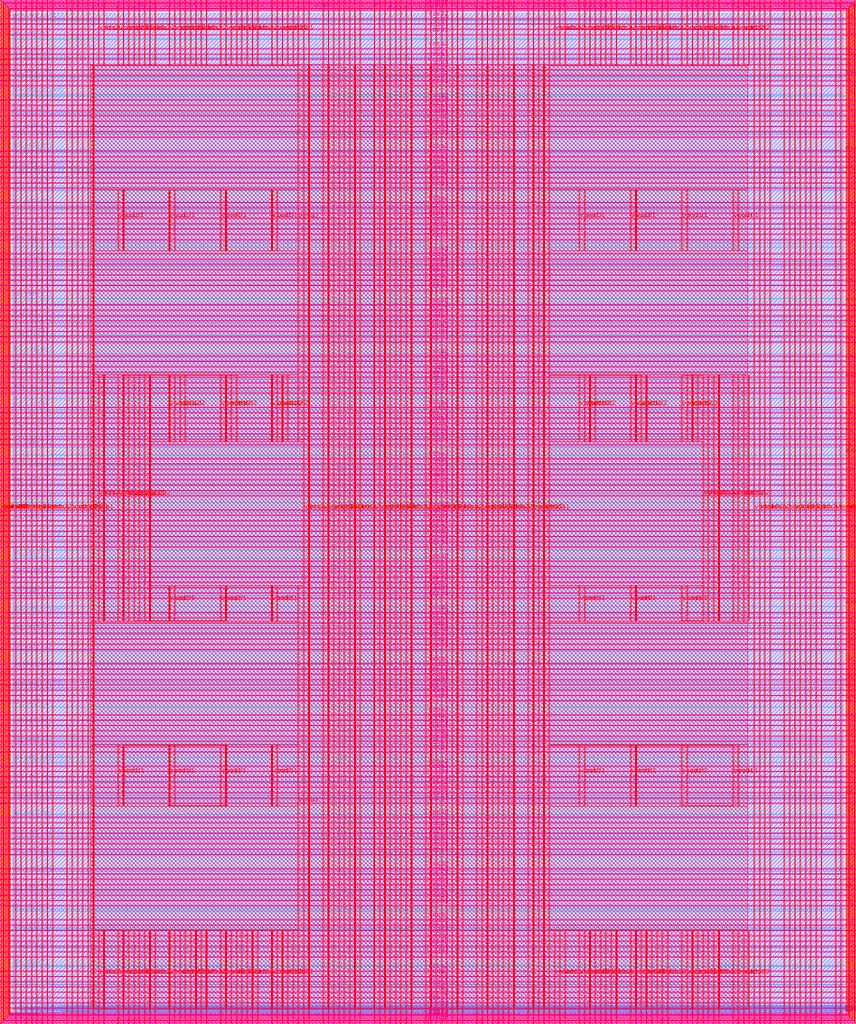
<source format=lef>
VERSION 5.7 ;
  NOWIREEXTENSIONATPIN ON ;
  DIVIDERCHAR "/" ;
  BUSBITCHARS "[]" ;
MACRO user_project_wrapper
  CLASS BLOCK ;
  FOREIGN user_project_wrapper ;
  ORIGIN 0.000 0.000 ;
  SIZE 2920.000 BY 3520.000 ;
  PIN analog_io[0]
    DIRECTION INOUT ;
    USE SIGNAL ;
    PORT
      LAYER met3 ;
        RECT 2917.600 1426.380 2924.800 1427.580 ;
    END
  END analog_io[0]
  PIN analog_io[10]
    DIRECTION INOUT ;
    USE SIGNAL ;
    PORT
      LAYER met2 ;
        RECT 2230.490 3517.600 2231.050 3524.800 ;
    END
  END analog_io[10]
  PIN analog_io[11]
    DIRECTION INOUT ;
    USE SIGNAL ;
    PORT
      LAYER met2 ;
        RECT 1905.730 3517.600 1906.290 3524.800 ;
    END
  END analog_io[11]
  PIN analog_io[12]
    DIRECTION INOUT ;
    USE SIGNAL ;
    PORT
      LAYER met2 ;
        RECT 1581.430 3517.600 1581.990 3524.800 ;
    END
  END analog_io[12]
  PIN analog_io[13]
    DIRECTION INOUT ;
    USE SIGNAL ;
    PORT
      LAYER met2 ;
        RECT 1257.130 3517.600 1257.690 3524.800 ;
    END
  END analog_io[13]
  PIN analog_io[14]
    DIRECTION INOUT ;
    USE SIGNAL ;
    PORT
      LAYER met2 ;
        RECT 932.370 3517.600 932.930 3524.800 ;
    END
  END analog_io[14]
  PIN analog_io[15]
    DIRECTION INOUT ;
    USE SIGNAL ;
    PORT
      LAYER met2 ;
        RECT 608.070 3517.600 608.630 3524.800 ;
    END
  END analog_io[15]
  PIN analog_io[16]
    DIRECTION INOUT ;
    USE SIGNAL ;
    PORT
      LAYER met2 ;
        RECT 283.770 3517.600 284.330 3524.800 ;
    END
  END analog_io[16]
  PIN analog_io[17]
    DIRECTION INOUT ;
    USE SIGNAL ;
    PORT
      LAYER met3 ;
        RECT -4.800 3486.100 2.400 3487.300 ;
    END
  END analog_io[17]
  PIN analog_io[18]
    DIRECTION INOUT ;
    USE SIGNAL ;
    PORT
      LAYER met3 ;
        RECT -4.800 3224.980 2.400 3226.180 ;
    END
  END analog_io[18]
  PIN analog_io[19]
    DIRECTION INOUT ;
    USE SIGNAL ;
    PORT
      LAYER met3 ;
        RECT -4.800 2964.540 2.400 2965.740 ;
    END
  END analog_io[19]
  PIN analog_io[1]
    DIRECTION INOUT ;
    USE SIGNAL ;
    PORT
      LAYER met3 ;
        RECT 2917.600 1692.260 2924.800 1693.460 ;
    END
  END analog_io[1]
  PIN analog_io[20]
    DIRECTION INOUT ;
    USE SIGNAL ;
    PORT
      LAYER met3 ;
        RECT -4.800 2703.420 2.400 2704.620 ;
    END
  END analog_io[20]
  PIN analog_io[21]
    DIRECTION INOUT ;
    USE SIGNAL ;
    PORT
      LAYER met3 ;
        RECT -4.800 2442.980 2.400 2444.180 ;
    END
  END analog_io[21]
  PIN analog_io[22]
    DIRECTION INOUT ;
    USE SIGNAL ;
    PORT
      LAYER met3 ;
        RECT -4.800 2182.540 2.400 2183.740 ;
    END
  END analog_io[22]
  PIN analog_io[23]
    DIRECTION INOUT ;
    USE SIGNAL ;
    PORT
      LAYER met3 ;
        RECT -4.800 1921.420 2.400 1922.620 ;
    END
  END analog_io[23]
  PIN analog_io[24]
    DIRECTION INOUT ;
    USE SIGNAL ;
    PORT
      LAYER met3 ;
        RECT -4.800 1660.980 2.400 1662.180 ;
    END
  END analog_io[24]
  PIN analog_io[25]
    DIRECTION INOUT ;
    USE SIGNAL ;
    PORT
      LAYER met3 ;
        RECT -4.800 1399.860 2.400 1401.060 ;
    END
  END analog_io[25]
  PIN analog_io[26]
    DIRECTION INOUT ;
    USE SIGNAL ;
    PORT
      LAYER met3 ;
        RECT -4.800 1139.420 2.400 1140.620 ;
    END
  END analog_io[26]
  PIN analog_io[27]
    DIRECTION INOUT ;
    USE SIGNAL ;
    PORT
      LAYER met3 ;
        RECT -4.800 878.980 2.400 880.180 ;
    END
  END analog_io[27]
  PIN analog_io[28]
    DIRECTION INOUT ;
    USE SIGNAL ;
    PORT
      LAYER met3 ;
        RECT -4.800 617.860 2.400 619.060 ;
    END
  END analog_io[28]
  PIN analog_io[2]
    DIRECTION INOUT ;
    USE SIGNAL ;
    PORT
      LAYER met3 ;
        RECT 2917.600 1958.140 2924.800 1959.340 ;
    END
  END analog_io[2]
  PIN analog_io[3]
    DIRECTION INOUT ;
    USE SIGNAL ;
    PORT
      LAYER met3 ;
        RECT 2917.600 2223.340 2924.800 2224.540 ;
    END
  END analog_io[3]
  PIN analog_io[4]
    DIRECTION INOUT ;
    USE SIGNAL ;
    PORT
      LAYER met3 ;
        RECT 2917.600 2489.220 2924.800 2490.420 ;
    END
  END analog_io[4]
  PIN analog_io[5]
    DIRECTION INOUT ;
    USE SIGNAL ;
    PORT
      LAYER met3 ;
        RECT 2917.600 2755.100 2924.800 2756.300 ;
    END
  END analog_io[5]
  PIN analog_io[6]
    DIRECTION INOUT ;
    USE SIGNAL ;
    PORT
      LAYER met3 ;
        RECT 2917.600 3020.300 2924.800 3021.500 ;
    END
  END analog_io[6]
  PIN analog_io[7]
    DIRECTION INOUT ;
    USE SIGNAL ;
    PORT
      LAYER met3 ;
        RECT 2917.600 3286.180 2924.800 3287.380 ;
    END
  END analog_io[7]
  PIN analog_io[8]
    DIRECTION INOUT ;
    USE SIGNAL ;
    PORT
      LAYER met2 ;
        RECT 2879.090 3517.600 2879.650 3524.800 ;
    END
  END analog_io[8]
  PIN analog_io[9]
    DIRECTION INOUT ;
    USE SIGNAL ;
    PORT
      LAYER met2 ;
        RECT 2554.790 3517.600 2555.350 3524.800 ;
    END
  END analog_io[9]
  PIN io_in[0]
    DIRECTION INPUT ;
    USE SIGNAL ;
    PORT
      LAYER met3 ;
        RECT 2917.600 32.380 2924.800 33.580 ;
    END
  END io_in[0]
  PIN io_in[10]
    DIRECTION INPUT ;
    USE SIGNAL ;
    PORT
      LAYER met3 ;
        RECT 2917.600 2289.980 2924.800 2291.180 ;
    END
  END io_in[10]
  PIN io_in[11]
    DIRECTION INPUT ;
    USE SIGNAL ;
    PORT
      LAYER met3 ;
        RECT 2917.600 2555.860 2924.800 2557.060 ;
    END
  END io_in[11]
  PIN io_in[12]
    DIRECTION INPUT ;
    USE SIGNAL ;
    PORT
      LAYER met3 ;
        RECT 2917.600 2821.060 2924.800 2822.260 ;
    END
  END io_in[12]
  PIN io_in[13]
    DIRECTION INPUT ;
    USE SIGNAL ;
    PORT
      LAYER met3 ;
        RECT 2917.600 3086.940 2924.800 3088.140 ;
    END
  END io_in[13]
  PIN io_in[14]
    DIRECTION INPUT ;
    USE SIGNAL ;
    PORT
      LAYER met3 ;
        RECT 2917.600 3352.820 2924.800 3354.020 ;
    END
  END io_in[14]
  PIN io_in[15]
    DIRECTION INPUT ;
    USE SIGNAL ;
    PORT
      LAYER met2 ;
        RECT 2798.130 3517.600 2798.690 3524.800 ;
    END
  END io_in[15]
  PIN io_in[16]
    DIRECTION INPUT ;
    USE SIGNAL ;
    PORT
      LAYER met2 ;
        RECT 2473.830 3517.600 2474.390 3524.800 ;
    END
  END io_in[16]
  PIN io_in[17]
    DIRECTION INPUT ;
    USE SIGNAL ;
    PORT
      LAYER met2 ;
        RECT 2149.070 3517.600 2149.630 3524.800 ;
    END
  END io_in[17]
  PIN io_in[18]
    DIRECTION INPUT ;
    USE SIGNAL ;
    PORT
      LAYER met2 ;
        RECT 1824.770 3517.600 1825.330 3524.800 ;
    END
  END io_in[18]
  PIN io_in[19]
    DIRECTION INPUT ;
    USE SIGNAL ;
    PORT
      LAYER met2 ;
        RECT 1500.470 3517.600 1501.030 3524.800 ;
    END
  END io_in[19]
  PIN io_in[1]
    DIRECTION INPUT ;
    USE SIGNAL ;
    PORT
      LAYER met3 ;
        RECT 2917.600 230.940 2924.800 232.140 ;
    END
  END io_in[1]
  PIN io_in[20]
    DIRECTION INPUT ;
    USE SIGNAL ;
    PORT
      LAYER met2 ;
        RECT 1175.710 3517.600 1176.270 3524.800 ;
    END
  END io_in[20]
  PIN io_in[21]
    DIRECTION INPUT ;
    USE SIGNAL ;
    PORT
      LAYER met2 ;
        RECT 851.410 3517.600 851.970 3524.800 ;
    END
  END io_in[21]
  PIN io_in[22]
    DIRECTION INPUT ;
    USE SIGNAL ;
    PORT
      LAYER met2 ;
        RECT 527.110 3517.600 527.670 3524.800 ;
    END
  END io_in[22]
  PIN io_in[23]
    DIRECTION INPUT ;
    USE SIGNAL ;
    PORT
      LAYER met2 ;
        RECT 202.350 3517.600 202.910 3524.800 ;
    END
  END io_in[23]
  PIN io_in[24]
    DIRECTION INPUT ;
    USE SIGNAL ;
    PORT
      LAYER met3 ;
        RECT -4.800 3420.820 2.400 3422.020 ;
    END
  END io_in[24]
  PIN io_in[25]
    DIRECTION INPUT ;
    USE SIGNAL ;
    PORT
      LAYER met3 ;
        RECT -4.800 3159.700 2.400 3160.900 ;
    END
  END io_in[25]
  PIN io_in[26]
    DIRECTION INPUT ;
    USE SIGNAL ;
    PORT
      LAYER met3 ;
        RECT -4.800 2899.260 2.400 2900.460 ;
    END
  END io_in[26]
  PIN io_in[27]
    DIRECTION INPUT ;
    USE SIGNAL ;
    PORT
      LAYER met3 ;
        RECT -4.800 2638.820 2.400 2640.020 ;
    END
  END io_in[27]
  PIN io_in[28]
    DIRECTION INPUT ;
    USE SIGNAL ;
    PORT
      LAYER met3 ;
        RECT -4.800 2377.700 2.400 2378.900 ;
    END
  END io_in[28]
  PIN io_in[29]
    DIRECTION INPUT ;
    USE SIGNAL ;
    PORT
      LAYER met3 ;
        RECT -4.800 2117.260 2.400 2118.460 ;
    END
  END io_in[29]
  PIN io_in[2]
    DIRECTION INPUT ;
    USE SIGNAL ;
    PORT
      LAYER met3 ;
        RECT 2917.600 430.180 2924.800 431.380 ;
    END
  END io_in[2]
  PIN io_in[30]
    DIRECTION INPUT ;
    USE SIGNAL ;
    PORT
      LAYER met3 ;
        RECT -4.800 1856.140 2.400 1857.340 ;
    END
  END io_in[30]
  PIN io_in[31]
    DIRECTION INPUT ;
    USE SIGNAL ;
    PORT
      LAYER met3 ;
        RECT -4.800 1595.700 2.400 1596.900 ;
    END
  END io_in[31]
  PIN io_in[32]
    DIRECTION INPUT ;
    USE SIGNAL ;
    PORT
      LAYER met3 ;
        RECT -4.800 1335.260 2.400 1336.460 ;
    END
  END io_in[32]
  PIN io_in[33]
    DIRECTION INPUT ;
    USE SIGNAL ;
    PORT
      LAYER met3 ;
        RECT -4.800 1074.140 2.400 1075.340 ;
    END
  END io_in[33]
  PIN io_in[34]
    DIRECTION INPUT ;
    USE SIGNAL ;
    PORT
      LAYER met3 ;
        RECT -4.800 813.700 2.400 814.900 ;
    END
  END io_in[34]
  PIN io_in[35]
    DIRECTION INPUT ;
    USE SIGNAL ;
    PORT
      LAYER met3 ;
        RECT -4.800 552.580 2.400 553.780 ;
    END
  END io_in[35]
  PIN io_in[36]
    DIRECTION INPUT ;
    USE SIGNAL ;
    PORT
      LAYER met3 ;
        RECT -4.800 357.420 2.400 358.620 ;
    END
  END io_in[36]
  PIN io_in[37]
    DIRECTION INPUT ;
    USE SIGNAL ;
    PORT
      LAYER met3 ;
        RECT -4.800 161.580 2.400 162.780 ;
    END
  END io_in[37]
  PIN io_in[3]
    DIRECTION INPUT ;
    USE SIGNAL ;
    PORT
      LAYER met3 ;
        RECT 2917.600 629.420 2924.800 630.620 ;
    END
  END io_in[3]
  PIN io_in[4]
    DIRECTION INPUT ;
    USE SIGNAL ;
    PORT
      LAYER met3 ;
        RECT 2917.600 828.660 2924.800 829.860 ;
    END
  END io_in[4]
  PIN io_in[5]
    DIRECTION INPUT ;
    USE SIGNAL ;
    PORT
      LAYER met3 ;
        RECT 2917.600 1027.900 2924.800 1029.100 ;
    END
  END io_in[5]
  PIN io_in[6]
    DIRECTION INPUT ;
    USE SIGNAL ;
    PORT
      LAYER met3 ;
        RECT 2917.600 1227.140 2924.800 1228.340 ;
    END
  END io_in[6]
  PIN io_in[7]
    DIRECTION INPUT ;
    USE SIGNAL ;
    PORT
      LAYER met3 ;
        RECT 2917.600 1493.020 2924.800 1494.220 ;
    END
  END io_in[7]
  PIN io_in[8]
    DIRECTION INPUT ;
    USE SIGNAL ;
    PORT
      LAYER met3 ;
        RECT 2917.600 1758.900 2924.800 1760.100 ;
    END
  END io_in[8]
  PIN io_in[9]
    DIRECTION INPUT ;
    USE SIGNAL ;
    PORT
      LAYER met3 ;
        RECT 2917.600 2024.100 2924.800 2025.300 ;
    END
  END io_in[9]
  PIN io_oeb[0]
    DIRECTION OUTPUT TRISTATE ;
    USE SIGNAL ;
    PORT
      LAYER met3 ;
        RECT 2917.600 164.980 2924.800 166.180 ;
    END
  END io_oeb[0]
  PIN io_oeb[10]
    DIRECTION OUTPUT TRISTATE ;
    USE SIGNAL ;
    PORT
      LAYER met3 ;
        RECT 2917.600 2422.580 2924.800 2423.780 ;
    END
  END io_oeb[10]
  PIN io_oeb[11]
    DIRECTION OUTPUT TRISTATE ;
    USE SIGNAL ;
    PORT
      LAYER met3 ;
        RECT 2917.600 2688.460 2924.800 2689.660 ;
    END
  END io_oeb[11]
  PIN io_oeb[12]
    DIRECTION OUTPUT TRISTATE ;
    USE SIGNAL ;
    PORT
      LAYER met3 ;
        RECT 2917.600 2954.340 2924.800 2955.540 ;
    END
  END io_oeb[12]
  PIN io_oeb[13]
    DIRECTION OUTPUT TRISTATE ;
    USE SIGNAL ;
    PORT
      LAYER met3 ;
        RECT 2917.600 3219.540 2924.800 3220.740 ;
    END
  END io_oeb[13]
  PIN io_oeb[14]
    DIRECTION OUTPUT TRISTATE ;
    USE SIGNAL ;
    PORT
      LAYER met3 ;
        RECT 2917.600 3485.420 2924.800 3486.620 ;
    END
  END io_oeb[14]
  PIN io_oeb[15]
    DIRECTION OUTPUT TRISTATE ;
    USE SIGNAL ;
    PORT
      LAYER met2 ;
        RECT 2635.750 3517.600 2636.310 3524.800 ;
    END
  END io_oeb[15]
  PIN io_oeb[16]
    DIRECTION OUTPUT TRISTATE ;
    USE SIGNAL ;
    PORT
      LAYER met2 ;
        RECT 2311.450 3517.600 2312.010 3524.800 ;
    END
  END io_oeb[16]
  PIN io_oeb[17]
    DIRECTION OUTPUT TRISTATE ;
    USE SIGNAL ;
    PORT
      LAYER met2 ;
        RECT 1987.150 3517.600 1987.710 3524.800 ;
    END
  END io_oeb[17]
  PIN io_oeb[18]
    DIRECTION OUTPUT TRISTATE ;
    USE SIGNAL ;
    PORT
      LAYER met2 ;
        RECT 1662.390 3517.600 1662.950 3524.800 ;
    END
  END io_oeb[18]
  PIN io_oeb[19]
    DIRECTION OUTPUT TRISTATE ;
    USE SIGNAL ;
    PORT
      LAYER met2 ;
        RECT 1338.090 3517.600 1338.650 3524.800 ;
    END
  END io_oeb[19]
  PIN io_oeb[1]
    DIRECTION OUTPUT TRISTATE ;
    USE SIGNAL ;
    PORT
      LAYER met3 ;
        RECT 2917.600 364.220 2924.800 365.420 ;
    END
  END io_oeb[1]
  PIN io_oeb[20]
    DIRECTION OUTPUT TRISTATE ;
    USE SIGNAL ;
    PORT
      LAYER met2 ;
        RECT 1013.790 3517.600 1014.350 3524.800 ;
    END
  END io_oeb[20]
  PIN io_oeb[21]
    DIRECTION OUTPUT TRISTATE ;
    USE SIGNAL ;
    PORT
      LAYER met2 ;
        RECT 689.030 3517.600 689.590 3524.800 ;
    END
  END io_oeb[21]
  PIN io_oeb[22]
    DIRECTION OUTPUT TRISTATE ;
    USE SIGNAL ;
    PORT
      LAYER met2 ;
        RECT 364.730 3517.600 365.290 3524.800 ;
    END
  END io_oeb[22]
  PIN io_oeb[23]
    DIRECTION OUTPUT TRISTATE ;
    USE SIGNAL ;
    PORT
      LAYER met2 ;
        RECT 40.430 3517.600 40.990 3524.800 ;
    END
  END io_oeb[23]
  PIN io_oeb[24]
    DIRECTION OUTPUT TRISTATE ;
    USE SIGNAL ;
    PORT
      LAYER met3 ;
        RECT -4.800 3290.260 2.400 3291.460 ;
    END
  END io_oeb[24]
  PIN io_oeb[25]
    DIRECTION OUTPUT TRISTATE ;
    USE SIGNAL ;
    PORT
      LAYER met3 ;
        RECT -4.800 3029.820 2.400 3031.020 ;
    END
  END io_oeb[25]
  PIN io_oeb[26]
    DIRECTION OUTPUT TRISTATE ;
    USE SIGNAL ;
    PORT
      LAYER met3 ;
        RECT -4.800 2768.700 2.400 2769.900 ;
    END
  END io_oeb[26]
  PIN io_oeb[27]
    DIRECTION OUTPUT TRISTATE ;
    USE SIGNAL ;
    PORT
      LAYER met3 ;
        RECT -4.800 2508.260 2.400 2509.460 ;
    END
  END io_oeb[27]
  PIN io_oeb[28]
    DIRECTION OUTPUT TRISTATE ;
    USE SIGNAL ;
    PORT
      LAYER met3 ;
        RECT -4.800 2247.140 2.400 2248.340 ;
    END
  END io_oeb[28]
  PIN io_oeb[29]
    DIRECTION OUTPUT TRISTATE ;
    USE SIGNAL ;
    PORT
      LAYER met3 ;
        RECT -4.800 1986.700 2.400 1987.900 ;
    END
  END io_oeb[29]
  PIN io_oeb[2]
    DIRECTION OUTPUT TRISTATE ;
    USE SIGNAL ;
    PORT
      LAYER met3 ;
        RECT 2917.600 563.460 2924.800 564.660 ;
    END
  END io_oeb[2]
  PIN io_oeb[30]
    DIRECTION OUTPUT TRISTATE ;
    USE SIGNAL ;
    PORT
      LAYER met3 ;
        RECT -4.800 1726.260 2.400 1727.460 ;
    END
  END io_oeb[30]
  PIN io_oeb[31]
    DIRECTION OUTPUT TRISTATE ;
    USE SIGNAL ;
    PORT
      LAYER met3 ;
        RECT -4.800 1465.140 2.400 1466.340 ;
    END
  END io_oeb[31]
  PIN io_oeb[32]
    DIRECTION OUTPUT TRISTATE ;
    USE SIGNAL ;
    PORT
      LAYER met3 ;
        RECT -4.800 1204.700 2.400 1205.900 ;
    END
  END io_oeb[32]
  PIN io_oeb[33]
    DIRECTION OUTPUT TRISTATE ;
    USE SIGNAL ;
    PORT
      LAYER met3 ;
        RECT -4.800 943.580 2.400 944.780 ;
    END
  END io_oeb[33]
  PIN io_oeb[34]
    DIRECTION OUTPUT TRISTATE ;
    USE SIGNAL ;
    PORT
      LAYER met3 ;
        RECT -4.800 683.140 2.400 684.340 ;
    END
  END io_oeb[34]
  PIN io_oeb[35]
    DIRECTION OUTPUT TRISTATE ;
    USE SIGNAL ;
    PORT
      LAYER met3 ;
        RECT -4.800 422.700 2.400 423.900 ;
    END
  END io_oeb[35]
  PIN io_oeb[36]
    DIRECTION OUTPUT TRISTATE ;
    USE SIGNAL ;
    PORT
      LAYER met3 ;
        RECT -4.800 226.860 2.400 228.060 ;
    END
  END io_oeb[36]
  PIN io_oeb[37]
    DIRECTION OUTPUT TRISTATE ;
    USE SIGNAL ;
    PORT
      LAYER met3 ;
        RECT -4.800 31.700 2.400 32.900 ;
    END
  END io_oeb[37]
  PIN io_oeb[3]
    DIRECTION OUTPUT TRISTATE ;
    USE SIGNAL ;
    PORT
      LAYER met3 ;
        RECT 2917.600 762.700 2924.800 763.900 ;
    END
  END io_oeb[3]
  PIN io_oeb[4]
    DIRECTION OUTPUT TRISTATE ;
    USE SIGNAL ;
    PORT
      LAYER met3 ;
        RECT 2917.600 961.940 2924.800 963.140 ;
    END
  END io_oeb[4]
  PIN io_oeb[5]
    DIRECTION OUTPUT TRISTATE ;
    USE SIGNAL ;
    PORT
      LAYER met3 ;
        RECT 2917.600 1161.180 2924.800 1162.380 ;
    END
  END io_oeb[5]
  PIN io_oeb[6]
    DIRECTION OUTPUT TRISTATE ;
    USE SIGNAL ;
    PORT
      LAYER met3 ;
        RECT 2917.600 1360.420 2924.800 1361.620 ;
    END
  END io_oeb[6]
  PIN io_oeb[7]
    DIRECTION OUTPUT TRISTATE ;
    USE SIGNAL ;
    PORT
      LAYER met3 ;
        RECT 2917.600 1625.620 2924.800 1626.820 ;
    END
  END io_oeb[7]
  PIN io_oeb[8]
    DIRECTION OUTPUT TRISTATE ;
    USE SIGNAL ;
    PORT
      LAYER met3 ;
        RECT 2917.600 1891.500 2924.800 1892.700 ;
    END
  END io_oeb[8]
  PIN io_oeb[9]
    DIRECTION OUTPUT TRISTATE ;
    USE SIGNAL ;
    PORT
      LAYER met3 ;
        RECT 2917.600 2157.380 2924.800 2158.580 ;
    END
  END io_oeb[9]
  PIN io_out[0]
    DIRECTION OUTPUT TRISTATE ;
    USE SIGNAL ;
    PORT
      LAYER met3 ;
        RECT 2917.600 98.340 2924.800 99.540 ;
    END
  END io_out[0]
  PIN io_out[10]
    DIRECTION OUTPUT TRISTATE ;
    USE SIGNAL ;
    PORT
      LAYER met3 ;
        RECT 2917.600 2356.620 2924.800 2357.820 ;
    END
  END io_out[10]
  PIN io_out[11]
    DIRECTION OUTPUT TRISTATE ;
    USE SIGNAL ;
    PORT
      LAYER met3 ;
        RECT 2917.600 2621.820 2924.800 2623.020 ;
    END
  END io_out[11]
  PIN io_out[12]
    DIRECTION OUTPUT TRISTATE ;
    USE SIGNAL ;
    PORT
      LAYER met3 ;
        RECT 2917.600 2887.700 2924.800 2888.900 ;
    END
  END io_out[12]
  PIN io_out[13]
    DIRECTION OUTPUT TRISTATE ;
    USE SIGNAL ;
    PORT
      LAYER met3 ;
        RECT 2917.600 3153.580 2924.800 3154.780 ;
    END
  END io_out[13]
  PIN io_out[14]
    DIRECTION OUTPUT TRISTATE ;
    USE SIGNAL ;
    PORT
      LAYER met3 ;
        RECT 2917.600 3418.780 2924.800 3419.980 ;
    END
  END io_out[14]
  PIN io_out[15]
    DIRECTION OUTPUT TRISTATE ;
    USE SIGNAL ;
    PORT
      LAYER met2 ;
        RECT 2717.170 3517.600 2717.730 3524.800 ;
    END
  END io_out[15]
  PIN io_out[16]
    DIRECTION OUTPUT TRISTATE ;
    USE SIGNAL ;
    PORT
      LAYER met2 ;
        RECT 2392.410 3517.600 2392.970 3524.800 ;
    END
  END io_out[16]
  PIN io_out[17]
    DIRECTION OUTPUT TRISTATE ;
    USE SIGNAL ;
    PORT
      LAYER met2 ;
        RECT 2068.110 3517.600 2068.670 3524.800 ;
    END
  END io_out[17]
  PIN io_out[18]
    DIRECTION OUTPUT TRISTATE ;
    USE SIGNAL ;
    PORT
      LAYER met2 ;
        RECT 1743.810 3517.600 1744.370 3524.800 ;
    END
  END io_out[18]
  PIN io_out[19]
    DIRECTION OUTPUT TRISTATE ;
    USE SIGNAL ;
    PORT
      LAYER met2 ;
        RECT 1419.050 3517.600 1419.610 3524.800 ;
    END
  END io_out[19]
  PIN io_out[1]
    DIRECTION OUTPUT TRISTATE ;
    USE SIGNAL ;
    PORT
      LAYER met3 ;
        RECT 2917.600 297.580 2924.800 298.780 ;
    END
  END io_out[1]
  PIN io_out[20]
    DIRECTION OUTPUT TRISTATE ;
    USE SIGNAL ;
    PORT
      LAYER met2 ;
        RECT 1094.750 3517.600 1095.310 3524.800 ;
    END
  END io_out[20]
  PIN io_out[21]
    DIRECTION OUTPUT TRISTATE ;
    USE SIGNAL ;
    PORT
      LAYER met2 ;
        RECT 770.450 3517.600 771.010 3524.800 ;
    END
  END io_out[21]
  PIN io_out[22]
    DIRECTION OUTPUT TRISTATE ;
    USE SIGNAL ;
    PORT
      LAYER met2 ;
        RECT 445.690 3517.600 446.250 3524.800 ;
    END
  END io_out[22]
  PIN io_out[23]
    DIRECTION OUTPUT TRISTATE ;
    USE SIGNAL ;
    PORT
      LAYER met2 ;
        RECT 121.390 3517.600 121.950 3524.800 ;
    END
  END io_out[23]
  PIN io_out[24]
    DIRECTION OUTPUT TRISTATE ;
    USE SIGNAL ;
    PORT
      LAYER met3 ;
        RECT -4.800 3355.540 2.400 3356.740 ;
    END
  END io_out[24]
  PIN io_out[25]
    DIRECTION OUTPUT TRISTATE ;
    USE SIGNAL ;
    PORT
      LAYER met3 ;
        RECT -4.800 3095.100 2.400 3096.300 ;
    END
  END io_out[25]
  PIN io_out[26]
    DIRECTION OUTPUT TRISTATE ;
    USE SIGNAL ;
    PORT
      LAYER met3 ;
        RECT -4.800 2833.980 2.400 2835.180 ;
    END
  END io_out[26]
  PIN io_out[27]
    DIRECTION OUTPUT TRISTATE ;
    USE SIGNAL ;
    PORT
      LAYER met3 ;
        RECT -4.800 2573.540 2.400 2574.740 ;
    END
  END io_out[27]
  PIN io_out[28]
    DIRECTION OUTPUT TRISTATE ;
    USE SIGNAL ;
    PORT
      LAYER met3 ;
        RECT -4.800 2312.420 2.400 2313.620 ;
    END
  END io_out[28]
  PIN io_out[29]
    DIRECTION OUTPUT TRISTATE ;
    USE SIGNAL ;
    PORT
      LAYER met3 ;
        RECT -4.800 2051.980 2.400 2053.180 ;
    END
  END io_out[29]
  PIN io_out[2]
    DIRECTION OUTPUT TRISTATE ;
    USE SIGNAL ;
    PORT
      LAYER met3 ;
        RECT 2917.600 496.820 2924.800 498.020 ;
    END
  END io_out[2]
  PIN io_out[30]
    DIRECTION OUTPUT TRISTATE ;
    USE SIGNAL ;
    PORT
      LAYER met3 ;
        RECT -4.800 1791.540 2.400 1792.740 ;
    END
  END io_out[30]
  PIN io_out[31]
    DIRECTION OUTPUT TRISTATE ;
    USE SIGNAL ;
    PORT
      LAYER met3 ;
        RECT -4.800 1530.420 2.400 1531.620 ;
    END
  END io_out[31]
  PIN io_out[32]
    DIRECTION OUTPUT TRISTATE ;
    USE SIGNAL ;
    PORT
      LAYER met3 ;
        RECT -4.800 1269.980 2.400 1271.180 ;
    END
  END io_out[32]
  PIN io_out[33]
    DIRECTION OUTPUT TRISTATE ;
    USE SIGNAL ;
    PORT
      LAYER met3 ;
        RECT -4.800 1008.860 2.400 1010.060 ;
    END
  END io_out[33]
  PIN io_out[34]
    DIRECTION OUTPUT TRISTATE ;
    USE SIGNAL ;
    PORT
      LAYER met3 ;
        RECT -4.800 748.420 2.400 749.620 ;
    END
  END io_out[34]
  PIN io_out[35]
    DIRECTION OUTPUT TRISTATE ;
    USE SIGNAL ;
    PORT
      LAYER met3 ;
        RECT -4.800 487.300 2.400 488.500 ;
    END
  END io_out[35]
  PIN io_out[36]
    DIRECTION OUTPUT TRISTATE ;
    USE SIGNAL ;
    PORT
      LAYER met3 ;
        RECT -4.800 292.140 2.400 293.340 ;
    END
  END io_out[36]
  PIN io_out[37]
    DIRECTION OUTPUT TRISTATE ;
    USE SIGNAL ;
    PORT
      LAYER met3 ;
        RECT -4.800 96.300 2.400 97.500 ;
    END
  END io_out[37]
  PIN io_out[3]
    DIRECTION OUTPUT TRISTATE ;
    USE SIGNAL ;
    PORT
      LAYER met3 ;
        RECT 2917.600 696.060 2924.800 697.260 ;
    END
  END io_out[3]
  PIN io_out[4]
    DIRECTION OUTPUT TRISTATE ;
    USE SIGNAL ;
    PORT
      LAYER met3 ;
        RECT 2917.600 895.300 2924.800 896.500 ;
    END
  END io_out[4]
  PIN io_out[5]
    DIRECTION OUTPUT TRISTATE ;
    USE SIGNAL ;
    PORT
      LAYER met3 ;
        RECT 2917.600 1094.540 2924.800 1095.740 ;
    END
  END io_out[5]
  PIN io_out[6]
    DIRECTION OUTPUT TRISTATE ;
    USE SIGNAL ;
    PORT
      LAYER met3 ;
        RECT 2917.600 1293.780 2924.800 1294.980 ;
    END
  END io_out[6]
  PIN io_out[7]
    DIRECTION OUTPUT TRISTATE ;
    USE SIGNAL ;
    PORT
      LAYER met3 ;
        RECT 2917.600 1559.660 2924.800 1560.860 ;
    END
  END io_out[7]
  PIN io_out[8]
    DIRECTION OUTPUT TRISTATE ;
    USE SIGNAL ;
    PORT
      LAYER met3 ;
        RECT 2917.600 1824.860 2924.800 1826.060 ;
    END
  END io_out[8]
  PIN io_out[9]
    DIRECTION OUTPUT TRISTATE ;
    USE SIGNAL ;
    PORT
      LAYER met3 ;
        RECT 2917.600 2090.740 2924.800 2091.940 ;
    END
  END io_out[9]
  PIN la_data_in[0]
    DIRECTION INPUT ;
    USE SIGNAL ;
    PORT
      LAYER met2 ;
        RECT 629.230 -4.800 629.790 2.400 ;
    END
  END la_data_in[0]
  PIN la_data_in[100]
    DIRECTION INPUT ;
    USE SIGNAL ;
    PORT
      LAYER met2 ;
        RECT 2402.530 -4.800 2403.090 2.400 ;
    END
  END la_data_in[100]
  PIN la_data_in[101]
    DIRECTION INPUT ;
    USE SIGNAL ;
    PORT
      LAYER met2 ;
        RECT 2420.010 -4.800 2420.570 2.400 ;
    END
  END la_data_in[101]
  PIN la_data_in[102]
    DIRECTION INPUT ;
    USE SIGNAL ;
    PORT
      LAYER met2 ;
        RECT 2437.950 -4.800 2438.510 2.400 ;
    END
  END la_data_in[102]
  PIN la_data_in[103]
    DIRECTION INPUT ;
    USE SIGNAL ;
    PORT
      LAYER met2 ;
        RECT 2455.430 -4.800 2455.990 2.400 ;
    END
  END la_data_in[103]
  PIN la_data_in[104]
    DIRECTION INPUT ;
    USE SIGNAL ;
    PORT
      LAYER met2 ;
        RECT 2473.370 -4.800 2473.930 2.400 ;
    END
  END la_data_in[104]
  PIN la_data_in[105]
    DIRECTION INPUT ;
    USE SIGNAL ;
    PORT
      LAYER met2 ;
        RECT 2490.850 -4.800 2491.410 2.400 ;
    END
  END la_data_in[105]
  PIN la_data_in[106]
    DIRECTION INPUT ;
    USE SIGNAL ;
    PORT
      LAYER met2 ;
        RECT 2508.790 -4.800 2509.350 2.400 ;
    END
  END la_data_in[106]
  PIN la_data_in[107]
    DIRECTION INPUT ;
    USE SIGNAL ;
    PORT
      LAYER met2 ;
        RECT 2526.730 -4.800 2527.290 2.400 ;
    END
  END la_data_in[107]
  PIN la_data_in[108]
    DIRECTION INPUT ;
    USE SIGNAL ;
    PORT
      LAYER met2 ;
        RECT 2544.210 -4.800 2544.770 2.400 ;
    END
  END la_data_in[108]
  PIN la_data_in[109]
    DIRECTION INPUT ;
    USE SIGNAL ;
    PORT
      LAYER met2 ;
        RECT 2562.150 -4.800 2562.710 2.400 ;
    END
  END la_data_in[109]
  PIN la_data_in[10]
    DIRECTION INPUT ;
    USE SIGNAL ;
    PORT
      LAYER met2 ;
        RECT 806.330 -4.800 806.890 2.400 ;
    END
  END la_data_in[10]
  PIN la_data_in[110]
    DIRECTION INPUT ;
    USE SIGNAL ;
    PORT
      LAYER met2 ;
        RECT 2579.630 -4.800 2580.190 2.400 ;
    END
  END la_data_in[110]
  PIN la_data_in[111]
    DIRECTION INPUT ;
    USE SIGNAL ;
    PORT
      LAYER met2 ;
        RECT 2597.570 -4.800 2598.130 2.400 ;
    END
  END la_data_in[111]
  PIN la_data_in[112]
    DIRECTION INPUT ;
    USE SIGNAL ;
    PORT
      LAYER met2 ;
        RECT 2615.050 -4.800 2615.610 2.400 ;
    END
  END la_data_in[112]
  PIN la_data_in[113]
    DIRECTION INPUT ;
    USE SIGNAL ;
    PORT
      LAYER met2 ;
        RECT 2632.990 -4.800 2633.550 2.400 ;
    END
  END la_data_in[113]
  PIN la_data_in[114]
    DIRECTION INPUT ;
    USE SIGNAL ;
    PORT
      LAYER met2 ;
        RECT 2650.470 -4.800 2651.030 2.400 ;
    END
  END la_data_in[114]
  PIN la_data_in[115]
    DIRECTION INPUT ;
    USE SIGNAL ;
    PORT
      LAYER met2 ;
        RECT 2668.410 -4.800 2668.970 2.400 ;
    END
  END la_data_in[115]
  PIN la_data_in[116]
    DIRECTION INPUT ;
    USE SIGNAL ;
    PORT
      LAYER met2 ;
        RECT 2685.890 -4.800 2686.450 2.400 ;
    END
  END la_data_in[116]
  PIN la_data_in[117]
    DIRECTION INPUT ;
    USE SIGNAL ;
    PORT
      LAYER met2 ;
        RECT 2703.830 -4.800 2704.390 2.400 ;
    END
  END la_data_in[117]
  PIN la_data_in[118]
    DIRECTION INPUT ;
    USE SIGNAL ;
    PORT
      LAYER met2 ;
        RECT 2721.770 -4.800 2722.330 2.400 ;
    END
  END la_data_in[118]
  PIN la_data_in[119]
    DIRECTION INPUT ;
    USE SIGNAL ;
    PORT
      LAYER met2 ;
        RECT 2739.250 -4.800 2739.810 2.400 ;
    END
  END la_data_in[119]
  PIN la_data_in[11]
    DIRECTION INPUT ;
    USE SIGNAL ;
    PORT
      LAYER met2 ;
        RECT 824.270 -4.800 824.830 2.400 ;
    END
  END la_data_in[11]
  PIN la_data_in[120]
    DIRECTION INPUT ;
    USE SIGNAL ;
    PORT
      LAYER met2 ;
        RECT 2757.190 -4.800 2757.750 2.400 ;
    END
  END la_data_in[120]
  PIN la_data_in[121]
    DIRECTION INPUT ;
    USE SIGNAL ;
    PORT
      LAYER met2 ;
        RECT 2774.670 -4.800 2775.230 2.400 ;
    END
  END la_data_in[121]
  PIN la_data_in[122]
    DIRECTION INPUT ;
    USE SIGNAL ;
    PORT
      LAYER met2 ;
        RECT 2792.610 -4.800 2793.170 2.400 ;
    END
  END la_data_in[122]
  PIN la_data_in[123]
    DIRECTION INPUT ;
    USE SIGNAL ;
    PORT
      LAYER met2 ;
        RECT 2810.090 -4.800 2810.650 2.400 ;
    END
  END la_data_in[123]
  PIN la_data_in[124]
    DIRECTION INPUT ;
    USE SIGNAL ;
    PORT
      LAYER met2 ;
        RECT 2828.030 -4.800 2828.590 2.400 ;
    END
  END la_data_in[124]
  PIN la_data_in[125]
    DIRECTION INPUT ;
    USE SIGNAL ;
    PORT
      LAYER met2 ;
        RECT 2845.510 -4.800 2846.070 2.400 ;
    END
  END la_data_in[125]
  PIN la_data_in[126]
    DIRECTION INPUT ;
    USE SIGNAL ;
    PORT
      LAYER met2 ;
        RECT 2863.450 -4.800 2864.010 2.400 ;
    END
  END la_data_in[126]
  PIN la_data_in[127]
    DIRECTION INPUT ;
    USE SIGNAL ;
    PORT
      LAYER met2 ;
        RECT 2881.390 -4.800 2881.950 2.400 ;
    END
  END la_data_in[127]
  PIN la_data_in[12]
    DIRECTION INPUT ;
    USE SIGNAL ;
    PORT
      LAYER met2 ;
        RECT 841.750 -4.800 842.310 2.400 ;
    END
  END la_data_in[12]
  PIN la_data_in[13]
    DIRECTION INPUT ;
    USE SIGNAL ;
    PORT
      LAYER met2 ;
        RECT 859.690 -4.800 860.250 2.400 ;
    END
  END la_data_in[13]
  PIN la_data_in[14]
    DIRECTION INPUT ;
    USE SIGNAL ;
    PORT
      LAYER met2 ;
        RECT 877.170 -4.800 877.730 2.400 ;
    END
  END la_data_in[14]
  PIN la_data_in[15]
    DIRECTION INPUT ;
    USE SIGNAL ;
    PORT
      LAYER met2 ;
        RECT 895.110 -4.800 895.670 2.400 ;
    END
  END la_data_in[15]
  PIN la_data_in[16]
    DIRECTION INPUT ;
    USE SIGNAL ;
    PORT
      LAYER met2 ;
        RECT 912.590 -4.800 913.150 2.400 ;
    END
  END la_data_in[16]
  PIN la_data_in[17]
    DIRECTION INPUT ;
    USE SIGNAL ;
    PORT
      LAYER met2 ;
        RECT 930.530 -4.800 931.090 2.400 ;
    END
  END la_data_in[17]
  PIN la_data_in[18]
    DIRECTION INPUT ;
    USE SIGNAL ;
    PORT
      LAYER met2 ;
        RECT 948.470 -4.800 949.030 2.400 ;
    END
  END la_data_in[18]
  PIN la_data_in[19]
    DIRECTION INPUT ;
    USE SIGNAL ;
    PORT
      LAYER met2 ;
        RECT 965.950 -4.800 966.510 2.400 ;
    END
  END la_data_in[19]
  PIN la_data_in[1]
    DIRECTION INPUT ;
    USE SIGNAL ;
    PORT
      LAYER met2 ;
        RECT 646.710 -4.800 647.270 2.400 ;
    END
  END la_data_in[1]
  PIN la_data_in[20]
    DIRECTION INPUT ;
    USE SIGNAL ;
    PORT
      LAYER met2 ;
        RECT 983.890 -4.800 984.450 2.400 ;
    END
  END la_data_in[20]
  PIN la_data_in[21]
    DIRECTION INPUT ;
    USE SIGNAL ;
    PORT
      LAYER met2 ;
        RECT 1001.370 -4.800 1001.930 2.400 ;
    END
  END la_data_in[21]
  PIN la_data_in[22]
    DIRECTION INPUT ;
    USE SIGNAL ;
    PORT
      LAYER met2 ;
        RECT 1019.310 -4.800 1019.870 2.400 ;
    END
  END la_data_in[22]
  PIN la_data_in[23]
    DIRECTION INPUT ;
    USE SIGNAL ;
    PORT
      LAYER met2 ;
        RECT 1036.790 -4.800 1037.350 2.400 ;
    END
  END la_data_in[23]
  PIN la_data_in[24]
    DIRECTION INPUT ;
    USE SIGNAL ;
    PORT
      LAYER met2 ;
        RECT 1054.730 -4.800 1055.290 2.400 ;
    END
  END la_data_in[24]
  PIN la_data_in[25]
    DIRECTION INPUT ;
    USE SIGNAL ;
    PORT
      LAYER met2 ;
        RECT 1072.210 -4.800 1072.770 2.400 ;
    END
  END la_data_in[25]
  PIN la_data_in[26]
    DIRECTION INPUT ;
    USE SIGNAL ;
    PORT
      LAYER met2 ;
        RECT 1090.150 -4.800 1090.710 2.400 ;
    END
  END la_data_in[26]
  PIN la_data_in[27]
    DIRECTION INPUT ;
    USE SIGNAL ;
    PORT
      LAYER met2 ;
        RECT 1107.630 -4.800 1108.190 2.400 ;
    END
  END la_data_in[27]
  PIN la_data_in[28]
    DIRECTION INPUT ;
    USE SIGNAL ;
    PORT
      LAYER met2 ;
        RECT 1125.570 -4.800 1126.130 2.400 ;
    END
  END la_data_in[28]
  PIN la_data_in[29]
    DIRECTION INPUT ;
    USE SIGNAL ;
    PORT
      LAYER met2 ;
        RECT 1143.510 -4.800 1144.070 2.400 ;
    END
  END la_data_in[29]
  PIN la_data_in[2]
    DIRECTION INPUT ;
    USE SIGNAL ;
    PORT
      LAYER met2 ;
        RECT 664.650 -4.800 665.210 2.400 ;
    END
  END la_data_in[2]
  PIN la_data_in[30]
    DIRECTION INPUT ;
    USE SIGNAL ;
    PORT
      LAYER met2 ;
        RECT 1160.990 -4.800 1161.550 2.400 ;
    END
  END la_data_in[30]
  PIN la_data_in[31]
    DIRECTION INPUT ;
    USE SIGNAL ;
    PORT
      LAYER met2 ;
        RECT 1178.930 -4.800 1179.490 2.400 ;
    END
  END la_data_in[31]
  PIN la_data_in[32]
    DIRECTION INPUT ;
    USE SIGNAL ;
    PORT
      LAYER met2 ;
        RECT 1196.410 -4.800 1196.970 2.400 ;
    END
  END la_data_in[32]
  PIN la_data_in[33]
    DIRECTION INPUT ;
    USE SIGNAL ;
    PORT
      LAYER met2 ;
        RECT 1214.350 -4.800 1214.910 2.400 ;
    END
  END la_data_in[33]
  PIN la_data_in[34]
    DIRECTION INPUT ;
    USE SIGNAL ;
    PORT
      LAYER met2 ;
        RECT 1231.830 -4.800 1232.390 2.400 ;
    END
  END la_data_in[34]
  PIN la_data_in[35]
    DIRECTION INPUT ;
    USE SIGNAL ;
    PORT
      LAYER met2 ;
        RECT 1249.770 -4.800 1250.330 2.400 ;
    END
  END la_data_in[35]
  PIN la_data_in[36]
    DIRECTION INPUT ;
    USE SIGNAL ;
    PORT
      LAYER met2 ;
        RECT 1267.250 -4.800 1267.810 2.400 ;
    END
  END la_data_in[36]
  PIN la_data_in[37]
    DIRECTION INPUT ;
    USE SIGNAL ;
    PORT
      LAYER met2 ;
        RECT 1285.190 -4.800 1285.750 2.400 ;
    END
  END la_data_in[37]
  PIN la_data_in[38]
    DIRECTION INPUT ;
    USE SIGNAL ;
    PORT
      LAYER met2 ;
        RECT 1303.130 -4.800 1303.690 2.400 ;
    END
  END la_data_in[38]
  PIN la_data_in[39]
    DIRECTION INPUT ;
    USE SIGNAL ;
    PORT
      LAYER met2 ;
        RECT 1320.610 -4.800 1321.170 2.400 ;
    END
  END la_data_in[39]
  PIN la_data_in[3]
    DIRECTION INPUT ;
    USE SIGNAL ;
    PORT
      LAYER met2 ;
        RECT 682.130 -4.800 682.690 2.400 ;
    END
  END la_data_in[3]
  PIN la_data_in[40]
    DIRECTION INPUT ;
    USE SIGNAL ;
    PORT
      LAYER met2 ;
        RECT 1338.550 -4.800 1339.110 2.400 ;
    END
  END la_data_in[40]
  PIN la_data_in[41]
    DIRECTION INPUT ;
    USE SIGNAL ;
    PORT
      LAYER met2 ;
        RECT 1356.030 -4.800 1356.590 2.400 ;
    END
  END la_data_in[41]
  PIN la_data_in[42]
    DIRECTION INPUT ;
    USE SIGNAL ;
    PORT
      LAYER met2 ;
        RECT 1373.970 -4.800 1374.530 2.400 ;
    END
  END la_data_in[42]
  PIN la_data_in[43]
    DIRECTION INPUT ;
    USE SIGNAL ;
    PORT
      LAYER met2 ;
        RECT 1391.450 -4.800 1392.010 2.400 ;
    END
  END la_data_in[43]
  PIN la_data_in[44]
    DIRECTION INPUT ;
    USE SIGNAL ;
    PORT
      LAYER met2 ;
        RECT 1409.390 -4.800 1409.950 2.400 ;
    END
  END la_data_in[44]
  PIN la_data_in[45]
    DIRECTION INPUT ;
    USE SIGNAL ;
    PORT
      LAYER met2 ;
        RECT 1426.870 -4.800 1427.430 2.400 ;
    END
  END la_data_in[45]
  PIN la_data_in[46]
    DIRECTION INPUT ;
    USE SIGNAL ;
    PORT
      LAYER met2 ;
        RECT 1444.810 -4.800 1445.370 2.400 ;
    END
  END la_data_in[46]
  PIN la_data_in[47]
    DIRECTION INPUT ;
    USE SIGNAL ;
    PORT
      LAYER met2 ;
        RECT 1462.750 -4.800 1463.310 2.400 ;
    END
  END la_data_in[47]
  PIN la_data_in[48]
    DIRECTION INPUT ;
    USE SIGNAL ;
    PORT
      LAYER met2 ;
        RECT 1480.230 -4.800 1480.790 2.400 ;
    END
  END la_data_in[48]
  PIN la_data_in[49]
    DIRECTION INPUT ;
    USE SIGNAL ;
    PORT
      LAYER met2 ;
        RECT 1498.170 -4.800 1498.730 2.400 ;
    END
  END la_data_in[49]
  PIN la_data_in[4]
    DIRECTION INPUT ;
    USE SIGNAL ;
    PORT
      LAYER met2 ;
        RECT 700.070 -4.800 700.630 2.400 ;
    END
  END la_data_in[4]
  PIN la_data_in[50]
    DIRECTION INPUT ;
    USE SIGNAL ;
    PORT
      LAYER met2 ;
        RECT 1515.650 -4.800 1516.210 2.400 ;
    END
  END la_data_in[50]
  PIN la_data_in[51]
    DIRECTION INPUT ;
    USE SIGNAL ;
    PORT
      LAYER met2 ;
        RECT 1533.590 -4.800 1534.150 2.400 ;
    END
  END la_data_in[51]
  PIN la_data_in[52]
    DIRECTION INPUT ;
    USE SIGNAL ;
    PORT
      LAYER met2 ;
        RECT 1551.070 -4.800 1551.630 2.400 ;
    END
  END la_data_in[52]
  PIN la_data_in[53]
    DIRECTION INPUT ;
    USE SIGNAL ;
    PORT
      LAYER met2 ;
        RECT 1569.010 -4.800 1569.570 2.400 ;
    END
  END la_data_in[53]
  PIN la_data_in[54]
    DIRECTION INPUT ;
    USE SIGNAL ;
    PORT
      LAYER met2 ;
        RECT 1586.490 -4.800 1587.050 2.400 ;
    END
  END la_data_in[54]
  PIN la_data_in[55]
    DIRECTION INPUT ;
    USE SIGNAL ;
    PORT
      LAYER met2 ;
        RECT 1604.430 -4.800 1604.990 2.400 ;
    END
  END la_data_in[55]
  PIN la_data_in[56]
    DIRECTION INPUT ;
    USE SIGNAL ;
    PORT
      LAYER met2 ;
        RECT 1621.910 -4.800 1622.470 2.400 ;
    END
  END la_data_in[56]
  PIN la_data_in[57]
    DIRECTION INPUT ;
    USE SIGNAL ;
    PORT
      LAYER met2 ;
        RECT 1639.850 -4.800 1640.410 2.400 ;
    END
  END la_data_in[57]
  PIN la_data_in[58]
    DIRECTION INPUT ;
    USE SIGNAL ;
    PORT
      LAYER met2 ;
        RECT 1657.790 -4.800 1658.350 2.400 ;
    END
  END la_data_in[58]
  PIN la_data_in[59]
    DIRECTION INPUT ;
    USE SIGNAL ;
    PORT
      LAYER met2 ;
        RECT 1675.270 -4.800 1675.830 2.400 ;
    END
  END la_data_in[59]
  PIN la_data_in[5]
    DIRECTION INPUT ;
    USE SIGNAL ;
    PORT
      LAYER met2 ;
        RECT 717.550 -4.800 718.110 2.400 ;
    END
  END la_data_in[5]
  PIN la_data_in[60]
    DIRECTION INPUT ;
    USE SIGNAL ;
    PORT
      LAYER met2 ;
        RECT 1693.210 -4.800 1693.770 2.400 ;
    END
  END la_data_in[60]
  PIN la_data_in[61]
    DIRECTION INPUT ;
    USE SIGNAL ;
    PORT
      LAYER met2 ;
        RECT 1710.690 -4.800 1711.250 2.400 ;
    END
  END la_data_in[61]
  PIN la_data_in[62]
    DIRECTION INPUT ;
    USE SIGNAL ;
    PORT
      LAYER met2 ;
        RECT 1728.630 -4.800 1729.190 2.400 ;
    END
  END la_data_in[62]
  PIN la_data_in[63]
    DIRECTION INPUT ;
    USE SIGNAL ;
    PORT
      LAYER met2 ;
        RECT 1746.110 -4.800 1746.670 2.400 ;
    END
  END la_data_in[63]
  PIN la_data_in[64]
    DIRECTION INPUT ;
    USE SIGNAL ;
    PORT
      LAYER met2 ;
        RECT 1764.050 -4.800 1764.610 2.400 ;
    END
  END la_data_in[64]
  PIN la_data_in[65]
    DIRECTION INPUT ;
    USE SIGNAL ;
    PORT
      LAYER met2 ;
        RECT 1781.530 -4.800 1782.090 2.400 ;
    END
  END la_data_in[65]
  PIN la_data_in[66]
    DIRECTION INPUT ;
    USE SIGNAL ;
    PORT
      LAYER met2 ;
        RECT 1799.470 -4.800 1800.030 2.400 ;
    END
  END la_data_in[66]
  PIN la_data_in[67]
    DIRECTION INPUT ;
    USE SIGNAL ;
    PORT
      LAYER met2 ;
        RECT 1817.410 -4.800 1817.970 2.400 ;
    END
  END la_data_in[67]
  PIN la_data_in[68]
    DIRECTION INPUT ;
    USE SIGNAL ;
    PORT
      LAYER met2 ;
        RECT 1834.890 -4.800 1835.450 2.400 ;
    END
  END la_data_in[68]
  PIN la_data_in[69]
    DIRECTION INPUT ;
    USE SIGNAL ;
    PORT
      LAYER met2 ;
        RECT 1852.830 -4.800 1853.390 2.400 ;
    END
  END la_data_in[69]
  PIN la_data_in[6]
    DIRECTION INPUT ;
    USE SIGNAL ;
    PORT
      LAYER met2 ;
        RECT 735.490 -4.800 736.050 2.400 ;
    END
  END la_data_in[6]
  PIN la_data_in[70]
    DIRECTION INPUT ;
    USE SIGNAL ;
    PORT
      LAYER met2 ;
        RECT 1870.310 -4.800 1870.870 2.400 ;
    END
  END la_data_in[70]
  PIN la_data_in[71]
    DIRECTION INPUT ;
    USE SIGNAL ;
    PORT
      LAYER met2 ;
        RECT 1888.250 -4.800 1888.810 2.400 ;
    END
  END la_data_in[71]
  PIN la_data_in[72]
    DIRECTION INPUT ;
    USE SIGNAL ;
    PORT
      LAYER met2 ;
        RECT 1905.730 -4.800 1906.290 2.400 ;
    END
  END la_data_in[72]
  PIN la_data_in[73]
    DIRECTION INPUT ;
    USE SIGNAL ;
    PORT
      LAYER met2 ;
        RECT 1923.670 -4.800 1924.230 2.400 ;
    END
  END la_data_in[73]
  PIN la_data_in[74]
    DIRECTION INPUT ;
    USE SIGNAL ;
    PORT
      LAYER met2 ;
        RECT 1941.150 -4.800 1941.710 2.400 ;
    END
  END la_data_in[74]
  PIN la_data_in[75]
    DIRECTION INPUT ;
    USE SIGNAL ;
    PORT
      LAYER met2 ;
        RECT 1959.090 -4.800 1959.650 2.400 ;
    END
  END la_data_in[75]
  PIN la_data_in[76]
    DIRECTION INPUT ;
    USE SIGNAL ;
    PORT
      LAYER met2 ;
        RECT 1976.570 -4.800 1977.130 2.400 ;
    END
  END la_data_in[76]
  PIN la_data_in[77]
    DIRECTION INPUT ;
    USE SIGNAL ;
    PORT
      LAYER met2 ;
        RECT 1994.510 -4.800 1995.070 2.400 ;
    END
  END la_data_in[77]
  PIN la_data_in[78]
    DIRECTION INPUT ;
    USE SIGNAL ;
    PORT
      LAYER met2 ;
        RECT 2012.450 -4.800 2013.010 2.400 ;
    END
  END la_data_in[78]
  PIN la_data_in[79]
    DIRECTION INPUT ;
    USE SIGNAL ;
    PORT
      LAYER met2 ;
        RECT 2029.930 -4.800 2030.490 2.400 ;
    END
  END la_data_in[79]
  PIN la_data_in[7]
    DIRECTION INPUT ;
    USE SIGNAL ;
    PORT
      LAYER met2 ;
        RECT 752.970 -4.800 753.530 2.400 ;
    END
  END la_data_in[7]
  PIN la_data_in[80]
    DIRECTION INPUT ;
    USE SIGNAL ;
    PORT
      LAYER met2 ;
        RECT 2047.870 -4.800 2048.430 2.400 ;
    END
  END la_data_in[80]
  PIN la_data_in[81]
    DIRECTION INPUT ;
    USE SIGNAL ;
    PORT
      LAYER met2 ;
        RECT 2065.350 -4.800 2065.910 2.400 ;
    END
  END la_data_in[81]
  PIN la_data_in[82]
    DIRECTION INPUT ;
    USE SIGNAL ;
    PORT
      LAYER met2 ;
        RECT 2083.290 -4.800 2083.850 2.400 ;
    END
  END la_data_in[82]
  PIN la_data_in[83]
    DIRECTION INPUT ;
    USE SIGNAL ;
    PORT
      LAYER met2 ;
        RECT 2100.770 -4.800 2101.330 2.400 ;
    END
  END la_data_in[83]
  PIN la_data_in[84]
    DIRECTION INPUT ;
    USE SIGNAL ;
    PORT
      LAYER met2 ;
        RECT 2118.710 -4.800 2119.270 2.400 ;
    END
  END la_data_in[84]
  PIN la_data_in[85]
    DIRECTION INPUT ;
    USE SIGNAL ;
    PORT
      LAYER met2 ;
        RECT 2136.190 -4.800 2136.750 2.400 ;
    END
  END la_data_in[85]
  PIN la_data_in[86]
    DIRECTION INPUT ;
    USE SIGNAL ;
    PORT
      LAYER met2 ;
        RECT 2154.130 -4.800 2154.690 2.400 ;
    END
  END la_data_in[86]
  PIN la_data_in[87]
    DIRECTION INPUT ;
    USE SIGNAL ;
    PORT
      LAYER met2 ;
        RECT 2172.070 -4.800 2172.630 2.400 ;
    END
  END la_data_in[87]
  PIN la_data_in[88]
    DIRECTION INPUT ;
    USE SIGNAL ;
    PORT
      LAYER met2 ;
        RECT 2189.550 -4.800 2190.110 2.400 ;
    END
  END la_data_in[88]
  PIN la_data_in[89]
    DIRECTION INPUT ;
    USE SIGNAL ;
    PORT
      LAYER met2 ;
        RECT 2207.490 -4.800 2208.050 2.400 ;
    END
  END la_data_in[89]
  PIN la_data_in[8]
    DIRECTION INPUT ;
    USE SIGNAL ;
    PORT
      LAYER met2 ;
        RECT 770.910 -4.800 771.470 2.400 ;
    END
  END la_data_in[8]
  PIN la_data_in[90]
    DIRECTION INPUT ;
    USE SIGNAL ;
    PORT
      LAYER met2 ;
        RECT 2224.970 -4.800 2225.530 2.400 ;
    END
  END la_data_in[90]
  PIN la_data_in[91]
    DIRECTION INPUT ;
    USE SIGNAL ;
    PORT
      LAYER met2 ;
        RECT 2242.910 -4.800 2243.470 2.400 ;
    END
  END la_data_in[91]
  PIN la_data_in[92]
    DIRECTION INPUT ;
    USE SIGNAL ;
    PORT
      LAYER met2 ;
        RECT 2260.390 -4.800 2260.950 2.400 ;
    END
  END la_data_in[92]
  PIN la_data_in[93]
    DIRECTION INPUT ;
    USE SIGNAL ;
    PORT
      LAYER met2 ;
        RECT 2278.330 -4.800 2278.890 2.400 ;
    END
  END la_data_in[93]
  PIN la_data_in[94]
    DIRECTION INPUT ;
    USE SIGNAL ;
    PORT
      LAYER met2 ;
        RECT 2295.810 -4.800 2296.370 2.400 ;
    END
  END la_data_in[94]
  PIN la_data_in[95]
    DIRECTION INPUT ;
    USE SIGNAL ;
    PORT
      LAYER met2 ;
        RECT 2313.750 -4.800 2314.310 2.400 ;
    END
  END la_data_in[95]
  PIN la_data_in[96]
    DIRECTION INPUT ;
    USE SIGNAL ;
    PORT
      LAYER met2 ;
        RECT 2331.230 -4.800 2331.790 2.400 ;
    END
  END la_data_in[96]
  PIN la_data_in[97]
    DIRECTION INPUT ;
    USE SIGNAL ;
    PORT
      LAYER met2 ;
        RECT 2349.170 -4.800 2349.730 2.400 ;
    END
  END la_data_in[97]
  PIN la_data_in[98]
    DIRECTION INPUT ;
    USE SIGNAL ;
    PORT
      LAYER met2 ;
        RECT 2367.110 -4.800 2367.670 2.400 ;
    END
  END la_data_in[98]
  PIN la_data_in[99]
    DIRECTION INPUT ;
    USE SIGNAL ;
    PORT
      LAYER met2 ;
        RECT 2384.590 -4.800 2385.150 2.400 ;
    END
  END la_data_in[99]
  PIN la_data_in[9]
    DIRECTION INPUT ;
    USE SIGNAL ;
    PORT
      LAYER met2 ;
        RECT 788.850 -4.800 789.410 2.400 ;
    END
  END la_data_in[9]
  PIN la_data_out[0]
    DIRECTION OUTPUT TRISTATE ;
    USE SIGNAL ;
    PORT
      LAYER met2 ;
        RECT 634.750 -4.800 635.310 2.400 ;
    END
  END la_data_out[0]
  PIN la_data_out[100]
    DIRECTION OUTPUT TRISTATE ;
    USE SIGNAL ;
    PORT
      LAYER met2 ;
        RECT 2408.510 -4.800 2409.070 2.400 ;
    END
  END la_data_out[100]
  PIN la_data_out[101]
    DIRECTION OUTPUT TRISTATE ;
    USE SIGNAL ;
    PORT
      LAYER met2 ;
        RECT 2425.990 -4.800 2426.550 2.400 ;
    END
  END la_data_out[101]
  PIN la_data_out[102]
    DIRECTION OUTPUT TRISTATE ;
    USE SIGNAL ;
    PORT
      LAYER met2 ;
        RECT 2443.930 -4.800 2444.490 2.400 ;
    END
  END la_data_out[102]
  PIN la_data_out[103]
    DIRECTION OUTPUT TRISTATE ;
    USE SIGNAL ;
    PORT
      LAYER met2 ;
        RECT 2461.410 -4.800 2461.970 2.400 ;
    END
  END la_data_out[103]
  PIN la_data_out[104]
    DIRECTION OUTPUT TRISTATE ;
    USE SIGNAL ;
    PORT
      LAYER met2 ;
        RECT 2479.350 -4.800 2479.910 2.400 ;
    END
  END la_data_out[104]
  PIN la_data_out[105]
    DIRECTION OUTPUT TRISTATE ;
    USE SIGNAL ;
    PORT
      LAYER met2 ;
        RECT 2496.830 -4.800 2497.390 2.400 ;
    END
  END la_data_out[105]
  PIN la_data_out[106]
    DIRECTION OUTPUT TRISTATE ;
    USE SIGNAL ;
    PORT
      LAYER met2 ;
        RECT 2514.770 -4.800 2515.330 2.400 ;
    END
  END la_data_out[106]
  PIN la_data_out[107]
    DIRECTION OUTPUT TRISTATE ;
    USE SIGNAL ;
    PORT
      LAYER met2 ;
        RECT 2532.250 -4.800 2532.810 2.400 ;
    END
  END la_data_out[107]
  PIN la_data_out[108]
    DIRECTION OUTPUT TRISTATE ;
    USE SIGNAL ;
    PORT
      LAYER met2 ;
        RECT 2550.190 -4.800 2550.750 2.400 ;
    END
  END la_data_out[108]
  PIN la_data_out[109]
    DIRECTION OUTPUT TRISTATE ;
    USE SIGNAL ;
    PORT
      LAYER met2 ;
        RECT 2567.670 -4.800 2568.230 2.400 ;
    END
  END la_data_out[109]
  PIN la_data_out[10]
    DIRECTION OUTPUT TRISTATE ;
    USE SIGNAL ;
    PORT
      LAYER met2 ;
        RECT 812.310 -4.800 812.870 2.400 ;
    END
  END la_data_out[10]
  PIN la_data_out[110]
    DIRECTION OUTPUT TRISTATE ;
    USE SIGNAL ;
    PORT
      LAYER met2 ;
        RECT 2585.610 -4.800 2586.170 2.400 ;
    END
  END la_data_out[110]
  PIN la_data_out[111]
    DIRECTION OUTPUT TRISTATE ;
    USE SIGNAL ;
    PORT
      LAYER met2 ;
        RECT 2603.550 -4.800 2604.110 2.400 ;
    END
  END la_data_out[111]
  PIN la_data_out[112]
    DIRECTION OUTPUT TRISTATE ;
    USE SIGNAL ;
    PORT
      LAYER met2 ;
        RECT 2621.030 -4.800 2621.590 2.400 ;
    END
  END la_data_out[112]
  PIN la_data_out[113]
    DIRECTION OUTPUT TRISTATE ;
    USE SIGNAL ;
    PORT
      LAYER met2 ;
        RECT 2638.970 -4.800 2639.530 2.400 ;
    END
  END la_data_out[113]
  PIN la_data_out[114]
    DIRECTION OUTPUT TRISTATE ;
    USE SIGNAL ;
    PORT
      LAYER met2 ;
        RECT 2656.450 -4.800 2657.010 2.400 ;
    END
  END la_data_out[114]
  PIN la_data_out[115]
    DIRECTION OUTPUT TRISTATE ;
    USE SIGNAL ;
    PORT
      LAYER met2 ;
        RECT 2674.390 -4.800 2674.950 2.400 ;
    END
  END la_data_out[115]
  PIN la_data_out[116]
    DIRECTION OUTPUT TRISTATE ;
    USE SIGNAL ;
    PORT
      LAYER met2 ;
        RECT 2691.870 -4.800 2692.430 2.400 ;
    END
  END la_data_out[116]
  PIN la_data_out[117]
    DIRECTION OUTPUT TRISTATE ;
    USE SIGNAL ;
    PORT
      LAYER met2 ;
        RECT 2709.810 -4.800 2710.370 2.400 ;
    END
  END la_data_out[117]
  PIN la_data_out[118]
    DIRECTION OUTPUT TRISTATE ;
    USE SIGNAL ;
    PORT
      LAYER met2 ;
        RECT 2727.290 -4.800 2727.850 2.400 ;
    END
  END la_data_out[118]
  PIN la_data_out[119]
    DIRECTION OUTPUT TRISTATE ;
    USE SIGNAL ;
    PORT
      LAYER met2 ;
        RECT 2745.230 -4.800 2745.790 2.400 ;
    END
  END la_data_out[119]
  PIN la_data_out[11]
    DIRECTION OUTPUT TRISTATE ;
    USE SIGNAL ;
    PORT
      LAYER met2 ;
        RECT 830.250 -4.800 830.810 2.400 ;
    END
  END la_data_out[11]
  PIN la_data_out[120]
    DIRECTION OUTPUT TRISTATE ;
    USE SIGNAL ;
    PORT
      LAYER met2 ;
        RECT 2763.170 -4.800 2763.730 2.400 ;
    END
  END la_data_out[120]
  PIN la_data_out[121]
    DIRECTION OUTPUT TRISTATE ;
    USE SIGNAL ;
    PORT
      LAYER met2 ;
        RECT 2780.650 -4.800 2781.210 2.400 ;
    END
  END la_data_out[121]
  PIN la_data_out[122]
    DIRECTION OUTPUT TRISTATE ;
    USE SIGNAL ;
    PORT
      LAYER met2 ;
        RECT 2798.590 -4.800 2799.150 2.400 ;
    END
  END la_data_out[122]
  PIN la_data_out[123]
    DIRECTION OUTPUT TRISTATE ;
    USE SIGNAL ;
    PORT
      LAYER met2 ;
        RECT 2816.070 -4.800 2816.630 2.400 ;
    END
  END la_data_out[123]
  PIN la_data_out[124]
    DIRECTION OUTPUT TRISTATE ;
    USE SIGNAL ;
    PORT
      LAYER met2 ;
        RECT 2834.010 -4.800 2834.570 2.400 ;
    END
  END la_data_out[124]
  PIN la_data_out[125]
    DIRECTION OUTPUT TRISTATE ;
    USE SIGNAL ;
    PORT
      LAYER met2 ;
        RECT 2851.490 -4.800 2852.050 2.400 ;
    END
  END la_data_out[125]
  PIN la_data_out[126]
    DIRECTION OUTPUT TRISTATE ;
    USE SIGNAL ;
    PORT
      LAYER met2 ;
        RECT 2869.430 -4.800 2869.990 2.400 ;
    END
  END la_data_out[126]
  PIN la_data_out[127]
    DIRECTION OUTPUT TRISTATE ;
    USE SIGNAL ;
    PORT
      LAYER met2 ;
        RECT 2886.910 -4.800 2887.470 2.400 ;
    END
  END la_data_out[127]
  PIN la_data_out[12]
    DIRECTION OUTPUT TRISTATE ;
    USE SIGNAL ;
    PORT
      LAYER met2 ;
        RECT 847.730 -4.800 848.290 2.400 ;
    END
  END la_data_out[12]
  PIN la_data_out[13]
    DIRECTION OUTPUT TRISTATE ;
    USE SIGNAL ;
    PORT
      LAYER met2 ;
        RECT 865.670 -4.800 866.230 2.400 ;
    END
  END la_data_out[13]
  PIN la_data_out[14]
    DIRECTION OUTPUT TRISTATE ;
    USE SIGNAL ;
    PORT
      LAYER met2 ;
        RECT 883.150 -4.800 883.710 2.400 ;
    END
  END la_data_out[14]
  PIN la_data_out[15]
    DIRECTION OUTPUT TRISTATE ;
    USE SIGNAL ;
    PORT
      LAYER met2 ;
        RECT 901.090 -4.800 901.650 2.400 ;
    END
  END la_data_out[15]
  PIN la_data_out[16]
    DIRECTION OUTPUT TRISTATE ;
    USE SIGNAL ;
    PORT
      LAYER met2 ;
        RECT 918.570 -4.800 919.130 2.400 ;
    END
  END la_data_out[16]
  PIN la_data_out[17]
    DIRECTION OUTPUT TRISTATE ;
    USE SIGNAL ;
    PORT
      LAYER met2 ;
        RECT 936.510 -4.800 937.070 2.400 ;
    END
  END la_data_out[17]
  PIN la_data_out[18]
    DIRECTION OUTPUT TRISTATE ;
    USE SIGNAL ;
    PORT
      LAYER met2 ;
        RECT 953.990 -4.800 954.550 2.400 ;
    END
  END la_data_out[18]
  PIN la_data_out[19]
    DIRECTION OUTPUT TRISTATE ;
    USE SIGNAL ;
    PORT
      LAYER met2 ;
        RECT 971.930 -4.800 972.490 2.400 ;
    END
  END la_data_out[19]
  PIN la_data_out[1]
    DIRECTION OUTPUT TRISTATE ;
    USE SIGNAL ;
    PORT
      LAYER met2 ;
        RECT 652.690 -4.800 653.250 2.400 ;
    END
  END la_data_out[1]
  PIN la_data_out[20]
    DIRECTION OUTPUT TRISTATE ;
    USE SIGNAL ;
    PORT
      LAYER met2 ;
        RECT 989.410 -4.800 989.970 2.400 ;
    END
  END la_data_out[20]
  PIN la_data_out[21]
    DIRECTION OUTPUT TRISTATE ;
    USE SIGNAL ;
    PORT
      LAYER met2 ;
        RECT 1007.350 -4.800 1007.910 2.400 ;
    END
  END la_data_out[21]
  PIN la_data_out[22]
    DIRECTION OUTPUT TRISTATE ;
    USE SIGNAL ;
    PORT
      LAYER met2 ;
        RECT 1025.290 -4.800 1025.850 2.400 ;
    END
  END la_data_out[22]
  PIN la_data_out[23]
    DIRECTION OUTPUT TRISTATE ;
    USE SIGNAL ;
    PORT
      LAYER met2 ;
        RECT 1042.770 -4.800 1043.330 2.400 ;
    END
  END la_data_out[23]
  PIN la_data_out[24]
    DIRECTION OUTPUT TRISTATE ;
    USE SIGNAL ;
    PORT
      LAYER met2 ;
        RECT 1060.710 -4.800 1061.270 2.400 ;
    END
  END la_data_out[24]
  PIN la_data_out[25]
    DIRECTION OUTPUT TRISTATE ;
    USE SIGNAL ;
    PORT
      LAYER met2 ;
        RECT 1078.190 -4.800 1078.750 2.400 ;
    END
  END la_data_out[25]
  PIN la_data_out[26]
    DIRECTION OUTPUT TRISTATE ;
    USE SIGNAL ;
    PORT
      LAYER met2 ;
        RECT 1096.130 -4.800 1096.690 2.400 ;
    END
  END la_data_out[26]
  PIN la_data_out[27]
    DIRECTION OUTPUT TRISTATE ;
    USE SIGNAL ;
    PORT
      LAYER met2 ;
        RECT 1113.610 -4.800 1114.170 2.400 ;
    END
  END la_data_out[27]
  PIN la_data_out[28]
    DIRECTION OUTPUT TRISTATE ;
    USE SIGNAL ;
    PORT
      LAYER met2 ;
        RECT 1131.550 -4.800 1132.110 2.400 ;
    END
  END la_data_out[28]
  PIN la_data_out[29]
    DIRECTION OUTPUT TRISTATE ;
    USE SIGNAL ;
    PORT
      LAYER met2 ;
        RECT 1149.030 -4.800 1149.590 2.400 ;
    END
  END la_data_out[29]
  PIN la_data_out[2]
    DIRECTION OUTPUT TRISTATE ;
    USE SIGNAL ;
    PORT
      LAYER met2 ;
        RECT 670.630 -4.800 671.190 2.400 ;
    END
  END la_data_out[2]
  PIN la_data_out[30]
    DIRECTION OUTPUT TRISTATE ;
    USE SIGNAL ;
    PORT
      LAYER met2 ;
        RECT 1166.970 -4.800 1167.530 2.400 ;
    END
  END la_data_out[30]
  PIN la_data_out[31]
    DIRECTION OUTPUT TRISTATE ;
    USE SIGNAL ;
    PORT
      LAYER met2 ;
        RECT 1184.910 -4.800 1185.470 2.400 ;
    END
  END la_data_out[31]
  PIN la_data_out[32]
    DIRECTION OUTPUT TRISTATE ;
    USE SIGNAL ;
    PORT
      LAYER met2 ;
        RECT 1202.390 -4.800 1202.950 2.400 ;
    END
  END la_data_out[32]
  PIN la_data_out[33]
    DIRECTION OUTPUT TRISTATE ;
    USE SIGNAL ;
    PORT
      LAYER met2 ;
        RECT 1220.330 -4.800 1220.890 2.400 ;
    END
  END la_data_out[33]
  PIN la_data_out[34]
    DIRECTION OUTPUT TRISTATE ;
    USE SIGNAL ;
    PORT
      LAYER met2 ;
        RECT 1237.810 -4.800 1238.370 2.400 ;
    END
  END la_data_out[34]
  PIN la_data_out[35]
    DIRECTION OUTPUT TRISTATE ;
    USE SIGNAL ;
    PORT
      LAYER met2 ;
        RECT 1255.750 -4.800 1256.310 2.400 ;
    END
  END la_data_out[35]
  PIN la_data_out[36]
    DIRECTION OUTPUT TRISTATE ;
    USE SIGNAL ;
    PORT
      LAYER met2 ;
        RECT 1273.230 -4.800 1273.790 2.400 ;
    END
  END la_data_out[36]
  PIN la_data_out[37]
    DIRECTION OUTPUT TRISTATE ;
    USE SIGNAL ;
    PORT
      LAYER met2 ;
        RECT 1291.170 -4.800 1291.730 2.400 ;
    END
  END la_data_out[37]
  PIN la_data_out[38]
    DIRECTION OUTPUT TRISTATE ;
    USE SIGNAL ;
    PORT
      LAYER met2 ;
        RECT 1308.650 -4.800 1309.210 2.400 ;
    END
  END la_data_out[38]
  PIN la_data_out[39]
    DIRECTION OUTPUT TRISTATE ;
    USE SIGNAL ;
    PORT
      LAYER met2 ;
        RECT 1326.590 -4.800 1327.150 2.400 ;
    END
  END la_data_out[39]
  PIN la_data_out[3]
    DIRECTION OUTPUT TRISTATE ;
    USE SIGNAL ;
    PORT
      LAYER met2 ;
        RECT 688.110 -4.800 688.670 2.400 ;
    END
  END la_data_out[3]
  PIN la_data_out[40]
    DIRECTION OUTPUT TRISTATE ;
    USE SIGNAL ;
    PORT
      LAYER met2 ;
        RECT 1344.070 -4.800 1344.630 2.400 ;
    END
  END la_data_out[40]
  PIN la_data_out[41]
    DIRECTION OUTPUT TRISTATE ;
    USE SIGNAL ;
    PORT
      LAYER met2 ;
        RECT 1362.010 -4.800 1362.570 2.400 ;
    END
  END la_data_out[41]
  PIN la_data_out[42]
    DIRECTION OUTPUT TRISTATE ;
    USE SIGNAL ;
    PORT
      LAYER met2 ;
        RECT 1379.950 -4.800 1380.510 2.400 ;
    END
  END la_data_out[42]
  PIN la_data_out[43]
    DIRECTION OUTPUT TRISTATE ;
    USE SIGNAL ;
    PORT
      LAYER met2 ;
        RECT 1397.430 -4.800 1397.990 2.400 ;
    END
  END la_data_out[43]
  PIN la_data_out[44]
    DIRECTION OUTPUT TRISTATE ;
    USE SIGNAL ;
    PORT
      LAYER met2 ;
        RECT 1415.370 -4.800 1415.930 2.400 ;
    END
  END la_data_out[44]
  PIN la_data_out[45]
    DIRECTION OUTPUT TRISTATE ;
    USE SIGNAL ;
    PORT
      LAYER met2 ;
        RECT 1432.850 -4.800 1433.410 2.400 ;
    END
  END la_data_out[45]
  PIN la_data_out[46]
    DIRECTION OUTPUT TRISTATE ;
    USE SIGNAL ;
    PORT
      LAYER met2 ;
        RECT 1450.790 -4.800 1451.350 2.400 ;
    END
  END la_data_out[46]
  PIN la_data_out[47]
    DIRECTION OUTPUT TRISTATE ;
    USE SIGNAL ;
    PORT
      LAYER met2 ;
        RECT 1468.270 -4.800 1468.830 2.400 ;
    END
  END la_data_out[47]
  PIN la_data_out[48]
    DIRECTION OUTPUT TRISTATE ;
    USE SIGNAL ;
    PORT
      LAYER met2 ;
        RECT 1486.210 -4.800 1486.770 2.400 ;
    END
  END la_data_out[48]
  PIN la_data_out[49]
    DIRECTION OUTPUT TRISTATE ;
    USE SIGNAL ;
    PORT
      LAYER met2 ;
        RECT 1503.690 -4.800 1504.250 2.400 ;
    END
  END la_data_out[49]
  PIN la_data_out[4]
    DIRECTION OUTPUT TRISTATE ;
    USE SIGNAL ;
    PORT
      LAYER met2 ;
        RECT 706.050 -4.800 706.610 2.400 ;
    END
  END la_data_out[4]
  PIN la_data_out[50]
    DIRECTION OUTPUT TRISTATE ;
    USE SIGNAL ;
    PORT
      LAYER met2 ;
        RECT 1521.630 -4.800 1522.190 2.400 ;
    END
  END la_data_out[50]
  PIN la_data_out[51]
    DIRECTION OUTPUT TRISTATE ;
    USE SIGNAL ;
    PORT
      LAYER met2 ;
        RECT 1539.570 -4.800 1540.130 2.400 ;
    END
  END la_data_out[51]
  PIN la_data_out[52]
    DIRECTION OUTPUT TRISTATE ;
    USE SIGNAL ;
    PORT
      LAYER met2 ;
        RECT 1557.050 -4.800 1557.610 2.400 ;
    END
  END la_data_out[52]
  PIN la_data_out[53]
    DIRECTION OUTPUT TRISTATE ;
    USE SIGNAL ;
    PORT
      LAYER met2 ;
        RECT 1574.990 -4.800 1575.550 2.400 ;
    END
  END la_data_out[53]
  PIN la_data_out[54]
    DIRECTION OUTPUT TRISTATE ;
    USE SIGNAL ;
    PORT
      LAYER met2 ;
        RECT 1592.470 -4.800 1593.030 2.400 ;
    END
  END la_data_out[54]
  PIN la_data_out[55]
    DIRECTION OUTPUT TRISTATE ;
    USE SIGNAL ;
    PORT
      LAYER met2 ;
        RECT 1610.410 -4.800 1610.970 2.400 ;
    END
  END la_data_out[55]
  PIN la_data_out[56]
    DIRECTION OUTPUT TRISTATE ;
    USE SIGNAL ;
    PORT
      LAYER met2 ;
        RECT 1627.890 -4.800 1628.450 2.400 ;
    END
  END la_data_out[56]
  PIN la_data_out[57]
    DIRECTION OUTPUT TRISTATE ;
    USE SIGNAL ;
    PORT
      LAYER met2 ;
        RECT 1645.830 -4.800 1646.390 2.400 ;
    END
  END la_data_out[57]
  PIN la_data_out[58]
    DIRECTION OUTPUT TRISTATE ;
    USE SIGNAL ;
    PORT
      LAYER met2 ;
        RECT 1663.310 -4.800 1663.870 2.400 ;
    END
  END la_data_out[58]
  PIN la_data_out[59]
    DIRECTION OUTPUT TRISTATE ;
    USE SIGNAL ;
    PORT
      LAYER met2 ;
        RECT 1681.250 -4.800 1681.810 2.400 ;
    END
  END la_data_out[59]
  PIN la_data_out[5]
    DIRECTION OUTPUT TRISTATE ;
    USE SIGNAL ;
    PORT
      LAYER met2 ;
        RECT 723.530 -4.800 724.090 2.400 ;
    END
  END la_data_out[5]
  PIN la_data_out[60]
    DIRECTION OUTPUT TRISTATE ;
    USE SIGNAL ;
    PORT
      LAYER met2 ;
        RECT 1699.190 -4.800 1699.750 2.400 ;
    END
  END la_data_out[60]
  PIN la_data_out[61]
    DIRECTION OUTPUT TRISTATE ;
    USE SIGNAL ;
    PORT
      LAYER met2 ;
        RECT 1716.670 -4.800 1717.230 2.400 ;
    END
  END la_data_out[61]
  PIN la_data_out[62]
    DIRECTION OUTPUT TRISTATE ;
    USE SIGNAL ;
    PORT
      LAYER met2 ;
        RECT 1734.610 -4.800 1735.170 2.400 ;
    END
  END la_data_out[62]
  PIN la_data_out[63]
    DIRECTION OUTPUT TRISTATE ;
    USE SIGNAL ;
    PORT
      LAYER met2 ;
        RECT 1752.090 -4.800 1752.650 2.400 ;
    END
  END la_data_out[63]
  PIN la_data_out[64]
    DIRECTION OUTPUT TRISTATE ;
    USE SIGNAL ;
    PORT
      LAYER met2 ;
        RECT 1770.030 -4.800 1770.590 2.400 ;
    END
  END la_data_out[64]
  PIN la_data_out[65]
    DIRECTION OUTPUT TRISTATE ;
    USE SIGNAL ;
    PORT
      LAYER met2 ;
        RECT 1787.510 -4.800 1788.070 2.400 ;
    END
  END la_data_out[65]
  PIN la_data_out[66]
    DIRECTION OUTPUT TRISTATE ;
    USE SIGNAL ;
    PORT
      LAYER met2 ;
        RECT 1805.450 -4.800 1806.010 2.400 ;
    END
  END la_data_out[66]
  PIN la_data_out[67]
    DIRECTION OUTPUT TRISTATE ;
    USE SIGNAL ;
    PORT
      LAYER met2 ;
        RECT 1822.930 -4.800 1823.490 2.400 ;
    END
  END la_data_out[67]
  PIN la_data_out[68]
    DIRECTION OUTPUT TRISTATE ;
    USE SIGNAL ;
    PORT
      LAYER met2 ;
        RECT 1840.870 -4.800 1841.430 2.400 ;
    END
  END la_data_out[68]
  PIN la_data_out[69]
    DIRECTION OUTPUT TRISTATE ;
    USE SIGNAL ;
    PORT
      LAYER met2 ;
        RECT 1858.350 -4.800 1858.910 2.400 ;
    END
  END la_data_out[69]
  PIN la_data_out[6]
    DIRECTION OUTPUT TRISTATE ;
    USE SIGNAL ;
    PORT
      LAYER met2 ;
        RECT 741.470 -4.800 742.030 2.400 ;
    END
  END la_data_out[6]
  PIN la_data_out[70]
    DIRECTION OUTPUT TRISTATE ;
    USE SIGNAL ;
    PORT
      LAYER met2 ;
        RECT 1876.290 -4.800 1876.850 2.400 ;
    END
  END la_data_out[70]
  PIN la_data_out[71]
    DIRECTION OUTPUT TRISTATE ;
    USE SIGNAL ;
    PORT
      LAYER met2 ;
        RECT 1894.230 -4.800 1894.790 2.400 ;
    END
  END la_data_out[71]
  PIN la_data_out[72]
    DIRECTION OUTPUT TRISTATE ;
    USE SIGNAL ;
    PORT
      LAYER met2 ;
        RECT 1911.710 -4.800 1912.270 2.400 ;
    END
  END la_data_out[72]
  PIN la_data_out[73]
    DIRECTION OUTPUT TRISTATE ;
    USE SIGNAL ;
    PORT
      LAYER met2 ;
        RECT 1929.650 -4.800 1930.210 2.400 ;
    END
  END la_data_out[73]
  PIN la_data_out[74]
    DIRECTION OUTPUT TRISTATE ;
    USE SIGNAL ;
    PORT
      LAYER met2 ;
        RECT 1947.130 -4.800 1947.690 2.400 ;
    END
  END la_data_out[74]
  PIN la_data_out[75]
    DIRECTION OUTPUT TRISTATE ;
    USE SIGNAL ;
    PORT
      LAYER met2 ;
        RECT 1965.070 -4.800 1965.630 2.400 ;
    END
  END la_data_out[75]
  PIN la_data_out[76]
    DIRECTION OUTPUT TRISTATE ;
    USE SIGNAL ;
    PORT
      LAYER met2 ;
        RECT 1982.550 -4.800 1983.110 2.400 ;
    END
  END la_data_out[76]
  PIN la_data_out[77]
    DIRECTION OUTPUT TRISTATE ;
    USE SIGNAL ;
    PORT
      LAYER met2 ;
        RECT 2000.490 -4.800 2001.050 2.400 ;
    END
  END la_data_out[77]
  PIN la_data_out[78]
    DIRECTION OUTPUT TRISTATE ;
    USE SIGNAL ;
    PORT
      LAYER met2 ;
        RECT 2017.970 -4.800 2018.530 2.400 ;
    END
  END la_data_out[78]
  PIN la_data_out[79]
    DIRECTION OUTPUT TRISTATE ;
    USE SIGNAL ;
    PORT
      LAYER met2 ;
        RECT 2035.910 -4.800 2036.470 2.400 ;
    END
  END la_data_out[79]
  PIN la_data_out[7]
    DIRECTION OUTPUT TRISTATE ;
    USE SIGNAL ;
    PORT
      LAYER met2 ;
        RECT 758.950 -4.800 759.510 2.400 ;
    END
  END la_data_out[7]
  PIN la_data_out[80]
    DIRECTION OUTPUT TRISTATE ;
    USE SIGNAL ;
    PORT
      LAYER met2 ;
        RECT 2053.850 -4.800 2054.410 2.400 ;
    END
  END la_data_out[80]
  PIN la_data_out[81]
    DIRECTION OUTPUT TRISTATE ;
    USE SIGNAL ;
    PORT
      LAYER met2 ;
        RECT 2071.330 -4.800 2071.890 2.400 ;
    END
  END la_data_out[81]
  PIN la_data_out[82]
    DIRECTION OUTPUT TRISTATE ;
    USE SIGNAL ;
    PORT
      LAYER met2 ;
        RECT 2089.270 -4.800 2089.830 2.400 ;
    END
  END la_data_out[82]
  PIN la_data_out[83]
    DIRECTION OUTPUT TRISTATE ;
    USE SIGNAL ;
    PORT
      LAYER met2 ;
        RECT 2106.750 -4.800 2107.310 2.400 ;
    END
  END la_data_out[83]
  PIN la_data_out[84]
    DIRECTION OUTPUT TRISTATE ;
    USE SIGNAL ;
    PORT
      LAYER met2 ;
        RECT 2124.690 -4.800 2125.250 2.400 ;
    END
  END la_data_out[84]
  PIN la_data_out[85]
    DIRECTION OUTPUT TRISTATE ;
    USE SIGNAL ;
    PORT
      LAYER met2 ;
        RECT 2142.170 -4.800 2142.730 2.400 ;
    END
  END la_data_out[85]
  PIN la_data_out[86]
    DIRECTION OUTPUT TRISTATE ;
    USE SIGNAL ;
    PORT
      LAYER met2 ;
        RECT 2160.110 -4.800 2160.670 2.400 ;
    END
  END la_data_out[86]
  PIN la_data_out[87]
    DIRECTION OUTPUT TRISTATE ;
    USE SIGNAL ;
    PORT
      LAYER met2 ;
        RECT 2177.590 -4.800 2178.150 2.400 ;
    END
  END la_data_out[87]
  PIN la_data_out[88]
    DIRECTION OUTPUT TRISTATE ;
    USE SIGNAL ;
    PORT
      LAYER met2 ;
        RECT 2195.530 -4.800 2196.090 2.400 ;
    END
  END la_data_out[88]
  PIN la_data_out[89]
    DIRECTION OUTPUT TRISTATE ;
    USE SIGNAL ;
    PORT
      LAYER met2 ;
        RECT 2213.010 -4.800 2213.570 2.400 ;
    END
  END la_data_out[89]
  PIN la_data_out[8]
    DIRECTION OUTPUT TRISTATE ;
    USE SIGNAL ;
    PORT
      LAYER met2 ;
        RECT 776.890 -4.800 777.450 2.400 ;
    END
  END la_data_out[8]
  PIN la_data_out[90]
    DIRECTION OUTPUT TRISTATE ;
    USE SIGNAL ;
    PORT
      LAYER met2 ;
        RECT 2230.950 -4.800 2231.510 2.400 ;
    END
  END la_data_out[90]
  PIN la_data_out[91]
    DIRECTION OUTPUT TRISTATE ;
    USE SIGNAL ;
    PORT
      LAYER met2 ;
        RECT 2248.890 -4.800 2249.450 2.400 ;
    END
  END la_data_out[91]
  PIN la_data_out[92]
    DIRECTION OUTPUT TRISTATE ;
    USE SIGNAL ;
    PORT
      LAYER met2 ;
        RECT 2266.370 -4.800 2266.930 2.400 ;
    END
  END la_data_out[92]
  PIN la_data_out[93]
    DIRECTION OUTPUT TRISTATE ;
    USE SIGNAL ;
    PORT
      LAYER met2 ;
        RECT 2284.310 -4.800 2284.870 2.400 ;
    END
  END la_data_out[93]
  PIN la_data_out[94]
    DIRECTION OUTPUT TRISTATE ;
    USE SIGNAL ;
    PORT
      LAYER met2 ;
        RECT 2301.790 -4.800 2302.350 2.400 ;
    END
  END la_data_out[94]
  PIN la_data_out[95]
    DIRECTION OUTPUT TRISTATE ;
    USE SIGNAL ;
    PORT
      LAYER met2 ;
        RECT 2319.730 -4.800 2320.290 2.400 ;
    END
  END la_data_out[95]
  PIN la_data_out[96]
    DIRECTION OUTPUT TRISTATE ;
    USE SIGNAL ;
    PORT
      LAYER met2 ;
        RECT 2337.210 -4.800 2337.770 2.400 ;
    END
  END la_data_out[96]
  PIN la_data_out[97]
    DIRECTION OUTPUT TRISTATE ;
    USE SIGNAL ;
    PORT
      LAYER met2 ;
        RECT 2355.150 -4.800 2355.710 2.400 ;
    END
  END la_data_out[97]
  PIN la_data_out[98]
    DIRECTION OUTPUT TRISTATE ;
    USE SIGNAL ;
    PORT
      LAYER met2 ;
        RECT 2372.630 -4.800 2373.190 2.400 ;
    END
  END la_data_out[98]
  PIN la_data_out[99]
    DIRECTION OUTPUT TRISTATE ;
    USE SIGNAL ;
    PORT
      LAYER met2 ;
        RECT 2390.570 -4.800 2391.130 2.400 ;
    END
  END la_data_out[99]
  PIN la_data_out[9]
    DIRECTION OUTPUT TRISTATE ;
    USE SIGNAL ;
    PORT
      LAYER met2 ;
        RECT 794.370 -4.800 794.930 2.400 ;
    END
  END la_data_out[9]
  PIN la_oenb[0]
    DIRECTION INPUT ;
    USE SIGNAL ;
    PORT
      LAYER met2 ;
        RECT 640.730 -4.800 641.290 2.400 ;
    END
  END la_oenb[0]
  PIN la_oenb[100]
    DIRECTION INPUT ;
    USE SIGNAL ;
    PORT
      LAYER met2 ;
        RECT 2414.030 -4.800 2414.590 2.400 ;
    END
  END la_oenb[100]
  PIN la_oenb[101]
    DIRECTION INPUT ;
    USE SIGNAL ;
    PORT
      LAYER met2 ;
        RECT 2431.970 -4.800 2432.530 2.400 ;
    END
  END la_oenb[101]
  PIN la_oenb[102]
    DIRECTION INPUT ;
    USE SIGNAL ;
    PORT
      LAYER met2 ;
        RECT 2449.450 -4.800 2450.010 2.400 ;
    END
  END la_oenb[102]
  PIN la_oenb[103]
    DIRECTION INPUT ;
    USE SIGNAL ;
    PORT
      LAYER met2 ;
        RECT 2467.390 -4.800 2467.950 2.400 ;
    END
  END la_oenb[103]
  PIN la_oenb[104]
    DIRECTION INPUT ;
    USE SIGNAL ;
    PORT
      LAYER met2 ;
        RECT 2485.330 -4.800 2485.890 2.400 ;
    END
  END la_oenb[104]
  PIN la_oenb[105]
    DIRECTION INPUT ;
    USE SIGNAL ;
    PORT
      LAYER met2 ;
        RECT 2502.810 -4.800 2503.370 2.400 ;
    END
  END la_oenb[105]
  PIN la_oenb[106]
    DIRECTION INPUT ;
    USE SIGNAL ;
    PORT
      LAYER met2 ;
        RECT 2520.750 -4.800 2521.310 2.400 ;
    END
  END la_oenb[106]
  PIN la_oenb[107]
    DIRECTION INPUT ;
    USE SIGNAL ;
    PORT
      LAYER met2 ;
        RECT 2538.230 -4.800 2538.790 2.400 ;
    END
  END la_oenb[107]
  PIN la_oenb[108]
    DIRECTION INPUT ;
    USE SIGNAL ;
    PORT
      LAYER met2 ;
        RECT 2556.170 -4.800 2556.730 2.400 ;
    END
  END la_oenb[108]
  PIN la_oenb[109]
    DIRECTION INPUT ;
    USE SIGNAL ;
    PORT
      LAYER met2 ;
        RECT 2573.650 -4.800 2574.210 2.400 ;
    END
  END la_oenb[109]
  PIN la_oenb[10]
    DIRECTION INPUT ;
    USE SIGNAL ;
    PORT
      LAYER met2 ;
        RECT 818.290 -4.800 818.850 2.400 ;
    END
  END la_oenb[10]
  PIN la_oenb[110]
    DIRECTION INPUT ;
    USE SIGNAL ;
    PORT
      LAYER met2 ;
        RECT 2591.590 -4.800 2592.150 2.400 ;
    END
  END la_oenb[110]
  PIN la_oenb[111]
    DIRECTION INPUT ;
    USE SIGNAL ;
    PORT
      LAYER met2 ;
        RECT 2609.070 -4.800 2609.630 2.400 ;
    END
  END la_oenb[111]
  PIN la_oenb[112]
    DIRECTION INPUT ;
    USE SIGNAL ;
    PORT
      LAYER met2 ;
        RECT 2627.010 -4.800 2627.570 2.400 ;
    END
  END la_oenb[112]
  PIN la_oenb[113]
    DIRECTION INPUT ;
    USE SIGNAL ;
    PORT
      LAYER met2 ;
        RECT 2644.950 -4.800 2645.510 2.400 ;
    END
  END la_oenb[113]
  PIN la_oenb[114]
    DIRECTION INPUT ;
    USE SIGNAL ;
    PORT
      LAYER met2 ;
        RECT 2662.430 -4.800 2662.990 2.400 ;
    END
  END la_oenb[114]
  PIN la_oenb[115]
    DIRECTION INPUT ;
    USE SIGNAL ;
    PORT
      LAYER met2 ;
        RECT 2680.370 -4.800 2680.930 2.400 ;
    END
  END la_oenb[115]
  PIN la_oenb[116]
    DIRECTION INPUT ;
    USE SIGNAL ;
    PORT
      LAYER met2 ;
        RECT 2697.850 -4.800 2698.410 2.400 ;
    END
  END la_oenb[116]
  PIN la_oenb[117]
    DIRECTION INPUT ;
    USE SIGNAL ;
    PORT
      LAYER met2 ;
        RECT 2715.790 -4.800 2716.350 2.400 ;
    END
  END la_oenb[117]
  PIN la_oenb[118]
    DIRECTION INPUT ;
    USE SIGNAL ;
    PORT
      LAYER met2 ;
        RECT 2733.270 -4.800 2733.830 2.400 ;
    END
  END la_oenb[118]
  PIN la_oenb[119]
    DIRECTION INPUT ;
    USE SIGNAL ;
    PORT
      LAYER met2 ;
        RECT 2751.210 -4.800 2751.770 2.400 ;
    END
  END la_oenb[119]
  PIN la_oenb[11]
    DIRECTION INPUT ;
    USE SIGNAL ;
    PORT
      LAYER met2 ;
        RECT 835.770 -4.800 836.330 2.400 ;
    END
  END la_oenb[11]
  PIN la_oenb[120]
    DIRECTION INPUT ;
    USE SIGNAL ;
    PORT
      LAYER met2 ;
        RECT 2768.690 -4.800 2769.250 2.400 ;
    END
  END la_oenb[120]
  PIN la_oenb[121]
    DIRECTION INPUT ;
    USE SIGNAL ;
    PORT
      LAYER met2 ;
        RECT 2786.630 -4.800 2787.190 2.400 ;
    END
  END la_oenb[121]
  PIN la_oenb[122]
    DIRECTION INPUT ;
    USE SIGNAL ;
    PORT
      LAYER met2 ;
        RECT 2804.110 -4.800 2804.670 2.400 ;
    END
  END la_oenb[122]
  PIN la_oenb[123]
    DIRECTION INPUT ;
    USE SIGNAL ;
    PORT
      LAYER met2 ;
        RECT 2822.050 -4.800 2822.610 2.400 ;
    END
  END la_oenb[123]
  PIN la_oenb[124]
    DIRECTION INPUT ;
    USE SIGNAL ;
    PORT
      LAYER met2 ;
        RECT 2839.990 -4.800 2840.550 2.400 ;
    END
  END la_oenb[124]
  PIN la_oenb[125]
    DIRECTION INPUT ;
    USE SIGNAL ;
    PORT
      LAYER met2 ;
        RECT 2857.470 -4.800 2858.030 2.400 ;
    END
  END la_oenb[125]
  PIN la_oenb[126]
    DIRECTION INPUT ;
    USE SIGNAL ;
    PORT
      LAYER met2 ;
        RECT 2875.410 -4.800 2875.970 2.400 ;
    END
  END la_oenb[126]
  PIN la_oenb[127]
    DIRECTION INPUT ;
    USE SIGNAL ;
    PORT
      LAYER met2 ;
        RECT 2892.890 -4.800 2893.450 2.400 ;
    END
  END la_oenb[127]
  PIN la_oenb[12]
    DIRECTION INPUT ;
    USE SIGNAL ;
    PORT
      LAYER met2 ;
        RECT 853.710 -4.800 854.270 2.400 ;
    END
  END la_oenb[12]
  PIN la_oenb[13]
    DIRECTION INPUT ;
    USE SIGNAL ;
    PORT
      LAYER met2 ;
        RECT 871.190 -4.800 871.750 2.400 ;
    END
  END la_oenb[13]
  PIN la_oenb[14]
    DIRECTION INPUT ;
    USE SIGNAL ;
    PORT
      LAYER met2 ;
        RECT 889.130 -4.800 889.690 2.400 ;
    END
  END la_oenb[14]
  PIN la_oenb[15]
    DIRECTION INPUT ;
    USE SIGNAL ;
    PORT
      LAYER met2 ;
        RECT 907.070 -4.800 907.630 2.400 ;
    END
  END la_oenb[15]
  PIN la_oenb[16]
    DIRECTION INPUT ;
    USE SIGNAL ;
    PORT
      LAYER met2 ;
        RECT 924.550 -4.800 925.110 2.400 ;
    END
  END la_oenb[16]
  PIN la_oenb[17]
    DIRECTION INPUT ;
    USE SIGNAL ;
    PORT
      LAYER met2 ;
        RECT 942.490 -4.800 943.050 2.400 ;
    END
  END la_oenb[17]
  PIN la_oenb[18]
    DIRECTION INPUT ;
    USE SIGNAL ;
    PORT
      LAYER met2 ;
        RECT 959.970 -4.800 960.530 2.400 ;
    END
  END la_oenb[18]
  PIN la_oenb[19]
    DIRECTION INPUT ;
    USE SIGNAL ;
    PORT
      LAYER met2 ;
        RECT 977.910 -4.800 978.470 2.400 ;
    END
  END la_oenb[19]
  PIN la_oenb[1]
    DIRECTION INPUT ;
    USE SIGNAL ;
    PORT
      LAYER met2 ;
        RECT 658.670 -4.800 659.230 2.400 ;
    END
  END la_oenb[1]
  PIN la_oenb[20]
    DIRECTION INPUT ;
    USE SIGNAL ;
    PORT
      LAYER met2 ;
        RECT 995.390 -4.800 995.950 2.400 ;
    END
  END la_oenb[20]
  PIN la_oenb[21]
    DIRECTION INPUT ;
    USE SIGNAL ;
    PORT
      LAYER met2 ;
        RECT 1013.330 -4.800 1013.890 2.400 ;
    END
  END la_oenb[21]
  PIN la_oenb[22]
    DIRECTION INPUT ;
    USE SIGNAL ;
    PORT
      LAYER met2 ;
        RECT 1030.810 -4.800 1031.370 2.400 ;
    END
  END la_oenb[22]
  PIN la_oenb[23]
    DIRECTION INPUT ;
    USE SIGNAL ;
    PORT
      LAYER met2 ;
        RECT 1048.750 -4.800 1049.310 2.400 ;
    END
  END la_oenb[23]
  PIN la_oenb[24]
    DIRECTION INPUT ;
    USE SIGNAL ;
    PORT
      LAYER met2 ;
        RECT 1066.690 -4.800 1067.250 2.400 ;
    END
  END la_oenb[24]
  PIN la_oenb[25]
    DIRECTION INPUT ;
    USE SIGNAL ;
    PORT
      LAYER met2 ;
        RECT 1084.170 -4.800 1084.730 2.400 ;
    END
  END la_oenb[25]
  PIN la_oenb[26]
    DIRECTION INPUT ;
    USE SIGNAL ;
    PORT
      LAYER met2 ;
        RECT 1102.110 -4.800 1102.670 2.400 ;
    END
  END la_oenb[26]
  PIN la_oenb[27]
    DIRECTION INPUT ;
    USE SIGNAL ;
    PORT
      LAYER met2 ;
        RECT 1119.590 -4.800 1120.150 2.400 ;
    END
  END la_oenb[27]
  PIN la_oenb[28]
    DIRECTION INPUT ;
    USE SIGNAL ;
    PORT
      LAYER met2 ;
        RECT 1137.530 -4.800 1138.090 2.400 ;
    END
  END la_oenb[28]
  PIN la_oenb[29]
    DIRECTION INPUT ;
    USE SIGNAL ;
    PORT
      LAYER met2 ;
        RECT 1155.010 -4.800 1155.570 2.400 ;
    END
  END la_oenb[29]
  PIN la_oenb[2]
    DIRECTION INPUT ;
    USE SIGNAL ;
    PORT
      LAYER met2 ;
        RECT 676.150 -4.800 676.710 2.400 ;
    END
  END la_oenb[2]
  PIN la_oenb[30]
    DIRECTION INPUT ;
    USE SIGNAL ;
    PORT
      LAYER met2 ;
        RECT 1172.950 -4.800 1173.510 2.400 ;
    END
  END la_oenb[30]
  PIN la_oenb[31]
    DIRECTION INPUT ;
    USE SIGNAL ;
    PORT
      LAYER met2 ;
        RECT 1190.430 -4.800 1190.990 2.400 ;
    END
  END la_oenb[31]
  PIN la_oenb[32]
    DIRECTION INPUT ;
    USE SIGNAL ;
    PORT
      LAYER met2 ;
        RECT 1208.370 -4.800 1208.930 2.400 ;
    END
  END la_oenb[32]
  PIN la_oenb[33]
    DIRECTION INPUT ;
    USE SIGNAL ;
    PORT
      LAYER met2 ;
        RECT 1225.850 -4.800 1226.410 2.400 ;
    END
  END la_oenb[33]
  PIN la_oenb[34]
    DIRECTION INPUT ;
    USE SIGNAL ;
    PORT
      LAYER met2 ;
        RECT 1243.790 -4.800 1244.350 2.400 ;
    END
  END la_oenb[34]
  PIN la_oenb[35]
    DIRECTION INPUT ;
    USE SIGNAL ;
    PORT
      LAYER met2 ;
        RECT 1261.730 -4.800 1262.290 2.400 ;
    END
  END la_oenb[35]
  PIN la_oenb[36]
    DIRECTION INPUT ;
    USE SIGNAL ;
    PORT
      LAYER met2 ;
        RECT 1279.210 -4.800 1279.770 2.400 ;
    END
  END la_oenb[36]
  PIN la_oenb[37]
    DIRECTION INPUT ;
    USE SIGNAL ;
    PORT
      LAYER met2 ;
        RECT 1297.150 -4.800 1297.710 2.400 ;
    END
  END la_oenb[37]
  PIN la_oenb[38]
    DIRECTION INPUT ;
    USE SIGNAL ;
    PORT
      LAYER met2 ;
        RECT 1314.630 -4.800 1315.190 2.400 ;
    END
  END la_oenb[38]
  PIN la_oenb[39]
    DIRECTION INPUT ;
    USE SIGNAL ;
    PORT
      LAYER met2 ;
        RECT 1332.570 -4.800 1333.130 2.400 ;
    END
  END la_oenb[39]
  PIN la_oenb[3]
    DIRECTION INPUT ;
    USE SIGNAL ;
    PORT
      LAYER met2 ;
        RECT 694.090 -4.800 694.650 2.400 ;
    END
  END la_oenb[3]
  PIN la_oenb[40]
    DIRECTION INPUT ;
    USE SIGNAL ;
    PORT
      LAYER met2 ;
        RECT 1350.050 -4.800 1350.610 2.400 ;
    END
  END la_oenb[40]
  PIN la_oenb[41]
    DIRECTION INPUT ;
    USE SIGNAL ;
    PORT
      LAYER met2 ;
        RECT 1367.990 -4.800 1368.550 2.400 ;
    END
  END la_oenb[41]
  PIN la_oenb[42]
    DIRECTION INPUT ;
    USE SIGNAL ;
    PORT
      LAYER met2 ;
        RECT 1385.470 -4.800 1386.030 2.400 ;
    END
  END la_oenb[42]
  PIN la_oenb[43]
    DIRECTION INPUT ;
    USE SIGNAL ;
    PORT
      LAYER met2 ;
        RECT 1403.410 -4.800 1403.970 2.400 ;
    END
  END la_oenb[43]
  PIN la_oenb[44]
    DIRECTION INPUT ;
    USE SIGNAL ;
    PORT
      LAYER met2 ;
        RECT 1421.350 -4.800 1421.910 2.400 ;
    END
  END la_oenb[44]
  PIN la_oenb[45]
    DIRECTION INPUT ;
    USE SIGNAL ;
    PORT
      LAYER met2 ;
        RECT 1438.830 -4.800 1439.390 2.400 ;
    END
  END la_oenb[45]
  PIN la_oenb[46]
    DIRECTION INPUT ;
    USE SIGNAL ;
    PORT
      LAYER met2 ;
        RECT 1456.770 -4.800 1457.330 2.400 ;
    END
  END la_oenb[46]
  PIN la_oenb[47]
    DIRECTION INPUT ;
    USE SIGNAL ;
    PORT
      LAYER met2 ;
        RECT 1474.250 -4.800 1474.810 2.400 ;
    END
  END la_oenb[47]
  PIN la_oenb[48]
    DIRECTION INPUT ;
    USE SIGNAL ;
    PORT
      LAYER met2 ;
        RECT 1492.190 -4.800 1492.750 2.400 ;
    END
  END la_oenb[48]
  PIN la_oenb[49]
    DIRECTION INPUT ;
    USE SIGNAL ;
    PORT
      LAYER met2 ;
        RECT 1509.670 -4.800 1510.230 2.400 ;
    END
  END la_oenb[49]
  PIN la_oenb[4]
    DIRECTION INPUT ;
    USE SIGNAL ;
    PORT
      LAYER met2 ;
        RECT 712.030 -4.800 712.590 2.400 ;
    END
  END la_oenb[4]
  PIN la_oenb[50]
    DIRECTION INPUT ;
    USE SIGNAL ;
    PORT
      LAYER met2 ;
        RECT 1527.610 -4.800 1528.170 2.400 ;
    END
  END la_oenb[50]
  PIN la_oenb[51]
    DIRECTION INPUT ;
    USE SIGNAL ;
    PORT
      LAYER met2 ;
        RECT 1545.090 -4.800 1545.650 2.400 ;
    END
  END la_oenb[51]
  PIN la_oenb[52]
    DIRECTION INPUT ;
    USE SIGNAL ;
    PORT
      LAYER met2 ;
        RECT 1563.030 -4.800 1563.590 2.400 ;
    END
  END la_oenb[52]
  PIN la_oenb[53]
    DIRECTION INPUT ;
    USE SIGNAL ;
    PORT
      LAYER met2 ;
        RECT 1580.970 -4.800 1581.530 2.400 ;
    END
  END la_oenb[53]
  PIN la_oenb[54]
    DIRECTION INPUT ;
    USE SIGNAL ;
    PORT
      LAYER met2 ;
        RECT 1598.450 -4.800 1599.010 2.400 ;
    END
  END la_oenb[54]
  PIN la_oenb[55]
    DIRECTION INPUT ;
    USE SIGNAL ;
    PORT
      LAYER met2 ;
        RECT 1616.390 -4.800 1616.950 2.400 ;
    END
  END la_oenb[55]
  PIN la_oenb[56]
    DIRECTION INPUT ;
    USE SIGNAL ;
    PORT
      LAYER met2 ;
        RECT 1633.870 -4.800 1634.430 2.400 ;
    END
  END la_oenb[56]
  PIN la_oenb[57]
    DIRECTION INPUT ;
    USE SIGNAL ;
    PORT
      LAYER met2 ;
        RECT 1651.810 -4.800 1652.370 2.400 ;
    END
  END la_oenb[57]
  PIN la_oenb[58]
    DIRECTION INPUT ;
    USE SIGNAL ;
    PORT
      LAYER met2 ;
        RECT 1669.290 -4.800 1669.850 2.400 ;
    END
  END la_oenb[58]
  PIN la_oenb[59]
    DIRECTION INPUT ;
    USE SIGNAL ;
    PORT
      LAYER met2 ;
        RECT 1687.230 -4.800 1687.790 2.400 ;
    END
  END la_oenb[59]
  PIN la_oenb[5]
    DIRECTION INPUT ;
    USE SIGNAL ;
    PORT
      LAYER met2 ;
        RECT 729.510 -4.800 730.070 2.400 ;
    END
  END la_oenb[5]
  PIN la_oenb[60]
    DIRECTION INPUT ;
    USE SIGNAL ;
    PORT
      LAYER met2 ;
        RECT 1704.710 -4.800 1705.270 2.400 ;
    END
  END la_oenb[60]
  PIN la_oenb[61]
    DIRECTION INPUT ;
    USE SIGNAL ;
    PORT
      LAYER met2 ;
        RECT 1722.650 -4.800 1723.210 2.400 ;
    END
  END la_oenb[61]
  PIN la_oenb[62]
    DIRECTION INPUT ;
    USE SIGNAL ;
    PORT
      LAYER met2 ;
        RECT 1740.130 -4.800 1740.690 2.400 ;
    END
  END la_oenb[62]
  PIN la_oenb[63]
    DIRECTION INPUT ;
    USE SIGNAL ;
    PORT
      LAYER met2 ;
        RECT 1758.070 -4.800 1758.630 2.400 ;
    END
  END la_oenb[63]
  PIN la_oenb[64]
    DIRECTION INPUT ;
    USE SIGNAL ;
    PORT
      LAYER met2 ;
        RECT 1776.010 -4.800 1776.570 2.400 ;
    END
  END la_oenb[64]
  PIN la_oenb[65]
    DIRECTION INPUT ;
    USE SIGNAL ;
    PORT
      LAYER met2 ;
        RECT 1793.490 -4.800 1794.050 2.400 ;
    END
  END la_oenb[65]
  PIN la_oenb[66]
    DIRECTION INPUT ;
    USE SIGNAL ;
    PORT
      LAYER met2 ;
        RECT 1811.430 -4.800 1811.990 2.400 ;
    END
  END la_oenb[66]
  PIN la_oenb[67]
    DIRECTION INPUT ;
    USE SIGNAL ;
    PORT
      LAYER met2 ;
        RECT 1828.910 -4.800 1829.470 2.400 ;
    END
  END la_oenb[67]
  PIN la_oenb[68]
    DIRECTION INPUT ;
    USE SIGNAL ;
    PORT
      LAYER met2 ;
        RECT 1846.850 -4.800 1847.410 2.400 ;
    END
  END la_oenb[68]
  PIN la_oenb[69]
    DIRECTION INPUT ;
    USE SIGNAL ;
    PORT
      LAYER met2 ;
        RECT 1864.330 -4.800 1864.890 2.400 ;
    END
  END la_oenb[69]
  PIN la_oenb[6]
    DIRECTION INPUT ;
    USE SIGNAL ;
    PORT
      LAYER met2 ;
        RECT 747.450 -4.800 748.010 2.400 ;
    END
  END la_oenb[6]
  PIN la_oenb[70]
    DIRECTION INPUT ;
    USE SIGNAL ;
    PORT
      LAYER met2 ;
        RECT 1882.270 -4.800 1882.830 2.400 ;
    END
  END la_oenb[70]
  PIN la_oenb[71]
    DIRECTION INPUT ;
    USE SIGNAL ;
    PORT
      LAYER met2 ;
        RECT 1899.750 -4.800 1900.310 2.400 ;
    END
  END la_oenb[71]
  PIN la_oenb[72]
    DIRECTION INPUT ;
    USE SIGNAL ;
    PORT
      LAYER met2 ;
        RECT 1917.690 -4.800 1918.250 2.400 ;
    END
  END la_oenb[72]
  PIN la_oenb[73]
    DIRECTION INPUT ;
    USE SIGNAL ;
    PORT
      LAYER met2 ;
        RECT 1935.630 -4.800 1936.190 2.400 ;
    END
  END la_oenb[73]
  PIN la_oenb[74]
    DIRECTION INPUT ;
    USE SIGNAL ;
    PORT
      LAYER met2 ;
        RECT 1953.110 -4.800 1953.670 2.400 ;
    END
  END la_oenb[74]
  PIN la_oenb[75]
    DIRECTION INPUT ;
    USE SIGNAL ;
    PORT
      LAYER met2 ;
        RECT 1971.050 -4.800 1971.610 2.400 ;
    END
  END la_oenb[75]
  PIN la_oenb[76]
    DIRECTION INPUT ;
    USE SIGNAL ;
    PORT
      LAYER met2 ;
        RECT 1988.530 -4.800 1989.090 2.400 ;
    END
  END la_oenb[76]
  PIN la_oenb[77]
    DIRECTION INPUT ;
    USE SIGNAL ;
    PORT
      LAYER met2 ;
        RECT 2006.470 -4.800 2007.030 2.400 ;
    END
  END la_oenb[77]
  PIN la_oenb[78]
    DIRECTION INPUT ;
    USE SIGNAL ;
    PORT
      LAYER met2 ;
        RECT 2023.950 -4.800 2024.510 2.400 ;
    END
  END la_oenb[78]
  PIN la_oenb[79]
    DIRECTION INPUT ;
    USE SIGNAL ;
    PORT
      LAYER met2 ;
        RECT 2041.890 -4.800 2042.450 2.400 ;
    END
  END la_oenb[79]
  PIN la_oenb[7]
    DIRECTION INPUT ;
    USE SIGNAL ;
    PORT
      LAYER met2 ;
        RECT 764.930 -4.800 765.490 2.400 ;
    END
  END la_oenb[7]
  PIN la_oenb[80]
    DIRECTION INPUT ;
    USE SIGNAL ;
    PORT
      LAYER met2 ;
        RECT 2059.370 -4.800 2059.930 2.400 ;
    END
  END la_oenb[80]
  PIN la_oenb[81]
    DIRECTION INPUT ;
    USE SIGNAL ;
    PORT
      LAYER met2 ;
        RECT 2077.310 -4.800 2077.870 2.400 ;
    END
  END la_oenb[81]
  PIN la_oenb[82]
    DIRECTION INPUT ;
    USE SIGNAL ;
    PORT
      LAYER met2 ;
        RECT 2094.790 -4.800 2095.350 2.400 ;
    END
  END la_oenb[82]
  PIN la_oenb[83]
    DIRECTION INPUT ;
    USE SIGNAL ;
    PORT
      LAYER met2 ;
        RECT 2112.730 -4.800 2113.290 2.400 ;
    END
  END la_oenb[83]
  PIN la_oenb[84]
    DIRECTION INPUT ;
    USE SIGNAL ;
    PORT
      LAYER met2 ;
        RECT 2130.670 -4.800 2131.230 2.400 ;
    END
  END la_oenb[84]
  PIN la_oenb[85]
    DIRECTION INPUT ;
    USE SIGNAL ;
    PORT
      LAYER met2 ;
        RECT 2148.150 -4.800 2148.710 2.400 ;
    END
  END la_oenb[85]
  PIN la_oenb[86]
    DIRECTION INPUT ;
    USE SIGNAL ;
    PORT
      LAYER met2 ;
        RECT 2166.090 -4.800 2166.650 2.400 ;
    END
  END la_oenb[86]
  PIN la_oenb[87]
    DIRECTION INPUT ;
    USE SIGNAL ;
    PORT
      LAYER met2 ;
        RECT 2183.570 -4.800 2184.130 2.400 ;
    END
  END la_oenb[87]
  PIN la_oenb[88]
    DIRECTION INPUT ;
    USE SIGNAL ;
    PORT
      LAYER met2 ;
        RECT 2201.510 -4.800 2202.070 2.400 ;
    END
  END la_oenb[88]
  PIN la_oenb[89]
    DIRECTION INPUT ;
    USE SIGNAL ;
    PORT
      LAYER met2 ;
        RECT 2218.990 -4.800 2219.550 2.400 ;
    END
  END la_oenb[89]
  PIN la_oenb[8]
    DIRECTION INPUT ;
    USE SIGNAL ;
    PORT
      LAYER met2 ;
        RECT 782.870 -4.800 783.430 2.400 ;
    END
  END la_oenb[8]
  PIN la_oenb[90]
    DIRECTION INPUT ;
    USE SIGNAL ;
    PORT
      LAYER met2 ;
        RECT 2236.930 -4.800 2237.490 2.400 ;
    END
  END la_oenb[90]
  PIN la_oenb[91]
    DIRECTION INPUT ;
    USE SIGNAL ;
    PORT
      LAYER met2 ;
        RECT 2254.410 -4.800 2254.970 2.400 ;
    END
  END la_oenb[91]
  PIN la_oenb[92]
    DIRECTION INPUT ;
    USE SIGNAL ;
    PORT
      LAYER met2 ;
        RECT 2272.350 -4.800 2272.910 2.400 ;
    END
  END la_oenb[92]
  PIN la_oenb[93]
    DIRECTION INPUT ;
    USE SIGNAL ;
    PORT
      LAYER met2 ;
        RECT 2290.290 -4.800 2290.850 2.400 ;
    END
  END la_oenb[93]
  PIN la_oenb[94]
    DIRECTION INPUT ;
    USE SIGNAL ;
    PORT
      LAYER met2 ;
        RECT 2307.770 -4.800 2308.330 2.400 ;
    END
  END la_oenb[94]
  PIN la_oenb[95]
    DIRECTION INPUT ;
    USE SIGNAL ;
    PORT
      LAYER met2 ;
        RECT 2325.710 -4.800 2326.270 2.400 ;
    END
  END la_oenb[95]
  PIN la_oenb[96]
    DIRECTION INPUT ;
    USE SIGNAL ;
    PORT
      LAYER met2 ;
        RECT 2343.190 -4.800 2343.750 2.400 ;
    END
  END la_oenb[96]
  PIN la_oenb[97]
    DIRECTION INPUT ;
    USE SIGNAL ;
    PORT
      LAYER met2 ;
        RECT 2361.130 -4.800 2361.690 2.400 ;
    END
  END la_oenb[97]
  PIN la_oenb[98]
    DIRECTION INPUT ;
    USE SIGNAL ;
    PORT
      LAYER met2 ;
        RECT 2378.610 -4.800 2379.170 2.400 ;
    END
  END la_oenb[98]
  PIN la_oenb[99]
    DIRECTION INPUT ;
    USE SIGNAL ;
    PORT
      LAYER met2 ;
        RECT 2396.550 -4.800 2397.110 2.400 ;
    END
  END la_oenb[99]
  PIN la_oenb[9]
    DIRECTION INPUT ;
    USE SIGNAL ;
    PORT
      LAYER met2 ;
        RECT 800.350 -4.800 800.910 2.400 ;
    END
  END la_oenb[9]
  PIN user_clock2
    DIRECTION INPUT ;
    USE SIGNAL ;
    PORT
      LAYER met2 ;
        RECT 2898.870 -4.800 2899.430 2.400 ;
    END
  END user_clock2
  PIN user_irq[0]
    DIRECTION OUTPUT TRISTATE ;
    USE SIGNAL ;
    PORT
      LAYER met2 ;
        RECT 2904.850 -4.800 2905.410 2.400 ;
    END
  END user_irq[0]
  PIN user_irq[1]
    DIRECTION OUTPUT TRISTATE ;
    USE SIGNAL ;
    PORT
      LAYER met2 ;
        RECT 2910.830 -4.800 2911.390 2.400 ;
    END
  END user_irq[1]
  PIN user_irq[2]
    DIRECTION OUTPUT TRISTATE ;
    USE SIGNAL ;
    PORT
      LAYER met2 ;
        RECT 2916.810 -4.800 2917.370 2.400 ;
    END
  END user_irq[2]
  PIN vccd1
    DIRECTION INOUT ;
    USE POWER ;
    PORT
      LAYER met4 ;
        RECT -10.030 -4.670 -6.930 3524.350 ;
    END
    PORT
      LAYER met5 ;
        RECT -10.030 -4.670 2929.650 -1.570 ;
    END
    PORT
      LAYER met5 ;
        RECT -10.030 3521.250 2929.650 3524.350 ;
    END
    PORT
      LAYER met4 ;
        RECT 2926.550 -4.670 2929.650 3524.350 ;
    END
    PORT
      LAYER met4 ;
        RECT 8.970 -38.270 12.070 3557.950 ;
    END
    PORT
      LAYER met4 ;
        RECT 188.970 -38.270 192.070 3557.950 ;
    END
    PORT
      LAYER met4 ;
        RECT 368.970 -38.270 372.070 290.320 ;
    END
    PORT
      LAYER met4 ;
        RECT 368.970 726.220 372.070 940.320 ;
    END
    PORT
      LAYER met4 ;
        RECT 368.970 1376.220 372.070 2240.320 ;
    END
    PORT
      LAYER met4 ;
        RECT 368.970 2676.220 372.070 2890.320 ;
    END
    PORT
      LAYER met4 ;
        RECT 368.970 3326.220 372.070 3557.950 ;
    END
    PORT
      LAYER met4 ;
        RECT 548.970 -38.270 552.070 289.700 ;
    END
    PORT
      LAYER met4 ;
        RECT 548.970 726.220 552.070 939.700 ;
    END
    PORT
      LAYER met4 ;
        RECT 548.970 1376.220 552.070 1499.875 ;
    END
    PORT
      LAYER met4 ;
        RECT 548.970 2006.325 552.070 2239.700 ;
    END
    PORT
      LAYER met4 ;
        RECT 548.970 2676.220 552.070 2889.700 ;
    END
    PORT
      LAYER met4 ;
        RECT 548.970 3326.220 552.070 3557.950 ;
    END
    PORT
      LAYER met4 ;
        RECT 728.970 -38.270 732.070 289.700 ;
    END
    PORT
      LAYER met4 ;
        RECT 728.970 726.840 732.070 939.700 ;
    END
    PORT
      LAYER met4 ;
        RECT 728.970 1376.840 732.070 1499.875 ;
    END
    PORT
      LAYER met4 ;
        RECT 728.970 2006.325 732.070 2239.700 ;
    END
    PORT
      LAYER met4 ;
        RECT 728.970 2676.840 732.070 2889.700 ;
    END
    PORT
      LAYER met4 ;
        RECT 728.970 3326.840 732.070 3557.950 ;
    END
    PORT
      LAYER met4 ;
        RECT 908.970 -38.270 912.070 290.320 ;
    END
    PORT
      LAYER met4 ;
        RECT 908.970 726.220 912.070 940.320 ;
    END
    PORT
      LAYER met4 ;
        RECT 908.970 1376.220 912.070 1499.875 ;
    END
    PORT
      LAYER met4 ;
        RECT 908.970 2006.325 912.070 2240.320 ;
    END
    PORT
      LAYER met4 ;
        RECT 908.970 2676.220 912.070 2890.320 ;
    END
    PORT
      LAYER met4 ;
        RECT 908.970 3326.220 912.070 3557.950 ;
    END
    PORT
      LAYER met4 ;
        RECT 1088.970 -38.270 1092.070 3557.950 ;
    END
    PORT
      LAYER met4 ;
        RECT 1268.970 -38.270 1272.070 3557.950 ;
    END
    PORT
      LAYER met4 ;
        RECT 1448.970 -38.270 1452.070 3557.950 ;
    END
    PORT
      LAYER met4 ;
        RECT 1628.970 -38.270 1632.070 3557.950 ;
    END
    PORT
      LAYER met4 ;
        RECT 1808.970 -38.270 1812.070 3557.950 ;
    END
    PORT
      LAYER met4 ;
        RECT 1988.970 -38.270 1992.070 289.700 ;
    END
    PORT
      LAYER met4 ;
        RECT 1988.970 726.220 1992.070 939.700 ;
    END
    PORT
      LAYER met4 ;
        RECT 1988.970 1376.220 1992.070 1499.875 ;
    END
    PORT
      LAYER met4 ;
        RECT 1988.970 2006.325 1992.070 2239.700 ;
    END
    PORT
      LAYER met4 ;
        RECT 1988.970 2676.220 1992.070 2889.700 ;
    END
    PORT
      LAYER met4 ;
        RECT 1988.970 3326.220 1992.070 3557.950 ;
    END
    PORT
      LAYER met4 ;
        RECT 2168.970 -38.270 2172.070 289.700 ;
    END
    PORT
      LAYER met4 ;
        RECT 2168.970 726.220 2172.070 939.700 ;
    END
    PORT
      LAYER met4 ;
        RECT 2168.970 1376.220 2172.070 1499.875 ;
    END
    PORT
      LAYER met4 ;
        RECT 2168.970 2006.325 2172.070 2239.700 ;
    END
    PORT
      LAYER met4 ;
        RECT 2168.970 2676.220 2172.070 2889.700 ;
    END
    PORT
      LAYER met4 ;
        RECT 2168.970 3326.220 2172.070 3557.950 ;
    END
    PORT
      LAYER met4 ;
        RECT 2348.970 -38.270 2352.070 290.320 ;
    END
    PORT
      LAYER met4 ;
        RECT 2348.970 726.220 2352.070 940.320 ;
    END
    PORT
      LAYER met4 ;
        RECT 2348.970 1376.220 2352.070 1499.875 ;
    END
    PORT
      LAYER met4 ;
        RECT 2348.970 2006.325 2352.070 2240.320 ;
    END
    PORT
      LAYER met4 ;
        RECT 2348.970 2676.220 2352.070 2890.320 ;
    END
    PORT
      LAYER met4 ;
        RECT 2348.970 3326.220 2352.070 3557.950 ;
    END
    PORT
      LAYER met4 ;
        RECT 2528.970 -38.270 2532.070 290.320 ;
    END
    PORT
      LAYER met4 ;
        RECT 2528.970 726.220 2532.070 940.320 ;
    END
    PORT
      LAYER met4 ;
        RECT 2528.970 1376.220 2532.070 2240.320 ;
    END
    PORT
      LAYER met4 ;
        RECT 2528.970 2676.220 2532.070 2890.320 ;
    END
    PORT
      LAYER met4 ;
        RECT 2528.970 3326.220 2532.070 3557.950 ;
    END
    PORT
      LAYER met4 ;
        RECT 2708.970 -38.270 2712.070 3557.950 ;
    END
    PORT
      LAYER met4 ;
        RECT 2888.970 -38.270 2892.070 3557.950 ;
    END
    PORT
      LAYER met5 ;
        RECT -43.630 14.330 2963.250 17.430 ;
    END
    PORT
      LAYER met5 ;
        RECT -43.630 194.330 2963.250 197.430 ;
    END
    PORT
      LAYER met5 ;
        RECT -43.630 374.330 2963.250 377.430 ;
    END
    PORT
      LAYER met5 ;
        RECT -43.630 554.330 2963.250 557.430 ;
    END
    PORT
      LAYER met5 ;
        RECT -43.630 734.330 2963.250 737.430 ;
    END
    PORT
      LAYER met5 ;
        RECT -43.630 914.330 2963.250 917.430 ;
    END
    PORT
      LAYER met5 ;
        RECT -43.630 1094.330 2963.250 1097.430 ;
    END
    PORT
      LAYER met5 ;
        RECT -43.630 1274.330 2963.250 1277.430 ;
    END
    PORT
      LAYER met5 ;
        RECT -43.630 1454.330 2963.250 1457.430 ;
    END
    PORT
      LAYER met5 ;
        RECT -43.630 1634.330 2963.250 1637.430 ;
    END
    PORT
      LAYER met5 ;
        RECT -43.630 1814.330 2963.250 1817.430 ;
    END
    PORT
      LAYER met5 ;
        RECT -43.630 1994.330 2963.250 1997.430 ;
    END
    PORT
      LAYER met5 ;
        RECT -43.630 2174.330 2963.250 2177.430 ;
    END
    PORT
      LAYER met5 ;
        RECT -43.630 2354.330 2963.250 2357.430 ;
    END
    PORT
      LAYER met5 ;
        RECT -43.630 2534.330 2963.250 2537.430 ;
    END
    PORT
      LAYER met5 ;
        RECT -43.630 2714.330 2963.250 2717.430 ;
    END
    PORT
      LAYER met5 ;
        RECT -43.630 2894.330 2963.250 2897.430 ;
    END
    PORT
      LAYER met5 ;
        RECT -43.630 3074.330 2963.250 3077.430 ;
    END
    PORT
      LAYER met5 ;
        RECT -43.630 3254.330 2963.250 3257.430 ;
    END
    PORT
      LAYER met5 ;
        RECT -43.630 3434.330 2963.250 3437.430 ;
    END
  END vccd1
  PIN vccd2
    DIRECTION INOUT ;
    USE POWER ;
    PORT
      LAYER met4 ;
        RECT -19.630 -14.270 -16.530 3533.950 ;
    END
    PORT
      LAYER met5 ;
        RECT -19.630 -14.270 2939.250 -11.170 ;
    END
    PORT
      LAYER met5 ;
        RECT -19.630 3530.850 2939.250 3533.950 ;
    END
    PORT
      LAYER met4 ;
        RECT 2936.150 -14.270 2939.250 3533.950 ;
    END
    PORT
      LAYER met4 ;
        RECT 46.170 -38.270 49.270 3557.950 ;
    END
    PORT
      LAYER met4 ;
        RECT 226.170 -38.270 229.270 3557.950 ;
    END
    PORT
      LAYER met4 ;
        RECT 406.170 -38.270 409.270 289.700 ;
    END
    PORT
      LAYER met4 ;
        RECT 406.170 1376.220 409.270 2239.700 ;
    END
    PORT
      LAYER met4 ;
        RECT 406.170 3326.220 409.270 3557.950 ;
    END
    PORT
      LAYER met4 ;
        RECT 586.170 -38.270 589.270 290.320 ;
    END
    PORT
      LAYER met4 ;
        RECT 586.170 2006.325 589.270 2240.320 ;
    END
    PORT
      LAYER met4 ;
        RECT 586.170 3326.220 589.270 3557.950 ;
    END
    PORT
      LAYER met4 ;
        RECT 766.170 -38.270 769.270 289.700 ;
    END
    PORT
      LAYER met4 ;
        RECT 766.170 2006.325 769.270 2239.700 ;
    END
    PORT
      LAYER met4 ;
        RECT 766.170 3326.840 769.270 3557.950 ;
    END
    PORT
      LAYER met4 ;
        RECT 946.170 -38.270 949.270 290.320 ;
    END
    PORT
      LAYER met4 ;
        RECT 946.170 2006.325 949.270 2240.320 ;
    END
    PORT
      LAYER met4 ;
        RECT 946.170 3326.220 949.270 3557.950 ;
    END
    PORT
      LAYER met4 ;
        RECT 1126.170 -38.270 1129.270 3557.950 ;
    END
    PORT
      LAYER met4 ;
        RECT 1306.170 -38.270 1309.270 3557.950 ;
    END
    PORT
      LAYER met4 ;
        RECT 1486.170 -38.270 1489.270 3557.950 ;
    END
    PORT
      LAYER met4 ;
        RECT 1666.170 -38.270 1669.270 3557.950 ;
    END
    PORT
      LAYER met4 ;
        RECT 1846.170 -38.270 1849.270 3557.950 ;
    END
    PORT
      LAYER met4 ;
        RECT 2026.170 -38.270 2029.270 289.700 ;
    END
    PORT
      LAYER met4 ;
        RECT 2026.170 2006.325 2029.270 2239.700 ;
    END
    PORT
      LAYER met4 ;
        RECT 2026.170 3326.220 2029.270 3557.950 ;
    END
    PORT
      LAYER met4 ;
        RECT 2206.170 -38.270 2209.270 290.320 ;
    END
    PORT
      LAYER met4 ;
        RECT 2206.170 2006.325 2209.270 2240.320 ;
    END
    PORT
      LAYER met4 ;
        RECT 2206.170 3326.220 2209.270 3557.950 ;
    END
    PORT
      LAYER met4 ;
        RECT 2386.170 -38.270 2389.270 290.320 ;
    END
    PORT
      LAYER met4 ;
        RECT 2386.170 2006.325 2389.270 2240.320 ;
    END
    PORT
      LAYER met4 ;
        RECT 2386.170 3326.220 2389.270 3557.950 ;
    END
    PORT
      LAYER met4 ;
        RECT 2566.170 -38.270 2569.270 290.320 ;
    END
    PORT
      LAYER met4 ;
        RECT 2566.170 1376.220 2569.270 2240.320 ;
    END
    PORT
      LAYER met4 ;
        RECT 2566.170 3326.220 2569.270 3557.950 ;
    END
    PORT
      LAYER met4 ;
        RECT 2746.170 -38.270 2749.270 3557.950 ;
    END
    PORT
      LAYER met5 ;
        RECT -43.630 51.530 2963.250 54.630 ;
    END
    PORT
      LAYER met5 ;
        RECT -43.630 231.530 2963.250 234.630 ;
    END
    PORT
      LAYER met5 ;
        RECT -43.630 411.530 2963.250 414.630 ;
    END
    PORT
      LAYER met5 ;
        RECT -43.630 591.530 2963.250 594.630 ;
    END
    PORT
      LAYER met5 ;
        RECT -43.630 771.530 2963.250 774.630 ;
    END
    PORT
      LAYER met5 ;
        RECT -43.630 951.530 2963.250 954.630 ;
    END
    PORT
      LAYER met5 ;
        RECT -43.630 1131.530 2963.250 1134.630 ;
    END
    PORT
      LAYER met5 ;
        RECT -43.630 1311.530 2963.250 1314.630 ;
    END
    PORT
      LAYER met5 ;
        RECT -43.630 1491.530 2963.250 1494.630 ;
    END
    PORT
      LAYER met5 ;
        RECT -43.630 1671.530 2963.250 1674.630 ;
    END
    PORT
      LAYER met5 ;
        RECT -43.630 1851.530 2963.250 1854.630 ;
    END
    PORT
      LAYER met5 ;
        RECT -43.630 2031.530 2963.250 2034.630 ;
    END
    PORT
      LAYER met5 ;
        RECT -43.630 2211.530 2963.250 2214.630 ;
    END
    PORT
      LAYER met5 ;
        RECT -43.630 2391.530 2963.250 2394.630 ;
    END
    PORT
      LAYER met5 ;
        RECT -43.630 2571.530 2963.250 2574.630 ;
    END
    PORT
      LAYER met5 ;
        RECT -43.630 2751.530 2963.250 2754.630 ;
    END
    PORT
      LAYER met5 ;
        RECT -43.630 2931.530 2963.250 2934.630 ;
    END
    PORT
      LAYER met5 ;
        RECT -43.630 3111.530 2963.250 3114.630 ;
    END
    PORT
      LAYER met5 ;
        RECT -43.630 3291.530 2963.250 3294.630 ;
    END
    PORT
      LAYER met5 ;
        RECT -43.630 3471.530 2963.250 3474.630 ;
    END
  END vccd2
  PIN vdda1
    DIRECTION INOUT ;
    USE POWER ;
    PORT
      LAYER met4 ;
        RECT -29.230 -23.870 -26.130 3543.550 ;
    END
    PORT
      LAYER met5 ;
        RECT -29.230 -23.870 2948.850 -20.770 ;
    END
    PORT
      LAYER met5 ;
        RECT -29.230 3540.450 2948.850 3543.550 ;
    END
    PORT
      LAYER met4 ;
        RECT 2945.750 -23.870 2948.850 3543.550 ;
    END
    PORT
      LAYER met4 ;
        RECT 83.370 -38.270 86.470 3557.950 ;
    END
    PORT
      LAYER met4 ;
        RECT 263.370 -38.270 266.470 3557.950 ;
    END
    PORT
      LAYER met4 ;
        RECT 443.370 -38.270 446.470 289.700 ;
    END
    PORT
      LAYER met4 ;
        RECT 443.370 1376.840 446.470 2239.700 ;
    END
    PORT
      LAYER met4 ;
        RECT 443.370 3326.840 446.470 3557.950 ;
    END
    PORT
      LAYER met4 ;
        RECT 623.370 -38.270 626.470 290.320 ;
    END
    PORT
      LAYER met4 ;
        RECT 623.370 3326.220 626.470 3557.950 ;
    END
    PORT
      LAYER met4 ;
        RECT 803.370 -38.270 806.470 289.700 ;
    END
    PORT
      LAYER met4 ;
        RECT 803.370 3326.840 806.470 3557.950 ;
    END
    PORT
      LAYER met4 ;
        RECT 983.370 -38.270 986.470 290.320 ;
    END
    PORT
      LAYER met4 ;
        RECT 983.370 3326.220 986.470 3557.950 ;
    END
    PORT
      LAYER met4 ;
        RECT 1163.370 -38.270 1166.470 3557.950 ;
    END
    PORT
      LAYER met4 ;
        RECT 1343.370 -38.270 1346.470 3557.950 ;
    END
    PORT
      LAYER met4 ;
        RECT 1523.370 -38.270 1526.470 3557.950 ;
    END
    PORT
      LAYER met4 ;
        RECT 1703.370 -38.270 1706.470 3557.950 ;
    END
    PORT
      LAYER met4 ;
        RECT 1883.370 -38.270 1886.470 3557.950 ;
    END
    PORT
      LAYER met4 ;
        RECT 2063.370 -38.270 2066.470 290.320 ;
    END
    PORT
      LAYER met4 ;
        RECT 2063.370 3326.220 2066.470 3557.950 ;
    END
    PORT
      LAYER met4 ;
        RECT 2243.370 -38.270 2246.470 290.320 ;
    END
    PORT
      LAYER met4 ;
        RECT 2243.370 3326.840 2246.470 3557.950 ;
    END
    PORT
      LAYER met4 ;
        RECT 2423.370 -38.270 2426.470 290.320 ;
    END
    PORT
      LAYER met4 ;
        RECT 2423.370 1376.220 2426.470 2240.320 ;
    END
    PORT
      LAYER met4 ;
        RECT 2423.370 3326.220 2426.470 3557.950 ;
    END
    PORT
      LAYER met4 ;
        RECT 2603.370 -38.270 2606.470 3557.950 ;
    END
    PORT
      LAYER met4 ;
        RECT 2783.370 -38.270 2786.470 3557.950 ;
    END
    PORT
      LAYER met5 ;
        RECT -43.630 88.730 2963.250 91.830 ;
    END
    PORT
      LAYER met5 ;
        RECT -43.630 268.730 2963.250 271.830 ;
    END
    PORT
      LAYER met5 ;
        RECT -43.630 448.730 2963.250 451.830 ;
    END
    PORT
      LAYER met5 ;
        RECT -43.630 628.730 2963.250 631.830 ;
    END
    PORT
      LAYER met5 ;
        RECT -43.630 808.730 2963.250 811.830 ;
    END
    PORT
      LAYER met5 ;
        RECT -43.630 988.730 2963.250 991.830 ;
    END
    PORT
      LAYER met5 ;
        RECT -43.630 1168.730 2963.250 1171.830 ;
    END
    PORT
      LAYER met5 ;
        RECT -43.630 1348.730 2963.250 1351.830 ;
    END
    PORT
      LAYER met5 ;
        RECT -43.630 1528.730 2963.250 1531.830 ;
    END
    PORT
      LAYER met5 ;
        RECT -43.630 1708.730 2963.250 1711.830 ;
    END
    PORT
      LAYER met5 ;
        RECT -43.630 1888.730 2963.250 1891.830 ;
    END
    PORT
      LAYER met5 ;
        RECT -43.630 2068.730 2963.250 2071.830 ;
    END
    PORT
      LAYER met5 ;
        RECT -43.630 2248.730 2963.250 2251.830 ;
    END
    PORT
      LAYER met5 ;
        RECT -43.630 2428.730 2963.250 2431.830 ;
    END
    PORT
      LAYER met5 ;
        RECT -43.630 2608.730 2963.250 2611.830 ;
    END
    PORT
      LAYER met5 ;
        RECT -43.630 2788.730 2963.250 2791.830 ;
    END
    PORT
      LAYER met5 ;
        RECT -43.630 2968.730 2963.250 2971.830 ;
    END
    PORT
      LAYER met5 ;
        RECT -43.630 3148.730 2963.250 3151.830 ;
    END
    PORT
      LAYER met5 ;
        RECT -43.630 3328.730 2963.250 3331.830 ;
    END
  END vdda1
  PIN vdda2
    DIRECTION INOUT ;
    USE POWER ;
    PORT
      LAYER met4 ;
        RECT -38.830 -33.470 -35.730 3553.150 ;
    END
    PORT
      LAYER met5 ;
        RECT -38.830 -33.470 2958.450 -30.370 ;
    END
    PORT
      LAYER met5 ;
        RECT -38.830 3550.050 2958.450 3553.150 ;
    END
    PORT
      LAYER met4 ;
        RECT 2955.350 -33.470 2958.450 3553.150 ;
    END
    PORT
      LAYER met4 ;
        RECT 120.570 -38.270 123.670 3557.950 ;
    END
    PORT
      LAYER met4 ;
        RECT 300.570 -38.270 303.670 290.320 ;
    END
    PORT
      LAYER met4 ;
        RECT 300.570 1376.220 303.670 2240.320 ;
    END
    PORT
      LAYER met4 ;
        RECT 300.570 3326.220 303.670 3557.950 ;
    END
    PORT
      LAYER met4 ;
        RECT 480.570 -38.270 483.670 289.700 ;
    END
    PORT
      LAYER met4 ;
        RECT 480.570 1376.840 483.670 2239.700 ;
    END
    PORT
      LAYER met4 ;
        RECT 480.570 3326.840 483.670 3557.950 ;
    END
    PORT
      LAYER met4 ;
        RECT 660.570 -38.270 663.670 290.320 ;
    END
    PORT
      LAYER met4 ;
        RECT 660.570 3326.220 663.670 3557.950 ;
    END
    PORT
      LAYER met4 ;
        RECT 840.570 -38.270 843.670 290.320 ;
    END
    PORT
      LAYER met4 ;
        RECT 840.570 3326.220 843.670 3557.950 ;
    END
    PORT
      LAYER met4 ;
        RECT 1020.570 -38.270 1023.670 3557.950 ;
    END
    PORT
      LAYER met4 ;
        RECT 1200.570 -38.270 1203.670 3557.950 ;
    END
    PORT
      LAYER met4 ;
        RECT 1380.570 -38.270 1383.670 3557.950 ;
    END
    PORT
      LAYER met4 ;
        RECT 1560.570 -38.270 1563.670 3557.950 ;
    END
    PORT
      LAYER met4 ;
        RECT 1740.570 -38.270 1743.670 3557.950 ;
    END
    PORT
      LAYER met4 ;
        RECT 1920.570 -38.270 1923.670 290.320 ;
    END
    PORT
      LAYER met4 ;
        RECT 1920.570 3326.220 1923.670 3557.950 ;
    END
    PORT
      LAYER met4 ;
        RECT 2100.570 -38.270 2103.670 289.700 ;
    END
    PORT
      LAYER met4 ;
        RECT 2100.570 3326.220 2103.670 3557.950 ;
    END
    PORT
      LAYER met4 ;
        RECT 2280.570 -38.270 2283.670 290.320 ;
    END
    PORT
      LAYER met4 ;
        RECT 2280.570 3326.220 2283.670 3557.950 ;
    END
    PORT
      LAYER met4 ;
        RECT 2460.570 -38.270 2463.670 290.320 ;
    END
    PORT
      LAYER met4 ;
        RECT 2460.570 1376.220 2463.670 2240.320 ;
    END
    PORT
      LAYER met4 ;
        RECT 2460.570 3326.220 2463.670 3557.950 ;
    END
    PORT
      LAYER met4 ;
        RECT 2640.570 -38.270 2643.670 3557.950 ;
    END
    PORT
      LAYER met4 ;
        RECT 2820.570 -38.270 2823.670 3557.950 ;
    END
    PORT
      LAYER met5 ;
        RECT -43.630 125.930 2963.250 129.030 ;
    END
    PORT
      LAYER met5 ;
        RECT -43.630 305.930 2963.250 309.030 ;
    END
    PORT
      LAYER met5 ;
        RECT -43.630 485.930 2963.250 489.030 ;
    END
    PORT
      LAYER met5 ;
        RECT -43.630 665.930 2963.250 669.030 ;
    END
    PORT
      LAYER met5 ;
        RECT -43.630 845.930 2963.250 849.030 ;
    END
    PORT
      LAYER met5 ;
        RECT -43.630 1025.930 2963.250 1029.030 ;
    END
    PORT
      LAYER met5 ;
        RECT -43.630 1205.930 2963.250 1209.030 ;
    END
    PORT
      LAYER met5 ;
        RECT -43.630 1385.930 2963.250 1389.030 ;
    END
    PORT
      LAYER met5 ;
        RECT -43.630 1565.930 2963.250 1569.030 ;
    END
    PORT
      LAYER met5 ;
        RECT -43.630 1745.930 2963.250 1749.030 ;
    END
    PORT
      LAYER met5 ;
        RECT -43.630 1925.930 2963.250 1929.030 ;
    END
    PORT
      LAYER met5 ;
        RECT -43.630 2105.930 2963.250 2109.030 ;
    END
    PORT
      LAYER met5 ;
        RECT -43.630 2285.930 2963.250 2289.030 ;
    END
    PORT
      LAYER met5 ;
        RECT -43.630 2465.930 2963.250 2469.030 ;
    END
    PORT
      LAYER met5 ;
        RECT -43.630 2645.930 2963.250 2649.030 ;
    END
    PORT
      LAYER met5 ;
        RECT -43.630 2825.930 2963.250 2829.030 ;
    END
    PORT
      LAYER met5 ;
        RECT -43.630 3005.930 2963.250 3009.030 ;
    END
    PORT
      LAYER met5 ;
        RECT -43.630 3185.930 2963.250 3189.030 ;
    END
    PORT
      LAYER met5 ;
        RECT -43.630 3365.930 2963.250 3369.030 ;
    END
  END vdda2
  PIN vssa1
    DIRECTION INOUT ;
    USE GROUND ;
    PORT
      LAYER met4 ;
        RECT -34.030 -28.670 -30.930 3548.350 ;
    END
    PORT
      LAYER met5 ;
        RECT -34.030 -28.670 2953.650 -25.570 ;
    END
    PORT
      LAYER met5 ;
        RECT -34.030 3545.250 2953.650 3548.350 ;
    END
    PORT
      LAYER met4 ;
        RECT 2950.550 -28.670 2953.650 3548.350 ;
    END
    PORT
      LAYER met4 ;
        RECT 101.970 -38.270 105.070 3557.950 ;
    END
    PORT
      LAYER met4 ;
        RECT 281.970 -38.270 285.070 3557.950 ;
    END
    PORT
      LAYER met4 ;
        RECT 461.970 -38.270 465.070 289.700 ;
    END
    PORT
      LAYER met4 ;
        RECT 461.970 1376.220 465.070 2239.700 ;
    END
    PORT
      LAYER met4 ;
        RECT 461.970 3326.220 465.070 3557.950 ;
    END
    PORT
      LAYER met4 ;
        RECT 641.970 -38.270 645.070 289.700 ;
    END
    PORT
      LAYER met4 ;
        RECT 641.970 3326.840 645.070 3557.950 ;
    END
    PORT
      LAYER met4 ;
        RECT 821.970 -38.270 825.070 290.320 ;
    END
    PORT
      LAYER met4 ;
        RECT 821.970 3326.220 825.070 3557.950 ;
    END
    PORT
      LAYER met4 ;
        RECT 1001.970 -38.270 1005.070 1499.875 ;
    END
    PORT
      LAYER met4 ;
        RECT 1001.970 2006.325 1005.070 3557.950 ;
    END
    PORT
      LAYER met4 ;
        RECT 1181.970 -38.270 1185.070 3557.950 ;
    END
    PORT
      LAYER met4 ;
        RECT 1361.970 -38.270 1365.070 3557.950 ;
    END
    PORT
      LAYER met4 ;
        RECT 1541.970 -38.270 1545.070 3557.950 ;
    END
    PORT
      LAYER met4 ;
        RECT 1721.970 -38.270 1725.070 3557.950 ;
    END
    PORT
      LAYER met4 ;
        RECT 1901.970 -38.270 1905.070 290.320 ;
    END
    PORT
      LAYER met4 ;
        RECT 1901.970 3326.220 1905.070 3557.950 ;
    END
    PORT
      LAYER met4 ;
        RECT 2081.970 -38.270 2085.070 289.700 ;
    END
    PORT
      LAYER met4 ;
        RECT 2081.970 3326.220 2085.070 3557.950 ;
    END
    PORT
      LAYER met4 ;
        RECT 2261.970 -38.270 2265.070 290.320 ;
    END
    PORT
      LAYER met4 ;
        RECT 2261.970 3326.220 2265.070 3557.950 ;
    END
    PORT
      LAYER met4 ;
        RECT 2441.970 -38.270 2445.070 290.320 ;
    END
    PORT
      LAYER met4 ;
        RECT 2441.970 1376.220 2445.070 2240.320 ;
    END
    PORT
      LAYER met4 ;
        RECT 2441.970 3326.220 2445.070 3557.950 ;
    END
    PORT
      LAYER met4 ;
        RECT 2621.970 -38.270 2625.070 3557.950 ;
    END
    PORT
      LAYER met4 ;
        RECT 2801.970 -38.270 2805.070 3557.950 ;
    END
    PORT
      LAYER met5 ;
        RECT -43.630 107.330 2963.250 110.430 ;
    END
    PORT
      LAYER met5 ;
        RECT -43.630 287.330 2963.250 290.430 ;
    END
    PORT
      LAYER met5 ;
        RECT -43.630 467.330 2963.250 470.430 ;
    END
    PORT
      LAYER met5 ;
        RECT -43.630 647.330 2963.250 650.430 ;
    END
    PORT
      LAYER met5 ;
        RECT -43.630 827.330 2963.250 830.430 ;
    END
    PORT
      LAYER met5 ;
        RECT -43.630 1007.330 2963.250 1010.430 ;
    END
    PORT
      LAYER met5 ;
        RECT -43.630 1187.330 2963.250 1190.430 ;
    END
    PORT
      LAYER met5 ;
        RECT -43.630 1367.330 2963.250 1370.430 ;
    END
    PORT
      LAYER met5 ;
        RECT -43.630 1547.330 2963.250 1550.430 ;
    END
    PORT
      LAYER met5 ;
        RECT -43.630 1727.330 2963.250 1730.430 ;
    END
    PORT
      LAYER met5 ;
        RECT -43.630 1907.330 2963.250 1910.430 ;
    END
    PORT
      LAYER met5 ;
        RECT -43.630 2087.330 2963.250 2090.430 ;
    END
    PORT
      LAYER met5 ;
        RECT -43.630 2267.330 2963.250 2270.430 ;
    END
    PORT
      LAYER met5 ;
        RECT -43.630 2447.330 2963.250 2450.430 ;
    END
    PORT
      LAYER met5 ;
        RECT -43.630 2627.330 2963.250 2630.430 ;
    END
    PORT
      LAYER met5 ;
        RECT -43.630 2807.330 2963.250 2810.430 ;
    END
    PORT
      LAYER met5 ;
        RECT -43.630 2987.330 2963.250 2990.430 ;
    END
    PORT
      LAYER met5 ;
        RECT -43.630 3167.330 2963.250 3170.430 ;
    END
    PORT
      LAYER met5 ;
        RECT -43.630 3347.330 2963.250 3350.430 ;
    END
  END vssa1
  PIN vssa2
    DIRECTION INOUT ;
    USE GROUND ;
    PORT
      LAYER met4 ;
        RECT -43.630 -38.270 -40.530 3557.950 ;
    END
    PORT
      LAYER met5 ;
        RECT -43.630 -38.270 2963.250 -35.170 ;
    END
    PORT
      LAYER met5 ;
        RECT -43.630 3554.850 2963.250 3557.950 ;
    END
    PORT
      LAYER met4 ;
        RECT 2960.150 -38.270 2963.250 3557.950 ;
    END
    PORT
      LAYER met4 ;
        RECT 139.170 -38.270 142.270 3557.950 ;
    END
    PORT
      LAYER met4 ;
        RECT 319.170 -38.270 322.270 290.320 ;
    END
    PORT
      LAYER met4 ;
        RECT 319.170 1376.220 322.270 2240.320 ;
    END
    PORT
      LAYER met4 ;
        RECT 319.170 3326.220 322.270 3557.950 ;
    END
    PORT
      LAYER met4 ;
        RECT 499.170 -38.270 502.270 290.320 ;
    END
    PORT
      LAYER met4 ;
        RECT 499.170 3326.220 502.270 3557.950 ;
    END
    PORT
      LAYER met4 ;
        RECT 679.170 -38.270 682.270 289.700 ;
    END
    PORT
      LAYER met4 ;
        RECT 679.170 3326.840 682.270 3557.950 ;
    END
    PORT
      LAYER met4 ;
        RECT 859.170 -38.270 862.270 290.320 ;
    END
    PORT
      LAYER met4 ;
        RECT 859.170 3326.220 862.270 3557.950 ;
    END
    PORT
      LAYER met4 ;
        RECT 1039.170 -38.270 1042.270 3557.950 ;
    END
    PORT
      LAYER met4 ;
        RECT 1219.170 -38.270 1222.270 3557.950 ;
    END
    PORT
      LAYER met4 ;
        RECT 1399.170 -38.270 1402.270 3557.950 ;
    END
    PORT
      LAYER met4 ;
        RECT 1579.170 -38.270 1582.270 3557.950 ;
    END
    PORT
      LAYER met4 ;
        RECT 1759.170 -38.270 1762.270 3557.950 ;
    END
    PORT
      LAYER met4 ;
        RECT 1939.170 -38.270 1942.270 290.320 ;
    END
    PORT
      LAYER met4 ;
        RECT 1939.170 3326.220 1942.270 3557.950 ;
    END
    PORT
      LAYER met4 ;
        RECT 2119.170 -38.270 2122.270 289.700 ;
    END
    PORT
      LAYER met4 ;
        RECT 2119.170 3326.220 2122.270 3557.950 ;
    END
    PORT
      LAYER met4 ;
        RECT 2299.170 -38.270 2302.270 290.320 ;
    END
    PORT
      LAYER met4 ;
        RECT 2299.170 3326.220 2302.270 3557.950 ;
    END
    PORT
      LAYER met4 ;
        RECT 2479.170 -38.270 2482.270 290.320 ;
    END
    PORT
      LAYER met4 ;
        RECT 2479.170 1376.220 2482.270 2240.320 ;
    END
    PORT
      LAYER met4 ;
        RECT 2479.170 3326.220 2482.270 3557.950 ;
    END
    PORT
      LAYER met4 ;
        RECT 2659.170 -38.270 2662.270 3557.950 ;
    END
    PORT
      LAYER met4 ;
        RECT 2839.170 -38.270 2842.270 3557.950 ;
    END
    PORT
      LAYER met5 ;
        RECT -43.630 144.530 2963.250 147.630 ;
    END
    PORT
      LAYER met5 ;
        RECT -43.630 324.530 2963.250 327.630 ;
    END
    PORT
      LAYER met5 ;
        RECT -43.630 504.530 2963.250 507.630 ;
    END
    PORT
      LAYER met5 ;
        RECT -43.630 684.530 2963.250 687.630 ;
    END
    PORT
      LAYER met5 ;
        RECT -43.630 864.530 2963.250 867.630 ;
    END
    PORT
      LAYER met5 ;
        RECT -43.630 1044.530 2963.250 1047.630 ;
    END
    PORT
      LAYER met5 ;
        RECT -43.630 1224.530 2963.250 1227.630 ;
    END
    PORT
      LAYER met5 ;
        RECT -43.630 1404.530 2963.250 1407.630 ;
    END
    PORT
      LAYER met5 ;
        RECT -43.630 1584.530 2963.250 1587.630 ;
    END
    PORT
      LAYER met5 ;
        RECT -43.630 1764.530 2963.250 1767.630 ;
    END
    PORT
      LAYER met5 ;
        RECT -43.630 1944.530 2963.250 1947.630 ;
    END
    PORT
      LAYER met5 ;
        RECT -43.630 2124.530 2963.250 2127.630 ;
    END
    PORT
      LAYER met5 ;
        RECT -43.630 2304.530 2963.250 2307.630 ;
    END
    PORT
      LAYER met5 ;
        RECT -43.630 2484.530 2963.250 2487.630 ;
    END
    PORT
      LAYER met5 ;
        RECT -43.630 2664.530 2963.250 2667.630 ;
    END
    PORT
      LAYER met5 ;
        RECT -43.630 2844.530 2963.250 2847.630 ;
    END
    PORT
      LAYER met5 ;
        RECT -43.630 3024.530 2963.250 3027.630 ;
    END
    PORT
      LAYER met5 ;
        RECT -43.630 3204.530 2963.250 3207.630 ;
    END
    PORT
      LAYER met5 ;
        RECT -43.630 3384.530 2963.250 3387.630 ;
    END
  END vssa2
  PIN vssd1
    DIRECTION INOUT ;
    USE GROUND ;
    PORT
      LAYER met4 ;
        RECT -14.830 -9.470 -11.730 3529.150 ;
    END
    PORT
      LAYER met5 ;
        RECT -14.830 -9.470 2934.450 -6.370 ;
    END
    PORT
      LAYER met5 ;
        RECT -14.830 3526.050 2934.450 3529.150 ;
    END
    PORT
      LAYER met4 ;
        RECT 2931.350 -9.470 2934.450 3529.150 ;
    END
    PORT
      LAYER met4 ;
        RECT 27.570 -38.270 30.670 3557.950 ;
    END
    PORT
      LAYER met4 ;
        RECT 207.570 -38.270 210.670 3557.950 ;
    END
    PORT
      LAYER met4 ;
        RECT 387.570 -38.270 390.670 290.320 ;
    END
    PORT
      LAYER met4 ;
        RECT 387.570 726.220 390.670 940.320 ;
    END
    PORT
      LAYER met4 ;
        RECT 387.570 1376.220 390.670 2240.320 ;
    END
    PORT
      LAYER met4 ;
        RECT 387.570 2676.220 390.670 2890.320 ;
    END
    PORT
      LAYER met4 ;
        RECT 387.570 3326.220 390.670 3557.950 ;
    END
    PORT
      LAYER met4 ;
        RECT 567.570 -38.270 570.670 289.700 ;
    END
    PORT
      LAYER met4 ;
        RECT 567.570 726.840 570.670 939.700 ;
    END
    PORT
      LAYER met4 ;
        RECT 567.570 1376.840 570.670 1499.875 ;
    END
    PORT
      LAYER met4 ;
        RECT 567.570 2006.325 570.670 2239.700 ;
    END
    PORT
      LAYER met4 ;
        RECT 567.570 2676.840 570.670 2889.700 ;
    END
    PORT
      LAYER met4 ;
        RECT 567.570 3326.840 570.670 3557.950 ;
    END
    PORT
      LAYER met4 ;
        RECT 747.570 -38.270 750.670 290.320 ;
    END
    PORT
      LAYER met4 ;
        RECT 747.570 726.220 750.670 940.320 ;
    END
    PORT
      LAYER met4 ;
        RECT 747.570 1376.220 750.670 1499.875 ;
    END
    PORT
      LAYER met4 ;
        RECT 747.570 2006.325 750.670 2240.320 ;
    END
    PORT
      LAYER met4 ;
        RECT 747.570 2676.220 750.670 2890.320 ;
    END
    PORT
      LAYER met4 ;
        RECT 747.570 3326.220 750.670 3557.950 ;
    END
    PORT
      LAYER met4 ;
        RECT 927.570 -38.270 930.670 290.320 ;
    END
    PORT
      LAYER met4 ;
        RECT 927.570 726.220 930.670 940.320 ;
    END
    PORT
      LAYER met4 ;
        RECT 927.570 1376.220 930.670 1499.875 ;
    END
    PORT
      LAYER met4 ;
        RECT 927.570 2006.325 930.670 2240.320 ;
    END
    PORT
      LAYER met4 ;
        RECT 927.570 2676.220 930.670 2890.320 ;
    END
    PORT
      LAYER met4 ;
        RECT 927.570 3326.220 930.670 3557.950 ;
    END
    PORT
      LAYER met4 ;
        RECT 1107.570 -38.270 1110.670 3557.950 ;
    END
    PORT
      LAYER met4 ;
        RECT 1287.570 -38.270 1290.670 3557.950 ;
    END
    PORT
      LAYER met4 ;
        RECT 1467.570 -38.270 1470.670 3557.950 ;
    END
    PORT
      LAYER met4 ;
        RECT 1647.570 -38.270 1650.670 3557.950 ;
    END
    PORT
      LAYER met4 ;
        RECT 1827.570 -38.270 1830.670 3557.950 ;
    END
    PORT
      LAYER met4 ;
        RECT 2007.570 -38.270 2010.670 289.700 ;
    END
    PORT
      LAYER met4 ;
        RECT 2007.570 726.220 2010.670 939.700 ;
    END
    PORT
      LAYER met4 ;
        RECT 2007.570 1376.220 2010.670 1499.875 ;
    END
    PORT
      LAYER met4 ;
        RECT 2007.570 2006.325 2010.670 2239.700 ;
    END
    PORT
      LAYER met4 ;
        RECT 2007.570 2676.220 2010.670 2889.700 ;
    END
    PORT
      LAYER met4 ;
        RECT 2007.570 3326.220 2010.670 3557.950 ;
    END
    PORT
      LAYER met4 ;
        RECT 2187.570 -38.270 2190.670 289.700 ;
    END
    PORT
      LAYER met4 ;
        RECT 2187.570 726.220 2190.670 939.700 ;
    END
    PORT
      LAYER met4 ;
        RECT 2187.570 1376.220 2190.670 1499.875 ;
    END
    PORT
      LAYER met4 ;
        RECT 2187.570 2006.325 2190.670 2239.700 ;
    END
    PORT
      LAYER met4 ;
        RECT 2187.570 2676.220 2190.670 2889.700 ;
    END
    PORT
      LAYER met4 ;
        RECT 2187.570 3326.220 2190.670 3557.950 ;
    END
    PORT
      LAYER met4 ;
        RECT 2367.570 -38.270 2370.670 289.700 ;
    END
    PORT
      LAYER met4 ;
        RECT 2367.570 726.840 2370.670 939.700 ;
    END
    PORT
      LAYER met4 ;
        RECT 2367.570 1376.840 2370.670 1499.875 ;
    END
    PORT
      LAYER met4 ;
        RECT 2367.570 2006.325 2370.670 2239.700 ;
    END
    PORT
      LAYER met4 ;
        RECT 2367.570 2676.840 2370.670 2889.700 ;
    END
    PORT
      LAYER met4 ;
        RECT 2367.570 3326.840 2370.670 3557.950 ;
    END
    PORT
      LAYER met4 ;
        RECT 2547.570 -38.270 2550.670 290.320 ;
    END
    PORT
      LAYER met4 ;
        RECT 2547.570 726.220 2550.670 940.320 ;
    END
    PORT
      LAYER met4 ;
        RECT 2547.570 1376.220 2550.670 2240.320 ;
    END
    PORT
      LAYER met4 ;
        RECT 2547.570 2676.220 2550.670 2890.320 ;
    END
    PORT
      LAYER met4 ;
        RECT 2547.570 3326.220 2550.670 3557.950 ;
    END
    PORT
      LAYER met4 ;
        RECT 2727.570 -38.270 2730.670 3557.950 ;
    END
    PORT
      LAYER met4 ;
        RECT 2907.570 -38.270 2910.670 3557.950 ;
    END
    PORT
      LAYER met5 ;
        RECT -43.630 32.930 2963.250 36.030 ;
    END
    PORT
      LAYER met5 ;
        RECT -43.630 212.930 2963.250 216.030 ;
    END
    PORT
      LAYER met5 ;
        RECT -43.630 392.930 2963.250 396.030 ;
    END
    PORT
      LAYER met5 ;
        RECT -43.630 572.930 2963.250 576.030 ;
    END
    PORT
      LAYER met5 ;
        RECT -43.630 752.930 2963.250 756.030 ;
    END
    PORT
      LAYER met5 ;
        RECT -43.630 932.930 2963.250 936.030 ;
    END
    PORT
      LAYER met5 ;
        RECT -43.630 1112.930 2963.250 1116.030 ;
    END
    PORT
      LAYER met5 ;
        RECT -43.630 1292.930 2963.250 1296.030 ;
    END
    PORT
      LAYER met5 ;
        RECT -43.630 1472.930 2963.250 1476.030 ;
    END
    PORT
      LAYER met5 ;
        RECT -43.630 1652.930 2963.250 1656.030 ;
    END
    PORT
      LAYER met5 ;
        RECT -43.630 1832.930 2963.250 1836.030 ;
    END
    PORT
      LAYER met5 ;
        RECT -43.630 2012.930 2963.250 2016.030 ;
    END
    PORT
      LAYER met5 ;
        RECT -43.630 2192.930 2963.250 2196.030 ;
    END
    PORT
      LAYER met5 ;
        RECT -43.630 2372.930 2963.250 2376.030 ;
    END
    PORT
      LAYER met5 ;
        RECT -43.630 2552.930 2963.250 2556.030 ;
    END
    PORT
      LAYER met5 ;
        RECT -43.630 2732.930 2963.250 2736.030 ;
    END
    PORT
      LAYER met5 ;
        RECT -43.630 2912.930 2963.250 2916.030 ;
    END
    PORT
      LAYER met5 ;
        RECT -43.630 3092.930 2963.250 3096.030 ;
    END
    PORT
      LAYER met5 ;
        RECT -43.630 3272.930 2963.250 3276.030 ;
    END
    PORT
      LAYER met5 ;
        RECT -43.630 3452.930 2963.250 3456.030 ;
    END
  END vssd1
  PIN vssd2
    DIRECTION INOUT ;
    USE GROUND ;
    PORT
      LAYER met4 ;
        RECT -24.430 -19.070 -21.330 3538.750 ;
    END
    PORT
      LAYER met5 ;
        RECT -24.430 -19.070 2944.050 -15.970 ;
    END
    PORT
      LAYER met5 ;
        RECT -24.430 3535.650 2944.050 3538.750 ;
    END
    PORT
      LAYER met4 ;
        RECT 2940.950 -19.070 2944.050 3538.750 ;
    END
    PORT
      LAYER met4 ;
        RECT 64.770 -38.270 67.870 3557.950 ;
    END
    PORT
      LAYER met4 ;
        RECT 244.770 -38.270 247.870 3557.950 ;
    END
    PORT
      LAYER met4 ;
        RECT 424.770 -38.270 427.870 289.700 ;
    END
    PORT
      LAYER met4 ;
        RECT 424.770 1376.220 427.870 2239.700 ;
    END
    PORT
      LAYER met4 ;
        RECT 424.770 3326.220 427.870 3557.950 ;
    END
    PORT
      LAYER met4 ;
        RECT 604.770 -38.270 607.870 289.700 ;
    END
    PORT
      LAYER met4 ;
        RECT 604.770 2006.325 607.870 2239.700 ;
    END
    PORT
      LAYER met4 ;
        RECT 604.770 3326.840 607.870 3557.950 ;
    END
    PORT
      LAYER met4 ;
        RECT 784.770 -38.270 787.870 290.320 ;
    END
    PORT
      LAYER met4 ;
        RECT 784.770 2006.325 787.870 2240.320 ;
    END
    PORT
      LAYER met4 ;
        RECT 784.770 3326.220 787.870 3557.950 ;
    END
    PORT
      LAYER met4 ;
        RECT 964.770 -38.270 967.870 290.320 ;
    END
    PORT
      LAYER met4 ;
        RECT 964.770 2006.325 967.870 2240.320 ;
    END
    PORT
      LAYER met4 ;
        RECT 964.770 3326.220 967.870 3557.950 ;
    END
    PORT
      LAYER met4 ;
        RECT 1144.770 -38.270 1147.870 3557.950 ;
    END
    PORT
      LAYER met4 ;
        RECT 1324.770 -38.270 1327.870 3557.950 ;
    END
    PORT
      LAYER met4 ;
        RECT 1504.770 -38.270 1507.870 3557.950 ;
    END
    PORT
      LAYER met4 ;
        RECT 1684.770 -38.270 1687.870 3557.950 ;
    END
    PORT
      LAYER met4 ;
        RECT 1864.770 -38.270 1867.870 3557.950 ;
    END
    PORT
      LAYER met4 ;
        RECT 2044.770 -38.270 2047.870 290.320 ;
    END
    PORT
      LAYER met4 ;
        RECT 2044.770 2006.325 2047.870 2240.320 ;
    END
    PORT
      LAYER met4 ;
        RECT 2044.770 3326.220 2047.870 3557.950 ;
    END
    PORT
      LAYER met4 ;
        RECT 2224.770 -38.270 2227.870 290.320 ;
    END
    PORT
      LAYER met4 ;
        RECT 2224.770 2006.325 2227.870 2240.320 ;
    END
    PORT
      LAYER met4 ;
        RECT 2224.770 3326.220 2227.870 3557.950 ;
    END
    PORT
      LAYER met4 ;
        RECT 2404.770 -38.270 2407.870 289.700 ;
    END
    PORT
      LAYER met4 ;
        RECT 2404.770 2006.325 2407.870 2239.700 ;
    END
    PORT
      LAYER met4 ;
        RECT 2404.770 3326.840 2407.870 3557.950 ;
    END
    PORT
      LAYER met4 ;
        RECT 2584.770 -38.270 2587.870 290.320 ;
    END
    PORT
      LAYER met4 ;
        RECT 2584.770 1376.220 2587.870 2240.320 ;
    END
    PORT
      LAYER met4 ;
        RECT 2584.770 3326.220 2587.870 3557.950 ;
    END
    PORT
      LAYER met4 ;
        RECT 2764.770 -38.270 2767.870 3557.950 ;
    END
    PORT
      LAYER met5 ;
        RECT -43.630 70.130 2963.250 73.230 ;
    END
    PORT
      LAYER met5 ;
        RECT -43.630 250.130 2963.250 253.230 ;
    END
    PORT
      LAYER met5 ;
        RECT -43.630 430.130 2963.250 433.230 ;
    END
    PORT
      LAYER met5 ;
        RECT -43.630 610.130 2963.250 613.230 ;
    END
    PORT
      LAYER met5 ;
        RECT -43.630 790.130 2963.250 793.230 ;
    END
    PORT
      LAYER met5 ;
        RECT -43.630 970.130 2963.250 973.230 ;
    END
    PORT
      LAYER met5 ;
        RECT -43.630 1150.130 2963.250 1153.230 ;
    END
    PORT
      LAYER met5 ;
        RECT -43.630 1330.130 2963.250 1333.230 ;
    END
    PORT
      LAYER met5 ;
        RECT -43.630 1510.130 2963.250 1513.230 ;
    END
    PORT
      LAYER met5 ;
        RECT -43.630 1690.130 2963.250 1693.230 ;
    END
    PORT
      LAYER met5 ;
        RECT -43.630 1870.130 2963.250 1873.230 ;
    END
    PORT
      LAYER met5 ;
        RECT -43.630 2050.130 2963.250 2053.230 ;
    END
    PORT
      LAYER met5 ;
        RECT -43.630 2230.130 2963.250 2233.230 ;
    END
    PORT
      LAYER met5 ;
        RECT -43.630 2410.130 2963.250 2413.230 ;
    END
    PORT
      LAYER met5 ;
        RECT -43.630 2590.130 2963.250 2593.230 ;
    END
    PORT
      LAYER met5 ;
        RECT -43.630 2770.130 2963.250 2773.230 ;
    END
    PORT
      LAYER met5 ;
        RECT -43.630 2950.130 2963.250 2953.230 ;
    END
    PORT
      LAYER met5 ;
        RECT -43.630 3130.130 2963.250 3133.230 ;
    END
    PORT
      LAYER met5 ;
        RECT -43.630 3310.130 2963.250 3313.230 ;
    END
    PORT
      LAYER met5 ;
        RECT -43.630 3490.130 2963.250 3493.230 ;
    END
  END vssd2
  PIN wb_clk_i
    DIRECTION INPUT ;
    USE SIGNAL ;
    PORT
      LAYER met2 ;
        RECT 2.710 -4.800 3.270 2.400 ;
    END
  END wb_clk_i
  PIN wb_rst_i
    DIRECTION INPUT ;
    USE SIGNAL ;
    PORT
      LAYER met2 ;
        RECT 8.230 -4.800 8.790 2.400 ;
    END
  END wb_rst_i
  PIN wbs_ack_o
    DIRECTION OUTPUT TRISTATE ;
    USE SIGNAL ;
    PORT
      LAYER met2 ;
        RECT 14.210 -4.800 14.770 2.400 ;
    END
  END wbs_ack_o
  PIN wbs_adr_i[0]
    DIRECTION INPUT ;
    USE SIGNAL ;
    PORT
      LAYER met2 ;
        RECT 38.130 -4.800 38.690 2.400 ;
    END
  END wbs_adr_i[0]
  PIN wbs_adr_i[10]
    DIRECTION INPUT ;
    USE SIGNAL ;
    PORT
      LAYER met2 ;
        RECT 239.150 -4.800 239.710 2.400 ;
    END
  END wbs_adr_i[10]
  PIN wbs_adr_i[11]
    DIRECTION INPUT ;
    USE SIGNAL ;
    PORT
      LAYER met2 ;
        RECT 256.630 -4.800 257.190 2.400 ;
    END
  END wbs_adr_i[11]
  PIN wbs_adr_i[12]
    DIRECTION INPUT ;
    USE SIGNAL ;
    PORT
      LAYER met2 ;
        RECT 274.570 -4.800 275.130 2.400 ;
    END
  END wbs_adr_i[12]
  PIN wbs_adr_i[13]
    DIRECTION INPUT ;
    USE SIGNAL ;
    PORT
      LAYER met2 ;
        RECT 292.050 -4.800 292.610 2.400 ;
    END
  END wbs_adr_i[13]
  PIN wbs_adr_i[14]
    DIRECTION INPUT ;
    USE SIGNAL ;
    PORT
      LAYER met2 ;
        RECT 309.990 -4.800 310.550 2.400 ;
    END
  END wbs_adr_i[14]
  PIN wbs_adr_i[15]
    DIRECTION INPUT ;
    USE SIGNAL ;
    PORT
      LAYER met2 ;
        RECT 327.470 -4.800 328.030 2.400 ;
    END
  END wbs_adr_i[15]
  PIN wbs_adr_i[16]
    DIRECTION INPUT ;
    USE SIGNAL ;
    PORT
      LAYER met2 ;
        RECT 345.410 -4.800 345.970 2.400 ;
    END
  END wbs_adr_i[16]
  PIN wbs_adr_i[17]
    DIRECTION INPUT ;
    USE SIGNAL ;
    PORT
      LAYER met2 ;
        RECT 362.890 -4.800 363.450 2.400 ;
    END
  END wbs_adr_i[17]
  PIN wbs_adr_i[18]
    DIRECTION INPUT ;
    USE SIGNAL ;
    PORT
      LAYER met2 ;
        RECT 380.830 -4.800 381.390 2.400 ;
    END
  END wbs_adr_i[18]
  PIN wbs_adr_i[19]
    DIRECTION INPUT ;
    USE SIGNAL ;
    PORT
      LAYER met2 ;
        RECT 398.310 -4.800 398.870 2.400 ;
    END
  END wbs_adr_i[19]
  PIN wbs_adr_i[1]
    DIRECTION INPUT ;
    USE SIGNAL ;
    PORT
      LAYER met2 ;
        RECT 61.590 -4.800 62.150 2.400 ;
    END
  END wbs_adr_i[1]
  PIN wbs_adr_i[20]
    DIRECTION INPUT ;
    USE SIGNAL ;
    PORT
      LAYER met2 ;
        RECT 416.250 -4.800 416.810 2.400 ;
    END
  END wbs_adr_i[20]
  PIN wbs_adr_i[21]
    DIRECTION INPUT ;
    USE SIGNAL ;
    PORT
      LAYER met2 ;
        RECT 434.190 -4.800 434.750 2.400 ;
    END
  END wbs_adr_i[21]
  PIN wbs_adr_i[22]
    DIRECTION INPUT ;
    USE SIGNAL ;
    PORT
      LAYER met2 ;
        RECT 451.670 -4.800 452.230 2.400 ;
    END
  END wbs_adr_i[22]
  PIN wbs_adr_i[23]
    DIRECTION INPUT ;
    USE SIGNAL ;
    PORT
      LAYER met2 ;
        RECT 469.610 -4.800 470.170 2.400 ;
    END
  END wbs_adr_i[23]
  PIN wbs_adr_i[24]
    DIRECTION INPUT ;
    USE SIGNAL ;
    PORT
      LAYER met2 ;
        RECT 487.090 -4.800 487.650 2.400 ;
    END
  END wbs_adr_i[24]
  PIN wbs_adr_i[25]
    DIRECTION INPUT ;
    USE SIGNAL ;
    PORT
      LAYER met2 ;
        RECT 505.030 -4.800 505.590 2.400 ;
    END
  END wbs_adr_i[25]
  PIN wbs_adr_i[26]
    DIRECTION INPUT ;
    USE SIGNAL ;
    PORT
      LAYER met2 ;
        RECT 522.510 -4.800 523.070 2.400 ;
    END
  END wbs_adr_i[26]
  PIN wbs_adr_i[27]
    DIRECTION INPUT ;
    USE SIGNAL ;
    PORT
      LAYER met2 ;
        RECT 540.450 -4.800 541.010 2.400 ;
    END
  END wbs_adr_i[27]
  PIN wbs_adr_i[28]
    DIRECTION INPUT ;
    USE SIGNAL ;
    PORT
      LAYER met2 ;
        RECT 557.930 -4.800 558.490 2.400 ;
    END
  END wbs_adr_i[28]
  PIN wbs_adr_i[29]
    DIRECTION INPUT ;
    USE SIGNAL ;
    PORT
      LAYER met2 ;
        RECT 575.870 -4.800 576.430 2.400 ;
    END
  END wbs_adr_i[29]
  PIN wbs_adr_i[2]
    DIRECTION INPUT ;
    USE SIGNAL ;
    PORT
      LAYER met2 ;
        RECT 85.050 -4.800 85.610 2.400 ;
    END
  END wbs_adr_i[2]
  PIN wbs_adr_i[30]
    DIRECTION INPUT ;
    USE SIGNAL ;
    PORT
      LAYER met2 ;
        RECT 593.810 -4.800 594.370 2.400 ;
    END
  END wbs_adr_i[30]
  PIN wbs_adr_i[31]
    DIRECTION INPUT ;
    USE SIGNAL ;
    PORT
      LAYER met2 ;
        RECT 611.290 -4.800 611.850 2.400 ;
    END
  END wbs_adr_i[31]
  PIN wbs_adr_i[3]
    DIRECTION INPUT ;
    USE SIGNAL ;
    PORT
      LAYER met2 ;
        RECT 108.970 -4.800 109.530 2.400 ;
    END
  END wbs_adr_i[3]
  PIN wbs_adr_i[4]
    DIRECTION INPUT ;
    USE SIGNAL ;
    PORT
      LAYER met2 ;
        RECT 132.430 -4.800 132.990 2.400 ;
    END
  END wbs_adr_i[4]
  PIN wbs_adr_i[5]
    DIRECTION INPUT ;
    USE SIGNAL ;
    PORT
      LAYER met2 ;
        RECT 150.370 -4.800 150.930 2.400 ;
    END
  END wbs_adr_i[5]
  PIN wbs_adr_i[6]
    DIRECTION INPUT ;
    USE SIGNAL ;
    PORT
      LAYER met2 ;
        RECT 167.850 -4.800 168.410 2.400 ;
    END
  END wbs_adr_i[6]
  PIN wbs_adr_i[7]
    DIRECTION INPUT ;
    USE SIGNAL ;
    PORT
      LAYER met2 ;
        RECT 185.790 -4.800 186.350 2.400 ;
    END
  END wbs_adr_i[7]
  PIN wbs_adr_i[8]
    DIRECTION INPUT ;
    USE SIGNAL ;
    PORT
      LAYER met2 ;
        RECT 203.270 -4.800 203.830 2.400 ;
    END
  END wbs_adr_i[8]
  PIN wbs_adr_i[9]
    DIRECTION INPUT ;
    USE SIGNAL ;
    PORT
      LAYER met2 ;
        RECT 221.210 -4.800 221.770 2.400 ;
    END
  END wbs_adr_i[9]
  PIN wbs_cyc_i
    DIRECTION INPUT ;
    USE SIGNAL ;
    PORT
      LAYER met2 ;
        RECT 20.190 -4.800 20.750 2.400 ;
    END
  END wbs_cyc_i
  PIN wbs_dat_i[0]
    DIRECTION INPUT ;
    USE SIGNAL ;
    PORT
      LAYER met2 ;
        RECT 43.650 -4.800 44.210 2.400 ;
    END
  END wbs_dat_i[0]
  PIN wbs_dat_i[10]
    DIRECTION INPUT ;
    USE SIGNAL ;
    PORT
      LAYER met2 ;
        RECT 244.670 -4.800 245.230 2.400 ;
    END
  END wbs_dat_i[10]
  PIN wbs_dat_i[11]
    DIRECTION INPUT ;
    USE SIGNAL ;
    PORT
      LAYER met2 ;
        RECT 262.610 -4.800 263.170 2.400 ;
    END
  END wbs_dat_i[11]
  PIN wbs_dat_i[12]
    DIRECTION INPUT ;
    USE SIGNAL ;
    PORT
      LAYER met2 ;
        RECT 280.090 -4.800 280.650 2.400 ;
    END
  END wbs_dat_i[12]
  PIN wbs_dat_i[13]
    DIRECTION INPUT ;
    USE SIGNAL ;
    PORT
      LAYER met2 ;
        RECT 298.030 -4.800 298.590 2.400 ;
    END
  END wbs_dat_i[13]
  PIN wbs_dat_i[14]
    DIRECTION INPUT ;
    USE SIGNAL ;
    PORT
      LAYER met2 ;
        RECT 315.970 -4.800 316.530 2.400 ;
    END
  END wbs_dat_i[14]
  PIN wbs_dat_i[15]
    DIRECTION INPUT ;
    USE SIGNAL ;
    PORT
      LAYER met2 ;
        RECT 333.450 -4.800 334.010 2.400 ;
    END
  END wbs_dat_i[15]
  PIN wbs_dat_i[16]
    DIRECTION INPUT ;
    USE SIGNAL ;
    PORT
      LAYER met2 ;
        RECT 351.390 -4.800 351.950 2.400 ;
    END
  END wbs_dat_i[16]
  PIN wbs_dat_i[17]
    DIRECTION INPUT ;
    USE SIGNAL ;
    PORT
      LAYER met2 ;
        RECT 368.870 -4.800 369.430 2.400 ;
    END
  END wbs_dat_i[17]
  PIN wbs_dat_i[18]
    DIRECTION INPUT ;
    USE SIGNAL ;
    PORT
      LAYER met2 ;
        RECT 386.810 -4.800 387.370 2.400 ;
    END
  END wbs_dat_i[18]
  PIN wbs_dat_i[19]
    DIRECTION INPUT ;
    USE SIGNAL ;
    PORT
      LAYER met2 ;
        RECT 404.290 -4.800 404.850 2.400 ;
    END
  END wbs_dat_i[19]
  PIN wbs_dat_i[1]
    DIRECTION INPUT ;
    USE SIGNAL ;
    PORT
      LAYER met2 ;
        RECT 67.570 -4.800 68.130 2.400 ;
    END
  END wbs_dat_i[1]
  PIN wbs_dat_i[20]
    DIRECTION INPUT ;
    USE SIGNAL ;
    PORT
      LAYER met2 ;
        RECT 422.230 -4.800 422.790 2.400 ;
    END
  END wbs_dat_i[20]
  PIN wbs_dat_i[21]
    DIRECTION INPUT ;
    USE SIGNAL ;
    PORT
      LAYER met2 ;
        RECT 439.710 -4.800 440.270 2.400 ;
    END
  END wbs_dat_i[21]
  PIN wbs_dat_i[22]
    DIRECTION INPUT ;
    USE SIGNAL ;
    PORT
      LAYER met2 ;
        RECT 457.650 -4.800 458.210 2.400 ;
    END
  END wbs_dat_i[22]
  PIN wbs_dat_i[23]
    DIRECTION INPUT ;
    USE SIGNAL ;
    PORT
      LAYER met2 ;
        RECT 475.590 -4.800 476.150 2.400 ;
    END
  END wbs_dat_i[23]
  PIN wbs_dat_i[24]
    DIRECTION INPUT ;
    USE SIGNAL ;
    PORT
      LAYER met2 ;
        RECT 493.070 -4.800 493.630 2.400 ;
    END
  END wbs_dat_i[24]
  PIN wbs_dat_i[25]
    DIRECTION INPUT ;
    USE SIGNAL ;
    PORT
      LAYER met2 ;
        RECT 511.010 -4.800 511.570 2.400 ;
    END
  END wbs_dat_i[25]
  PIN wbs_dat_i[26]
    DIRECTION INPUT ;
    USE SIGNAL ;
    PORT
      LAYER met2 ;
        RECT 528.490 -4.800 529.050 2.400 ;
    END
  END wbs_dat_i[26]
  PIN wbs_dat_i[27]
    DIRECTION INPUT ;
    USE SIGNAL ;
    PORT
      LAYER met2 ;
        RECT 546.430 -4.800 546.990 2.400 ;
    END
  END wbs_dat_i[27]
  PIN wbs_dat_i[28]
    DIRECTION INPUT ;
    USE SIGNAL ;
    PORT
      LAYER met2 ;
        RECT 563.910 -4.800 564.470 2.400 ;
    END
  END wbs_dat_i[28]
  PIN wbs_dat_i[29]
    DIRECTION INPUT ;
    USE SIGNAL ;
    PORT
      LAYER met2 ;
        RECT 581.850 -4.800 582.410 2.400 ;
    END
  END wbs_dat_i[29]
  PIN wbs_dat_i[2]
    DIRECTION INPUT ;
    USE SIGNAL ;
    PORT
      LAYER met2 ;
        RECT 91.030 -4.800 91.590 2.400 ;
    END
  END wbs_dat_i[2]
  PIN wbs_dat_i[30]
    DIRECTION INPUT ;
    USE SIGNAL ;
    PORT
      LAYER met2 ;
        RECT 599.330 -4.800 599.890 2.400 ;
    END
  END wbs_dat_i[30]
  PIN wbs_dat_i[31]
    DIRECTION INPUT ;
    USE SIGNAL ;
    PORT
      LAYER met2 ;
        RECT 617.270 -4.800 617.830 2.400 ;
    END
  END wbs_dat_i[31]
  PIN wbs_dat_i[3]
    DIRECTION INPUT ;
    USE SIGNAL ;
    PORT
      LAYER met2 ;
        RECT 114.950 -4.800 115.510 2.400 ;
    END
  END wbs_dat_i[3]
  PIN wbs_dat_i[4]
    DIRECTION INPUT ;
    USE SIGNAL ;
    PORT
      LAYER met2 ;
        RECT 138.410 -4.800 138.970 2.400 ;
    END
  END wbs_dat_i[4]
  PIN wbs_dat_i[5]
    DIRECTION INPUT ;
    USE SIGNAL ;
    PORT
      LAYER met2 ;
        RECT 156.350 -4.800 156.910 2.400 ;
    END
  END wbs_dat_i[5]
  PIN wbs_dat_i[6]
    DIRECTION INPUT ;
    USE SIGNAL ;
    PORT
      LAYER met2 ;
        RECT 173.830 -4.800 174.390 2.400 ;
    END
  END wbs_dat_i[6]
  PIN wbs_dat_i[7]
    DIRECTION INPUT ;
    USE SIGNAL ;
    PORT
      LAYER met2 ;
        RECT 191.770 -4.800 192.330 2.400 ;
    END
  END wbs_dat_i[7]
  PIN wbs_dat_i[8]
    DIRECTION INPUT ;
    USE SIGNAL ;
    PORT
      LAYER met2 ;
        RECT 209.250 -4.800 209.810 2.400 ;
    END
  END wbs_dat_i[8]
  PIN wbs_dat_i[9]
    DIRECTION INPUT ;
    USE SIGNAL ;
    PORT
      LAYER met2 ;
        RECT 227.190 -4.800 227.750 2.400 ;
    END
  END wbs_dat_i[9]
  PIN wbs_dat_o[0]
    DIRECTION OUTPUT TRISTATE ;
    USE SIGNAL ;
    PORT
      LAYER met2 ;
        RECT 49.630 -4.800 50.190 2.400 ;
    END
  END wbs_dat_o[0]
  PIN wbs_dat_o[10]
    DIRECTION OUTPUT TRISTATE ;
    USE SIGNAL ;
    PORT
      LAYER met2 ;
        RECT 250.650 -4.800 251.210 2.400 ;
    END
  END wbs_dat_o[10]
  PIN wbs_dat_o[11]
    DIRECTION OUTPUT TRISTATE ;
    USE SIGNAL ;
    PORT
      LAYER met2 ;
        RECT 268.590 -4.800 269.150 2.400 ;
    END
  END wbs_dat_o[11]
  PIN wbs_dat_o[12]
    DIRECTION OUTPUT TRISTATE ;
    USE SIGNAL ;
    PORT
      LAYER met2 ;
        RECT 286.070 -4.800 286.630 2.400 ;
    END
  END wbs_dat_o[12]
  PIN wbs_dat_o[13]
    DIRECTION OUTPUT TRISTATE ;
    USE SIGNAL ;
    PORT
      LAYER met2 ;
        RECT 304.010 -4.800 304.570 2.400 ;
    END
  END wbs_dat_o[13]
  PIN wbs_dat_o[14]
    DIRECTION OUTPUT TRISTATE ;
    USE SIGNAL ;
    PORT
      LAYER met2 ;
        RECT 321.490 -4.800 322.050 2.400 ;
    END
  END wbs_dat_o[14]
  PIN wbs_dat_o[15]
    DIRECTION OUTPUT TRISTATE ;
    USE SIGNAL ;
    PORT
      LAYER met2 ;
        RECT 339.430 -4.800 339.990 2.400 ;
    END
  END wbs_dat_o[15]
  PIN wbs_dat_o[16]
    DIRECTION OUTPUT TRISTATE ;
    USE SIGNAL ;
    PORT
      LAYER met2 ;
        RECT 357.370 -4.800 357.930 2.400 ;
    END
  END wbs_dat_o[16]
  PIN wbs_dat_o[17]
    DIRECTION OUTPUT TRISTATE ;
    USE SIGNAL ;
    PORT
      LAYER met2 ;
        RECT 374.850 -4.800 375.410 2.400 ;
    END
  END wbs_dat_o[17]
  PIN wbs_dat_o[18]
    DIRECTION OUTPUT TRISTATE ;
    USE SIGNAL ;
    PORT
      LAYER met2 ;
        RECT 392.790 -4.800 393.350 2.400 ;
    END
  END wbs_dat_o[18]
  PIN wbs_dat_o[19]
    DIRECTION OUTPUT TRISTATE ;
    USE SIGNAL ;
    PORT
      LAYER met2 ;
        RECT 410.270 -4.800 410.830 2.400 ;
    END
  END wbs_dat_o[19]
  PIN wbs_dat_o[1]
    DIRECTION OUTPUT TRISTATE ;
    USE SIGNAL ;
    PORT
      LAYER met2 ;
        RECT 73.550 -4.800 74.110 2.400 ;
    END
  END wbs_dat_o[1]
  PIN wbs_dat_o[20]
    DIRECTION OUTPUT TRISTATE ;
    USE SIGNAL ;
    PORT
      LAYER met2 ;
        RECT 428.210 -4.800 428.770 2.400 ;
    END
  END wbs_dat_o[20]
  PIN wbs_dat_o[21]
    DIRECTION OUTPUT TRISTATE ;
    USE SIGNAL ;
    PORT
      LAYER met2 ;
        RECT 445.690 -4.800 446.250 2.400 ;
    END
  END wbs_dat_o[21]
  PIN wbs_dat_o[22]
    DIRECTION OUTPUT TRISTATE ;
    USE SIGNAL ;
    PORT
      LAYER met2 ;
        RECT 463.630 -4.800 464.190 2.400 ;
    END
  END wbs_dat_o[22]
  PIN wbs_dat_o[23]
    DIRECTION OUTPUT TRISTATE ;
    USE SIGNAL ;
    PORT
      LAYER met2 ;
        RECT 481.110 -4.800 481.670 2.400 ;
    END
  END wbs_dat_o[23]
  PIN wbs_dat_o[24]
    DIRECTION OUTPUT TRISTATE ;
    USE SIGNAL ;
    PORT
      LAYER met2 ;
        RECT 499.050 -4.800 499.610 2.400 ;
    END
  END wbs_dat_o[24]
  PIN wbs_dat_o[25]
    DIRECTION OUTPUT TRISTATE ;
    USE SIGNAL ;
    PORT
      LAYER met2 ;
        RECT 516.530 -4.800 517.090 2.400 ;
    END
  END wbs_dat_o[25]
  PIN wbs_dat_o[26]
    DIRECTION OUTPUT TRISTATE ;
    USE SIGNAL ;
    PORT
      LAYER met2 ;
        RECT 534.470 -4.800 535.030 2.400 ;
    END
  END wbs_dat_o[26]
  PIN wbs_dat_o[27]
    DIRECTION OUTPUT TRISTATE ;
    USE SIGNAL ;
    PORT
      LAYER met2 ;
        RECT 552.410 -4.800 552.970 2.400 ;
    END
  END wbs_dat_o[27]
  PIN wbs_dat_o[28]
    DIRECTION OUTPUT TRISTATE ;
    USE SIGNAL ;
    PORT
      LAYER met2 ;
        RECT 569.890 -4.800 570.450 2.400 ;
    END
  END wbs_dat_o[28]
  PIN wbs_dat_o[29]
    DIRECTION OUTPUT TRISTATE ;
    USE SIGNAL ;
    PORT
      LAYER met2 ;
        RECT 587.830 -4.800 588.390 2.400 ;
    END
  END wbs_dat_o[29]
  PIN wbs_dat_o[2]
    DIRECTION OUTPUT TRISTATE ;
    USE SIGNAL ;
    PORT
      LAYER met2 ;
        RECT 97.010 -4.800 97.570 2.400 ;
    END
  END wbs_dat_o[2]
  PIN wbs_dat_o[30]
    DIRECTION OUTPUT TRISTATE ;
    USE SIGNAL ;
    PORT
      LAYER met2 ;
        RECT 605.310 -4.800 605.870 2.400 ;
    END
  END wbs_dat_o[30]
  PIN wbs_dat_o[31]
    DIRECTION OUTPUT TRISTATE ;
    USE SIGNAL ;
    PORT
      LAYER met2 ;
        RECT 623.250 -4.800 623.810 2.400 ;
    END
  END wbs_dat_o[31]
  PIN wbs_dat_o[3]
    DIRECTION OUTPUT TRISTATE ;
    USE SIGNAL ;
    PORT
      LAYER met2 ;
        RECT 120.930 -4.800 121.490 2.400 ;
    END
  END wbs_dat_o[3]
  PIN wbs_dat_o[4]
    DIRECTION OUTPUT TRISTATE ;
    USE SIGNAL ;
    PORT
      LAYER met2 ;
        RECT 144.390 -4.800 144.950 2.400 ;
    END
  END wbs_dat_o[4]
  PIN wbs_dat_o[5]
    DIRECTION OUTPUT TRISTATE ;
    USE SIGNAL ;
    PORT
      LAYER met2 ;
        RECT 161.870 -4.800 162.430 2.400 ;
    END
  END wbs_dat_o[5]
  PIN wbs_dat_o[6]
    DIRECTION OUTPUT TRISTATE ;
    USE SIGNAL ;
    PORT
      LAYER met2 ;
        RECT 179.810 -4.800 180.370 2.400 ;
    END
  END wbs_dat_o[6]
  PIN wbs_dat_o[7]
    DIRECTION OUTPUT TRISTATE ;
    USE SIGNAL ;
    PORT
      LAYER met2 ;
        RECT 197.750 -4.800 198.310 2.400 ;
    END
  END wbs_dat_o[7]
  PIN wbs_dat_o[8]
    DIRECTION OUTPUT TRISTATE ;
    USE SIGNAL ;
    PORT
      LAYER met2 ;
        RECT 215.230 -4.800 215.790 2.400 ;
    END
  END wbs_dat_o[8]
  PIN wbs_dat_o[9]
    DIRECTION OUTPUT TRISTATE ;
    USE SIGNAL ;
    PORT
      LAYER met2 ;
        RECT 233.170 -4.800 233.730 2.400 ;
    END
  END wbs_dat_o[9]
  PIN wbs_sel_i[0]
    DIRECTION INPUT ;
    USE SIGNAL ;
    PORT
      LAYER met2 ;
        RECT 55.610 -4.800 56.170 2.400 ;
    END
  END wbs_sel_i[0]
  PIN wbs_sel_i[1]
    DIRECTION INPUT ;
    USE SIGNAL ;
    PORT
      LAYER met2 ;
        RECT 79.530 -4.800 80.090 2.400 ;
    END
  END wbs_sel_i[1]
  PIN wbs_sel_i[2]
    DIRECTION INPUT ;
    USE SIGNAL ;
    PORT
      LAYER met2 ;
        RECT 102.990 -4.800 103.550 2.400 ;
    END
  END wbs_sel_i[2]
  PIN wbs_sel_i[3]
    DIRECTION INPUT ;
    USE SIGNAL ;
    PORT
      LAYER met2 ;
        RECT 126.450 -4.800 127.010 2.400 ;
    END
  END wbs_sel_i[3]
  PIN wbs_stb_i
    DIRECTION INPUT ;
    USE SIGNAL ;
    PORT
      LAYER met2 ;
        RECT 26.170 -4.800 26.730 2.400 ;
    END
  END wbs_stb_i
  PIN wbs_we_i
    DIRECTION INPUT ;
    USE SIGNAL ;
    PORT
      LAYER met2 ;
        RECT 32.150 -4.800 32.710 2.400 ;
    END
  END wbs_we_i
  OBS
      LAYER li1 ;
        RECT 5.520 10.795 2914.100 3508.885 ;
      LAYER met1 ;
        RECT 0.070 9.220 2917.250 3509.040 ;
      LAYER met2 ;
        RECT 0.100 3517.320 40.150 3517.600 ;
        RECT 41.270 3517.320 121.110 3517.600 ;
        RECT 122.230 3517.320 202.070 3517.600 ;
        RECT 203.190 3517.320 283.490 3517.600 ;
        RECT 284.610 3517.320 364.450 3517.600 ;
        RECT 365.570 3517.320 445.410 3517.600 ;
        RECT 446.530 3517.320 526.830 3517.600 ;
        RECT 527.950 3517.320 607.790 3517.600 ;
        RECT 608.910 3517.320 688.750 3517.600 ;
        RECT 689.870 3517.320 770.170 3517.600 ;
        RECT 771.290 3517.320 851.130 3517.600 ;
        RECT 852.250 3517.320 932.090 3517.600 ;
        RECT 933.210 3517.320 1013.510 3517.600 ;
        RECT 1014.630 3517.320 1094.470 3517.600 ;
        RECT 1095.590 3517.320 1175.430 3517.600 ;
        RECT 1176.550 3517.320 1256.850 3517.600 ;
        RECT 1257.970 3517.320 1337.810 3517.600 ;
        RECT 1338.930 3517.320 1418.770 3517.600 ;
        RECT 1419.890 3517.320 1500.190 3517.600 ;
        RECT 1501.310 3517.320 1581.150 3517.600 ;
        RECT 1582.270 3517.320 1662.110 3517.600 ;
        RECT 1663.230 3517.320 1743.530 3517.600 ;
        RECT 1744.650 3517.320 1824.490 3517.600 ;
        RECT 1825.610 3517.320 1905.450 3517.600 ;
        RECT 1906.570 3517.320 1986.870 3517.600 ;
        RECT 1987.990 3517.320 2067.830 3517.600 ;
        RECT 2068.950 3517.320 2148.790 3517.600 ;
        RECT 2149.910 3517.320 2230.210 3517.600 ;
        RECT 2231.330 3517.320 2311.170 3517.600 ;
        RECT 2312.290 3517.320 2392.130 3517.600 ;
        RECT 2393.250 3517.320 2473.550 3517.600 ;
        RECT 2474.670 3517.320 2554.510 3517.600 ;
        RECT 2555.630 3517.320 2635.470 3517.600 ;
        RECT 2636.590 3517.320 2716.890 3517.600 ;
        RECT 2718.010 3517.320 2797.850 3517.600 ;
        RECT 2798.970 3517.320 2878.810 3517.600 ;
        RECT 2879.930 3517.320 2917.220 3517.600 ;
        RECT 0.100 2.680 2917.220 3517.320 ;
        RECT 0.100 1.630 2.430 2.680 ;
        RECT 3.550 1.630 7.950 2.680 ;
        RECT 9.070 1.630 13.930 2.680 ;
        RECT 15.050 1.630 19.910 2.680 ;
        RECT 21.030 1.630 25.890 2.680 ;
        RECT 27.010 1.630 31.870 2.680 ;
        RECT 32.990 1.630 37.850 2.680 ;
        RECT 38.970 1.630 43.370 2.680 ;
        RECT 44.490 1.630 49.350 2.680 ;
        RECT 50.470 1.630 55.330 2.680 ;
        RECT 56.450 1.630 61.310 2.680 ;
        RECT 62.430 1.630 67.290 2.680 ;
        RECT 68.410 1.630 73.270 2.680 ;
        RECT 74.390 1.630 79.250 2.680 ;
        RECT 80.370 1.630 84.770 2.680 ;
        RECT 85.890 1.630 90.750 2.680 ;
        RECT 91.870 1.630 96.730 2.680 ;
        RECT 97.850 1.630 102.710 2.680 ;
        RECT 103.830 1.630 108.690 2.680 ;
        RECT 109.810 1.630 114.670 2.680 ;
        RECT 115.790 1.630 120.650 2.680 ;
        RECT 121.770 1.630 126.170 2.680 ;
        RECT 127.290 1.630 132.150 2.680 ;
        RECT 133.270 1.630 138.130 2.680 ;
        RECT 139.250 1.630 144.110 2.680 ;
        RECT 145.230 1.630 150.090 2.680 ;
        RECT 151.210 1.630 156.070 2.680 ;
        RECT 157.190 1.630 161.590 2.680 ;
        RECT 162.710 1.630 167.570 2.680 ;
        RECT 168.690 1.630 173.550 2.680 ;
        RECT 174.670 1.630 179.530 2.680 ;
        RECT 180.650 1.630 185.510 2.680 ;
        RECT 186.630 1.630 191.490 2.680 ;
        RECT 192.610 1.630 197.470 2.680 ;
        RECT 198.590 1.630 202.990 2.680 ;
        RECT 204.110 1.630 208.970 2.680 ;
        RECT 210.090 1.630 214.950 2.680 ;
        RECT 216.070 1.630 220.930 2.680 ;
        RECT 222.050 1.630 226.910 2.680 ;
        RECT 228.030 1.630 232.890 2.680 ;
        RECT 234.010 1.630 238.870 2.680 ;
        RECT 239.990 1.630 244.390 2.680 ;
        RECT 245.510 1.630 250.370 2.680 ;
        RECT 251.490 1.630 256.350 2.680 ;
        RECT 257.470 1.630 262.330 2.680 ;
        RECT 263.450 1.630 268.310 2.680 ;
        RECT 269.430 1.630 274.290 2.680 ;
        RECT 275.410 1.630 279.810 2.680 ;
        RECT 280.930 1.630 285.790 2.680 ;
        RECT 286.910 1.630 291.770 2.680 ;
        RECT 292.890 1.630 297.750 2.680 ;
        RECT 298.870 1.630 303.730 2.680 ;
        RECT 304.850 1.630 309.710 2.680 ;
        RECT 310.830 1.630 315.690 2.680 ;
        RECT 316.810 1.630 321.210 2.680 ;
        RECT 322.330 1.630 327.190 2.680 ;
        RECT 328.310 1.630 333.170 2.680 ;
        RECT 334.290 1.630 339.150 2.680 ;
        RECT 340.270 1.630 345.130 2.680 ;
        RECT 346.250 1.630 351.110 2.680 ;
        RECT 352.230 1.630 357.090 2.680 ;
        RECT 358.210 1.630 362.610 2.680 ;
        RECT 363.730 1.630 368.590 2.680 ;
        RECT 369.710 1.630 374.570 2.680 ;
        RECT 375.690 1.630 380.550 2.680 ;
        RECT 381.670 1.630 386.530 2.680 ;
        RECT 387.650 1.630 392.510 2.680 ;
        RECT 393.630 1.630 398.030 2.680 ;
        RECT 399.150 1.630 404.010 2.680 ;
        RECT 405.130 1.630 409.990 2.680 ;
        RECT 411.110 1.630 415.970 2.680 ;
        RECT 417.090 1.630 421.950 2.680 ;
        RECT 423.070 1.630 427.930 2.680 ;
        RECT 429.050 1.630 433.910 2.680 ;
        RECT 435.030 1.630 439.430 2.680 ;
        RECT 440.550 1.630 445.410 2.680 ;
        RECT 446.530 1.630 451.390 2.680 ;
        RECT 452.510 1.630 457.370 2.680 ;
        RECT 458.490 1.630 463.350 2.680 ;
        RECT 464.470 1.630 469.330 2.680 ;
        RECT 470.450 1.630 475.310 2.680 ;
        RECT 476.430 1.630 480.830 2.680 ;
        RECT 481.950 1.630 486.810 2.680 ;
        RECT 487.930 1.630 492.790 2.680 ;
        RECT 493.910 1.630 498.770 2.680 ;
        RECT 499.890 1.630 504.750 2.680 ;
        RECT 505.870 1.630 510.730 2.680 ;
        RECT 511.850 1.630 516.250 2.680 ;
        RECT 517.370 1.630 522.230 2.680 ;
        RECT 523.350 1.630 528.210 2.680 ;
        RECT 529.330 1.630 534.190 2.680 ;
        RECT 535.310 1.630 540.170 2.680 ;
        RECT 541.290 1.630 546.150 2.680 ;
        RECT 547.270 1.630 552.130 2.680 ;
        RECT 553.250 1.630 557.650 2.680 ;
        RECT 558.770 1.630 563.630 2.680 ;
        RECT 564.750 1.630 569.610 2.680 ;
        RECT 570.730 1.630 575.590 2.680 ;
        RECT 576.710 1.630 581.570 2.680 ;
        RECT 582.690 1.630 587.550 2.680 ;
        RECT 588.670 1.630 593.530 2.680 ;
        RECT 594.650 1.630 599.050 2.680 ;
        RECT 600.170 1.630 605.030 2.680 ;
        RECT 606.150 1.630 611.010 2.680 ;
        RECT 612.130 1.630 616.990 2.680 ;
        RECT 618.110 1.630 622.970 2.680 ;
        RECT 624.090 1.630 628.950 2.680 ;
        RECT 630.070 1.630 634.470 2.680 ;
        RECT 635.590 1.630 640.450 2.680 ;
        RECT 641.570 1.630 646.430 2.680 ;
        RECT 647.550 1.630 652.410 2.680 ;
        RECT 653.530 1.630 658.390 2.680 ;
        RECT 659.510 1.630 664.370 2.680 ;
        RECT 665.490 1.630 670.350 2.680 ;
        RECT 671.470 1.630 675.870 2.680 ;
        RECT 676.990 1.630 681.850 2.680 ;
        RECT 682.970 1.630 687.830 2.680 ;
        RECT 688.950 1.630 693.810 2.680 ;
        RECT 694.930 1.630 699.790 2.680 ;
        RECT 700.910 1.630 705.770 2.680 ;
        RECT 706.890 1.630 711.750 2.680 ;
        RECT 712.870 1.630 717.270 2.680 ;
        RECT 718.390 1.630 723.250 2.680 ;
        RECT 724.370 1.630 729.230 2.680 ;
        RECT 730.350 1.630 735.210 2.680 ;
        RECT 736.330 1.630 741.190 2.680 ;
        RECT 742.310 1.630 747.170 2.680 ;
        RECT 748.290 1.630 752.690 2.680 ;
        RECT 753.810 1.630 758.670 2.680 ;
        RECT 759.790 1.630 764.650 2.680 ;
        RECT 765.770 1.630 770.630 2.680 ;
        RECT 771.750 1.630 776.610 2.680 ;
        RECT 777.730 1.630 782.590 2.680 ;
        RECT 783.710 1.630 788.570 2.680 ;
        RECT 789.690 1.630 794.090 2.680 ;
        RECT 795.210 1.630 800.070 2.680 ;
        RECT 801.190 1.630 806.050 2.680 ;
        RECT 807.170 1.630 812.030 2.680 ;
        RECT 813.150 1.630 818.010 2.680 ;
        RECT 819.130 1.630 823.990 2.680 ;
        RECT 825.110 1.630 829.970 2.680 ;
        RECT 831.090 1.630 835.490 2.680 ;
        RECT 836.610 1.630 841.470 2.680 ;
        RECT 842.590 1.630 847.450 2.680 ;
        RECT 848.570 1.630 853.430 2.680 ;
        RECT 854.550 1.630 859.410 2.680 ;
        RECT 860.530 1.630 865.390 2.680 ;
        RECT 866.510 1.630 870.910 2.680 ;
        RECT 872.030 1.630 876.890 2.680 ;
        RECT 878.010 1.630 882.870 2.680 ;
        RECT 883.990 1.630 888.850 2.680 ;
        RECT 889.970 1.630 894.830 2.680 ;
        RECT 895.950 1.630 900.810 2.680 ;
        RECT 901.930 1.630 906.790 2.680 ;
        RECT 907.910 1.630 912.310 2.680 ;
        RECT 913.430 1.630 918.290 2.680 ;
        RECT 919.410 1.630 924.270 2.680 ;
        RECT 925.390 1.630 930.250 2.680 ;
        RECT 931.370 1.630 936.230 2.680 ;
        RECT 937.350 1.630 942.210 2.680 ;
        RECT 943.330 1.630 948.190 2.680 ;
        RECT 949.310 1.630 953.710 2.680 ;
        RECT 954.830 1.630 959.690 2.680 ;
        RECT 960.810 1.630 965.670 2.680 ;
        RECT 966.790 1.630 971.650 2.680 ;
        RECT 972.770 1.630 977.630 2.680 ;
        RECT 978.750 1.630 983.610 2.680 ;
        RECT 984.730 1.630 989.130 2.680 ;
        RECT 990.250 1.630 995.110 2.680 ;
        RECT 996.230 1.630 1001.090 2.680 ;
        RECT 1002.210 1.630 1007.070 2.680 ;
        RECT 1008.190 1.630 1013.050 2.680 ;
        RECT 1014.170 1.630 1019.030 2.680 ;
        RECT 1020.150 1.630 1025.010 2.680 ;
        RECT 1026.130 1.630 1030.530 2.680 ;
        RECT 1031.650 1.630 1036.510 2.680 ;
        RECT 1037.630 1.630 1042.490 2.680 ;
        RECT 1043.610 1.630 1048.470 2.680 ;
        RECT 1049.590 1.630 1054.450 2.680 ;
        RECT 1055.570 1.630 1060.430 2.680 ;
        RECT 1061.550 1.630 1066.410 2.680 ;
        RECT 1067.530 1.630 1071.930 2.680 ;
        RECT 1073.050 1.630 1077.910 2.680 ;
        RECT 1079.030 1.630 1083.890 2.680 ;
        RECT 1085.010 1.630 1089.870 2.680 ;
        RECT 1090.990 1.630 1095.850 2.680 ;
        RECT 1096.970 1.630 1101.830 2.680 ;
        RECT 1102.950 1.630 1107.350 2.680 ;
        RECT 1108.470 1.630 1113.330 2.680 ;
        RECT 1114.450 1.630 1119.310 2.680 ;
        RECT 1120.430 1.630 1125.290 2.680 ;
        RECT 1126.410 1.630 1131.270 2.680 ;
        RECT 1132.390 1.630 1137.250 2.680 ;
        RECT 1138.370 1.630 1143.230 2.680 ;
        RECT 1144.350 1.630 1148.750 2.680 ;
        RECT 1149.870 1.630 1154.730 2.680 ;
        RECT 1155.850 1.630 1160.710 2.680 ;
        RECT 1161.830 1.630 1166.690 2.680 ;
        RECT 1167.810 1.630 1172.670 2.680 ;
        RECT 1173.790 1.630 1178.650 2.680 ;
        RECT 1179.770 1.630 1184.630 2.680 ;
        RECT 1185.750 1.630 1190.150 2.680 ;
        RECT 1191.270 1.630 1196.130 2.680 ;
        RECT 1197.250 1.630 1202.110 2.680 ;
        RECT 1203.230 1.630 1208.090 2.680 ;
        RECT 1209.210 1.630 1214.070 2.680 ;
        RECT 1215.190 1.630 1220.050 2.680 ;
        RECT 1221.170 1.630 1225.570 2.680 ;
        RECT 1226.690 1.630 1231.550 2.680 ;
        RECT 1232.670 1.630 1237.530 2.680 ;
        RECT 1238.650 1.630 1243.510 2.680 ;
        RECT 1244.630 1.630 1249.490 2.680 ;
        RECT 1250.610 1.630 1255.470 2.680 ;
        RECT 1256.590 1.630 1261.450 2.680 ;
        RECT 1262.570 1.630 1266.970 2.680 ;
        RECT 1268.090 1.630 1272.950 2.680 ;
        RECT 1274.070 1.630 1278.930 2.680 ;
        RECT 1280.050 1.630 1284.910 2.680 ;
        RECT 1286.030 1.630 1290.890 2.680 ;
        RECT 1292.010 1.630 1296.870 2.680 ;
        RECT 1297.990 1.630 1302.850 2.680 ;
        RECT 1303.970 1.630 1308.370 2.680 ;
        RECT 1309.490 1.630 1314.350 2.680 ;
        RECT 1315.470 1.630 1320.330 2.680 ;
        RECT 1321.450 1.630 1326.310 2.680 ;
        RECT 1327.430 1.630 1332.290 2.680 ;
        RECT 1333.410 1.630 1338.270 2.680 ;
        RECT 1339.390 1.630 1343.790 2.680 ;
        RECT 1344.910 1.630 1349.770 2.680 ;
        RECT 1350.890 1.630 1355.750 2.680 ;
        RECT 1356.870 1.630 1361.730 2.680 ;
        RECT 1362.850 1.630 1367.710 2.680 ;
        RECT 1368.830 1.630 1373.690 2.680 ;
        RECT 1374.810 1.630 1379.670 2.680 ;
        RECT 1380.790 1.630 1385.190 2.680 ;
        RECT 1386.310 1.630 1391.170 2.680 ;
        RECT 1392.290 1.630 1397.150 2.680 ;
        RECT 1398.270 1.630 1403.130 2.680 ;
        RECT 1404.250 1.630 1409.110 2.680 ;
        RECT 1410.230 1.630 1415.090 2.680 ;
        RECT 1416.210 1.630 1421.070 2.680 ;
        RECT 1422.190 1.630 1426.590 2.680 ;
        RECT 1427.710 1.630 1432.570 2.680 ;
        RECT 1433.690 1.630 1438.550 2.680 ;
        RECT 1439.670 1.630 1444.530 2.680 ;
        RECT 1445.650 1.630 1450.510 2.680 ;
        RECT 1451.630 1.630 1456.490 2.680 ;
        RECT 1457.610 1.630 1462.470 2.680 ;
        RECT 1463.590 1.630 1467.990 2.680 ;
        RECT 1469.110 1.630 1473.970 2.680 ;
        RECT 1475.090 1.630 1479.950 2.680 ;
        RECT 1481.070 1.630 1485.930 2.680 ;
        RECT 1487.050 1.630 1491.910 2.680 ;
        RECT 1493.030 1.630 1497.890 2.680 ;
        RECT 1499.010 1.630 1503.410 2.680 ;
        RECT 1504.530 1.630 1509.390 2.680 ;
        RECT 1510.510 1.630 1515.370 2.680 ;
        RECT 1516.490 1.630 1521.350 2.680 ;
        RECT 1522.470 1.630 1527.330 2.680 ;
        RECT 1528.450 1.630 1533.310 2.680 ;
        RECT 1534.430 1.630 1539.290 2.680 ;
        RECT 1540.410 1.630 1544.810 2.680 ;
        RECT 1545.930 1.630 1550.790 2.680 ;
        RECT 1551.910 1.630 1556.770 2.680 ;
        RECT 1557.890 1.630 1562.750 2.680 ;
        RECT 1563.870 1.630 1568.730 2.680 ;
        RECT 1569.850 1.630 1574.710 2.680 ;
        RECT 1575.830 1.630 1580.690 2.680 ;
        RECT 1581.810 1.630 1586.210 2.680 ;
        RECT 1587.330 1.630 1592.190 2.680 ;
        RECT 1593.310 1.630 1598.170 2.680 ;
        RECT 1599.290 1.630 1604.150 2.680 ;
        RECT 1605.270 1.630 1610.130 2.680 ;
        RECT 1611.250 1.630 1616.110 2.680 ;
        RECT 1617.230 1.630 1621.630 2.680 ;
        RECT 1622.750 1.630 1627.610 2.680 ;
        RECT 1628.730 1.630 1633.590 2.680 ;
        RECT 1634.710 1.630 1639.570 2.680 ;
        RECT 1640.690 1.630 1645.550 2.680 ;
        RECT 1646.670 1.630 1651.530 2.680 ;
        RECT 1652.650 1.630 1657.510 2.680 ;
        RECT 1658.630 1.630 1663.030 2.680 ;
        RECT 1664.150 1.630 1669.010 2.680 ;
        RECT 1670.130 1.630 1674.990 2.680 ;
        RECT 1676.110 1.630 1680.970 2.680 ;
        RECT 1682.090 1.630 1686.950 2.680 ;
        RECT 1688.070 1.630 1692.930 2.680 ;
        RECT 1694.050 1.630 1698.910 2.680 ;
        RECT 1700.030 1.630 1704.430 2.680 ;
        RECT 1705.550 1.630 1710.410 2.680 ;
        RECT 1711.530 1.630 1716.390 2.680 ;
        RECT 1717.510 1.630 1722.370 2.680 ;
        RECT 1723.490 1.630 1728.350 2.680 ;
        RECT 1729.470 1.630 1734.330 2.680 ;
        RECT 1735.450 1.630 1739.850 2.680 ;
        RECT 1740.970 1.630 1745.830 2.680 ;
        RECT 1746.950 1.630 1751.810 2.680 ;
        RECT 1752.930 1.630 1757.790 2.680 ;
        RECT 1758.910 1.630 1763.770 2.680 ;
        RECT 1764.890 1.630 1769.750 2.680 ;
        RECT 1770.870 1.630 1775.730 2.680 ;
        RECT 1776.850 1.630 1781.250 2.680 ;
        RECT 1782.370 1.630 1787.230 2.680 ;
        RECT 1788.350 1.630 1793.210 2.680 ;
        RECT 1794.330 1.630 1799.190 2.680 ;
        RECT 1800.310 1.630 1805.170 2.680 ;
        RECT 1806.290 1.630 1811.150 2.680 ;
        RECT 1812.270 1.630 1817.130 2.680 ;
        RECT 1818.250 1.630 1822.650 2.680 ;
        RECT 1823.770 1.630 1828.630 2.680 ;
        RECT 1829.750 1.630 1834.610 2.680 ;
        RECT 1835.730 1.630 1840.590 2.680 ;
        RECT 1841.710 1.630 1846.570 2.680 ;
        RECT 1847.690 1.630 1852.550 2.680 ;
        RECT 1853.670 1.630 1858.070 2.680 ;
        RECT 1859.190 1.630 1864.050 2.680 ;
        RECT 1865.170 1.630 1870.030 2.680 ;
        RECT 1871.150 1.630 1876.010 2.680 ;
        RECT 1877.130 1.630 1881.990 2.680 ;
        RECT 1883.110 1.630 1887.970 2.680 ;
        RECT 1889.090 1.630 1893.950 2.680 ;
        RECT 1895.070 1.630 1899.470 2.680 ;
        RECT 1900.590 1.630 1905.450 2.680 ;
        RECT 1906.570 1.630 1911.430 2.680 ;
        RECT 1912.550 1.630 1917.410 2.680 ;
        RECT 1918.530 1.630 1923.390 2.680 ;
        RECT 1924.510 1.630 1929.370 2.680 ;
        RECT 1930.490 1.630 1935.350 2.680 ;
        RECT 1936.470 1.630 1940.870 2.680 ;
        RECT 1941.990 1.630 1946.850 2.680 ;
        RECT 1947.970 1.630 1952.830 2.680 ;
        RECT 1953.950 1.630 1958.810 2.680 ;
        RECT 1959.930 1.630 1964.790 2.680 ;
        RECT 1965.910 1.630 1970.770 2.680 ;
        RECT 1971.890 1.630 1976.290 2.680 ;
        RECT 1977.410 1.630 1982.270 2.680 ;
        RECT 1983.390 1.630 1988.250 2.680 ;
        RECT 1989.370 1.630 1994.230 2.680 ;
        RECT 1995.350 1.630 2000.210 2.680 ;
        RECT 2001.330 1.630 2006.190 2.680 ;
        RECT 2007.310 1.630 2012.170 2.680 ;
        RECT 2013.290 1.630 2017.690 2.680 ;
        RECT 2018.810 1.630 2023.670 2.680 ;
        RECT 2024.790 1.630 2029.650 2.680 ;
        RECT 2030.770 1.630 2035.630 2.680 ;
        RECT 2036.750 1.630 2041.610 2.680 ;
        RECT 2042.730 1.630 2047.590 2.680 ;
        RECT 2048.710 1.630 2053.570 2.680 ;
        RECT 2054.690 1.630 2059.090 2.680 ;
        RECT 2060.210 1.630 2065.070 2.680 ;
        RECT 2066.190 1.630 2071.050 2.680 ;
        RECT 2072.170 1.630 2077.030 2.680 ;
        RECT 2078.150 1.630 2083.010 2.680 ;
        RECT 2084.130 1.630 2088.990 2.680 ;
        RECT 2090.110 1.630 2094.510 2.680 ;
        RECT 2095.630 1.630 2100.490 2.680 ;
        RECT 2101.610 1.630 2106.470 2.680 ;
        RECT 2107.590 1.630 2112.450 2.680 ;
        RECT 2113.570 1.630 2118.430 2.680 ;
        RECT 2119.550 1.630 2124.410 2.680 ;
        RECT 2125.530 1.630 2130.390 2.680 ;
        RECT 2131.510 1.630 2135.910 2.680 ;
        RECT 2137.030 1.630 2141.890 2.680 ;
        RECT 2143.010 1.630 2147.870 2.680 ;
        RECT 2148.990 1.630 2153.850 2.680 ;
        RECT 2154.970 1.630 2159.830 2.680 ;
        RECT 2160.950 1.630 2165.810 2.680 ;
        RECT 2166.930 1.630 2171.790 2.680 ;
        RECT 2172.910 1.630 2177.310 2.680 ;
        RECT 2178.430 1.630 2183.290 2.680 ;
        RECT 2184.410 1.630 2189.270 2.680 ;
        RECT 2190.390 1.630 2195.250 2.680 ;
        RECT 2196.370 1.630 2201.230 2.680 ;
        RECT 2202.350 1.630 2207.210 2.680 ;
        RECT 2208.330 1.630 2212.730 2.680 ;
        RECT 2213.850 1.630 2218.710 2.680 ;
        RECT 2219.830 1.630 2224.690 2.680 ;
        RECT 2225.810 1.630 2230.670 2.680 ;
        RECT 2231.790 1.630 2236.650 2.680 ;
        RECT 2237.770 1.630 2242.630 2.680 ;
        RECT 2243.750 1.630 2248.610 2.680 ;
        RECT 2249.730 1.630 2254.130 2.680 ;
        RECT 2255.250 1.630 2260.110 2.680 ;
        RECT 2261.230 1.630 2266.090 2.680 ;
        RECT 2267.210 1.630 2272.070 2.680 ;
        RECT 2273.190 1.630 2278.050 2.680 ;
        RECT 2279.170 1.630 2284.030 2.680 ;
        RECT 2285.150 1.630 2290.010 2.680 ;
        RECT 2291.130 1.630 2295.530 2.680 ;
        RECT 2296.650 1.630 2301.510 2.680 ;
        RECT 2302.630 1.630 2307.490 2.680 ;
        RECT 2308.610 1.630 2313.470 2.680 ;
        RECT 2314.590 1.630 2319.450 2.680 ;
        RECT 2320.570 1.630 2325.430 2.680 ;
        RECT 2326.550 1.630 2330.950 2.680 ;
        RECT 2332.070 1.630 2336.930 2.680 ;
        RECT 2338.050 1.630 2342.910 2.680 ;
        RECT 2344.030 1.630 2348.890 2.680 ;
        RECT 2350.010 1.630 2354.870 2.680 ;
        RECT 2355.990 1.630 2360.850 2.680 ;
        RECT 2361.970 1.630 2366.830 2.680 ;
        RECT 2367.950 1.630 2372.350 2.680 ;
        RECT 2373.470 1.630 2378.330 2.680 ;
        RECT 2379.450 1.630 2384.310 2.680 ;
        RECT 2385.430 1.630 2390.290 2.680 ;
        RECT 2391.410 1.630 2396.270 2.680 ;
        RECT 2397.390 1.630 2402.250 2.680 ;
        RECT 2403.370 1.630 2408.230 2.680 ;
        RECT 2409.350 1.630 2413.750 2.680 ;
        RECT 2414.870 1.630 2419.730 2.680 ;
        RECT 2420.850 1.630 2425.710 2.680 ;
        RECT 2426.830 1.630 2431.690 2.680 ;
        RECT 2432.810 1.630 2437.670 2.680 ;
        RECT 2438.790 1.630 2443.650 2.680 ;
        RECT 2444.770 1.630 2449.170 2.680 ;
        RECT 2450.290 1.630 2455.150 2.680 ;
        RECT 2456.270 1.630 2461.130 2.680 ;
        RECT 2462.250 1.630 2467.110 2.680 ;
        RECT 2468.230 1.630 2473.090 2.680 ;
        RECT 2474.210 1.630 2479.070 2.680 ;
        RECT 2480.190 1.630 2485.050 2.680 ;
        RECT 2486.170 1.630 2490.570 2.680 ;
        RECT 2491.690 1.630 2496.550 2.680 ;
        RECT 2497.670 1.630 2502.530 2.680 ;
        RECT 2503.650 1.630 2508.510 2.680 ;
        RECT 2509.630 1.630 2514.490 2.680 ;
        RECT 2515.610 1.630 2520.470 2.680 ;
        RECT 2521.590 1.630 2526.450 2.680 ;
        RECT 2527.570 1.630 2531.970 2.680 ;
        RECT 2533.090 1.630 2537.950 2.680 ;
        RECT 2539.070 1.630 2543.930 2.680 ;
        RECT 2545.050 1.630 2549.910 2.680 ;
        RECT 2551.030 1.630 2555.890 2.680 ;
        RECT 2557.010 1.630 2561.870 2.680 ;
        RECT 2562.990 1.630 2567.390 2.680 ;
        RECT 2568.510 1.630 2573.370 2.680 ;
        RECT 2574.490 1.630 2579.350 2.680 ;
        RECT 2580.470 1.630 2585.330 2.680 ;
        RECT 2586.450 1.630 2591.310 2.680 ;
        RECT 2592.430 1.630 2597.290 2.680 ;
        RECT 2598.410 1.630 2603.270 2.680 ;
        RECT 2604.390 1.630 2608.790 2.680 ;
        RECT 2609.910 1.630 2614.770 2.680 ;
        RECT 2615.890 1.630 2620.750 2.680 ;
        RECT 2621.870 1.630 2626.730 2.680 ;
        RECT 2627.850 1.630 2632.710 2.680 ;
        RECT 2633.830 1.630 2638.690 2.680 ;
        RECT 2639.810 1.630 2644.670 2.680 ;
        RECT 2645.790 1.630 2650.190 2.680 ;
        RECT 2651.310 1.630 2656.170 2.680 ;
        RECT 2657.290 1.630 2662.150 2.680 ;
        RECT 2663.270 1.630 2668.130 2.680 ;
        RECT 2669.250 1.630 2674.110 2.680 ;
        RECT 2675.230 1.630 2680.090 2.680 ;
        RECT 2681.210 1.630 2685.610 2.680 ;
        RECT 2686.730 1.630 2691.590 2.680 ;
        RECT 2692.710 1.630 2697.570 2.680 ;
        RECT 2698.690 1.630 2703.550 2.680 ;
        RECT 2704.670 1.630 2709.530 2.680 ;
        RECT 2710.650 1.630 2715.510 2.680 ;
        RECT 2716.630 1.630 2721.490 2.680 ;
        RECT 2722.610 1.630 2727.010 2.680 ;
        RECT 2728.130 1.630 2732.990 2.680 ;
        RECT 2734.110 1.630 2738.970 2.680 ;
        RECT 2740.090 1.630 2744.950 2.680 ;
        RECT 2746.070 1.630 2750.930 2.680 ;
        RECT 2752.050 1.630 2756.910 2.680 ;
        RECT 2758.030 1.630 2762.890 2.680 ;
        RECT 2764.010 1.630 2768.410 2.680 ;
        RECT 2769.530 1.630 2774.390 2.680 ;
        RECT 2775.510 1.630 2780.370 2.680 ;
        RECT 2781.490 1.630 2786.350 2.680 ;
        RECT 2787.470 1.630 2792.330 2.680 ;
        RECT 2793.450 1.630 2798.310 2.680 ;
        RECT 2799.430 1.630 2803.830 2.680 ;
        RECT 2804.950 1.630 2809.810 2.680 ;
        RECT 2810.930 1.630 2815.790 2.680 ;
        RECT 2816.910 1.630 2821.770 2.680 ;
        RECT 2822.890 1.630 2827.750 2.680 ;
        RECT 2828.870 1.630 2833.730 2.680 ;
        RECT 2834.850 1.630 2839.710 2.680 ;
        RECT 2840.830 1.630 2845.230 2.680 ;
        RECT 2846.350 1.630 2851.210 2.680 ;
        RECT 2852.330 1.630 2857.190 2.680 ;
        RECT 2858.310 1.630 2863.170 2.680 ;
        RECT 2864.290 1.630 2869.150 2.680 ;
        RECT 2870.270 1.630 2875.130 2.680 ;
        RECT 2876.250 1.630 2881.110 2.680 ;
        RECT 2882.230 1.630 2886.630 2.680 ;
        RECT 2887.750 1.630 2892.610 2.680 ;
        RECT 2893.730 1.630 2898.590 2.680 ;
        RECT 2899.710 1.630 2904.570 2.680 ;
        RECT 2905.690 1.630 2910.550 2.680 ;
        RECT 2911.670 1.630 2916.530 2.680 ;
      LAYER met3 ;
        RECT 2.400 3487.700 2917.600 3508.965 ;
        RECT 2.800 3487.020 2917.600 3487.700 ;
        RECT 2.800 3485.700 2917.200 3487.020 ;
        RECT 2.400 3485.020 2917.200 3485.700 ;
        RECT 2.400 3422.420 2917.600 3485.020 ;
        RECT 2.800 3420.420 2917.600 3422.420 ;
        RECT 2.400 3420.380 2917.600 3420.420 ;
        RECT 2.400 3418.380 2917.200 3420.380 ;
        RECT 2.400 3357.140 2917.600 3418.380 ;
        RECT 2.800 3355.140 2917.600 3357.140 ;
        RECT 2.400 3354.420 2917.600 3355.140 ;
        RECT 2.400 3352.420 2917.200 3354.420 ;
        RECT 2.400 3291.860 2917.600 3352.420 ;
        RECT 2.800 3289.860 2917.600 3291.860 ;
        RECT 2.400 3287.780 2917.600 3289.860 ;
        RECT 2.400 3285.780 2917.200 3287.780 ;
        RECT 2.400 3226.580 2917.600 3285.780 ;
        RECT 2.800 3224.580 2917.600 3226.580 ;
        RECT 2.400 3221.140 2917.600 3224.580 ;
        RECT 2.400 3219.140 2917.200 3221.140 ;
        RECT 2.400 3161.300 2917.600 3219.140 ;
        RECT 2.800 3159.300 2917.600 3161.300 ;
        RECT 2.400 3155.180 2917.600 3159.300 ;
        RECT 2.400 3153.180 2917.200 3155.180 ;
        RECT 2.400 3096.700 2917.600 3153.180 ;
        RECT 2.800 3094.700 2917.600 3096.700 ;
        RECT 2.400 3088.540 2917.600 3094.700 ;
        RECT 2.400 3086.540 2917.200 3088.540 ;
        RECT 2.400 3031.420 2917.600 3086.540 ;
        RECT 2.800 3029.420 2917.600 3031.420 ;
        RECT 2.400 3021.900 2917.600 3029.420 ;
        RECT 2.400 3019.900 2917.200 3021.900 ;
        RECT 2.400 2966.140 2917.600 3019.900 ;
        RECT 2.800 2964.140 2917.600 2966.140 ;
        RECT 2.400 2955.940 2917.600 2964.140 ;
        RECT 2.400 2953.940 2917.200 2955.940 ;
        RECT 2.400 2900.860 2917.600 2953.940 ;
        RECT 2.800 2898.860 2917.600 2900.860 ;
        RECT 2.400 2889.300 2917.600 2898.860 ;
        RECT 2.400 2887.300 2917.200 2889.300 ;
        RECT 2.400 2835.580 2917.600 2887.300 ;
        RECT 2.800 2833.580 2917.600 2835.580 ;
        RECT 2.400 2822.660 2917.600 2833.580 ;
        RECT 2.400 2820.660 2917.200 2822.660 ;
        RECT 2.400 2770.300 2917.600 2820.660 ;
        RECT 2.800 2768.300 2917.600 2770.300 ;
        RECT 2.400 2756.700 2917.600 2768.300 ;
        RECT 2.400 2754.700 2917.200 2756.700 ;
        RECT 2.400 2705.020 2917.600 2754.700 ;
        RECT 2.800 2703.020 2917.600 2705.020 ;
        RECT 2.400 2690.060 2917.600 2703.020 ;
        RECT 2.400 2688.060 2917.200 2690.060 ;
        RECT 2.400 2640.420 2917.600 2688.060 ;
        RECT 2.800 2638.420 2917.600 2640.420 ;
        RECT 2.400 2623.420 2917.600 2638.420 ;
        RECT 2.400 2621.420 2917.200 2623.420 ;
        RECT 2.400 2575.140 2917.600 2621.420 ;
        RECT 2.800 2573.140 2917.600 2575.140 ;
        RECT 2.400 2557.460 2917.600 2573.140 ;
        RECT 2.400 2555.460 2917.200 2557.460 ;
        RECT 2.400 2509.860 2917.600 2555.460 ;
        RECT 2.800 2507.860 2917.600 2509.860 ;
        RECT 2.400 2490.820 2917.600 2507.860 ;
        RECT 2.400 2488.820 2917.200 2490.820 ;
        RECT 2.400 2444.580 2917.600 2488.820 ;
        RECT 2.800 2442.580 2917.600 2444.580 ;
        RECT 2.400 2424.180 2917.600 2442.580 ;
        RECT 2.400 2422.180 2917.200 2424.180 ;
        RECT 2.400 2379.300 2917.600 2422.180 ;
        RECT 2.800 2377.300 2917.600 2379.300 ;
        RECT 2.400 2358.220 2917.600 2377.300 ;
        RECT 2.400 2356.220 2917.200 2358.220 ;
        RECT 2.400 2314.020 2917.600 2356.220 ;
        RECT 2.800 2312.020 2917.600 2314.020 ;
        RECT 2.400 2291.580 2917.600 2312.020 ;
        RECT 2.400 2289.580 2917.200 2291.580 ;
        RECT 2.400 2248.740 2917.600 2289.580 ;
        RECT 2.800 2246.740 2917.600 2248.740 ;
        RECT 2.400 2224.940 2917.600 2246.740 ;
        RECT 2.400 2222.940 2917.200 2224.940 ;
        RECT 2.400 2184.140 2917.600 2222.940 ;
        RECT 2.800 2182.140 2917.600 2184.140 ;
        RECT 2.400 2158.980 2917.600 2182.140 ;
        RECT 2.400 2156.980 2917.200 2158.980 ;
        RECT 2.400 2118.860 2917.600 2156.980 ;
        RECT 2.800 2116.860 2917.600 2118.860 ;
        RECT 2.400 2092.340 2917.600 2116.860 ;
        RECT 2.400 2090.340 2917.200 2092.340 ;
        RECT 2.400 2053.580 2917.600 2090.340 ;
        RECT 2.800 2051.580 2917.600 2053.580 ;
        RECT 2.400 2025.700 2917.600 2051.580 ;
        RECT 2.400 2023.700 2917.200 2025.700 ;
        RECT 2.400 1988.300 2917.600 2023.700 ;
        RECT 2.800 1986.300 2917.600 1988.300 ;
        RECT 2.400 1959.740 2917.600 1986.300 ;
        RECT 2.400 1957.740 2917.200 1959.740 ;
        RECT 2.400 1923.020 2917.600 1957.740 ;
        RECT 2.800 1921.020 2917.600 1923.020 ;
        RECT 2.400 1893.100 2917.600 1921.020 ;
        RECT 2.400 1891.100 2917.200 1893.100 ;
        RECT 2.400 1857.740 2917.600 1891.100 ;
        RECT 2.800 1855.740 2917.600 1857.740 ;
        RECT 2.400 1826.460 2917.600 1855.740 ;
        RECT 2.400 1824.460 2917.200 1826.460 ;
        RECT 2.400 1793.140 2917.600 1824.460 ;
        RECT 2.800 1791.140 2917.600 1793.140 ;
        RECT 2.400 1760.500 2917.600 1791.140 ;
        RECT 2.400 1758.500 2917.200 1760.500 ;
        RECT 2.400 1727.860 2917.600 1758.500 ;
        RECT 2.800 1725.860 2917.600 1727.860 ;
        RECT 2.400 1693.860 2917.600 1725.860 ;
        RECT 2.400 1691.860 2917.200 1693.860 ;
        RECT 2.400 1662.580 2917.600 1691.860 ;
        RECT 2.800 1660.580 2917.600 1662.580 ;
        RECT 2.400 1627.220 2917.600 1660.580 ;
        RECT 2.400 1625.220 2917.200 1627.220 ;
        RECT 2.400 1597.300 2917.600 1625.220 ;
        RECT 2.800 1595.300 2917.600 1597.300 ;
        RECT 2.400 1561.260 2917.600 1595.300 ;
        RECT 2.400 1559.260 2917.200 1561.260 ;
        RECT 2.400 1532.020 2917.600 1559.260 ;
        RECT 2.800 1530.020 2917.600 1532.020 ;
        RECT 2.400 1494.620 2917.600 1530.020 ;
        RECT 2.400 1492.620 2917.200 1494.620 ;
        RECT 2.400 1466.740 2917.600 1492.620 ;
        RECT 2.800 1464.740 2917.600 1466.740 ;
        RECT 2.400 1427.980 2917.600 1464.740 ;
        RECT 2.400 1425.980 2917.200 1427.980 ;
        RECT 2.400 1401.460 2917.600 1425.980 ;
        RECT 2.800 1399.460 2917.600 1401.460 ;
        RECT 2.400 1362.020 2917.600 1399.460 ;
        RECT 2.400 1360.020 2917.200 1362.020 ;
        RECT 2.400 1336.860 2917.600 1360.020 ;
        RECT 2.800 1334.860 2917.600 1336.860 ;
        RECT 2.400 1295.380 2917.600 1334.860 ;
        RECT 2.400 1293.380 2917.200 1295.380 ;
        RECT 2.400 1271.580 2917.600 1293.380 ;
        RECT 2.800 1269.580 2917.600 1271.580 ;
        RECT 2.400 1228.740 2917.600 1269.580 ;
        RECT 2.400 1226.740 2917.200 1228.740 ;
        RECT 2.400 1206.300 2917.600 1226.740 ;
        RECT 2.800 1204.300 2917.600 1206.300 ;
        RECT 2.400 1162.780 2917.600 1204.300 ;
        RECT 2.400 1160.780 2917.200 1162.780 ;
        RECT 2.400 1141.020 2917.600 1160.780 ;
        RECT 2.800 1139.020 2917.600 1141.020 ;
        RECT 2.400 1096.140 2917.600 1139.020 ;
        RECT 2.400 1094.140 2917.200 1096.140 ;
        RECT 2.400 1075.740 2917.600 1094.140 ;
        RECT 2.800 1073.740 2917.600 1075.740 ;
        RECT 2.400 1029.500 2917.600 1073.740 ;
        RECT 2.400 1027.500 2917.200 1029.500 ;
        RECT 2.400 1010.460 2917.600 1027.500 ;
        RECT 2.800 1008.460 2917.600 1010.460 ;
        RECT 2.400 963.540 2917.600 1008.460 ;
        RECT 2.400 961.540 2917.200 963.540 ;
        RECT 2.400 945.180 2917.600 961.540 ;
        RECT 2.800 943.180 2917.600 945.180 ;
        RECT 2.400 896.900 2917.600 943.180 ;
        RECT 2.400 894.900 2917.200 896.900 ;
        RECT 2.400 880.580 2917.600 894.900 ;
        RECT 2.800 878.580 2917.600 880.580 ;
        RECT 2.400 830.260 2917.600 878.580 ;
        RECT 2.400 828.260 2917.200 830.260 ;
        RECT 2.400 815.300 2917.600 828.260 ;
        RECT 2.800 813.300 2917.600 815.300 ;
        RECT 2.400 764.300 2917.600 813.300 ;
        RECT 2.400 762.300 2917.200 764.300 ;
        RECT 2.400 750.020 2917.600 762.300 ;
        RECT 2.800 748.020 2917.600 750.020 ;
        RECT 2.400 697.660 2917.600 748.020 ;
        RECT 2.400 695.660 2917.200 697.660 ;
        RECT 2.400 684.740 2917.600 695.660 ;
        RECT 2.800 682.740 2917.600 684.740 ;
        RECT 2.400 631.020 2917.600 682.740 ;
        RECT 2.400 629.020 2917.200 631.020 ;
        RECT 2.400 619.460 2917.600 629.020 ;
        RECT 2.800 617.460 2917.600 619.460 ;
        RECT 2.400 565.060 2917.600 617.460 ;
        RECT 2.400 563.060 2917.200 565.060 ;
        RECT 2.400 554.180 2917.600 563.060 ;
        RECT 2.800 552.180 2917.600 554.180 ;
        RECT 2.400 498.420 2917.600 552.180 ;
        RECT 2.400 496.420 2917.200 498.420 ;
        RECT 2.400 488.900 2917.600 496.420 ;
        RECT 2.800 486.900 2917.600 488.900 ;
        RECT 2.400 431.780 2917.600 486.900 ;
        RECT 2.400 429.780 2917.200 431.780 ;
        RECT 2.400 424.300 2917.600 429.780 ;
        RECT 2.800 422.300 2917.600 424.300 ;
        RECT 2.400 365.820 2917.600 422.300 ;
        RECT 2.400 363.820 2917.200 365.820 ;
        RECT 2.400 359.020 2917.600 363.820 ;
        RECT 2.800 357.020 2917.600 359.020 ;
        RECT 2.400 299.180 2917.600 357.020 ;
        RECT 2.400 297.180 2917.200 299.180 ;
        RECT 2.400 293.740 2917.600 297.180 ;
        RECT 2.800 291.740 2917.600 293.740 ;
        RECT 2.400 232.540 2917.600 291.740 ;
        RECT 2.400 230.540 2917.200 232.540 ;
        RECT 2.400 228.460 2917.600 230.540 ;
        RECT 2.800 226.460 2917.600 228.460 ;
        RECT 2.400 166.580 2917.600 226.460 ;
        RECT 2.400 164.580 2917.200 166.580 ;
        RECT 2.400 163.180 2917.600 164.580 ;
        RECT 2.800 161.180 2917.600 163.180 ;
        RECT 2.400 99.940 2917.600 161.180 ;
        RECT 2.400 97.940 2917.200 99.940 ;
        RECT 2.400 97.900 2917.600 97.940 ;
        RECT 2.800 95.900 2917.600 97.900 ;
        RECT 2.400 33.980 2917.600 95.900 ;
        RECT 2.400 33.300 2917.200 33.980 ;
        RECT 2.800 31.980 2917.200 33.300 ;
        RECT 2.800 31.300 2917.600 31.980 ;
        RECT 2.400 10.715 2917.600 31.300 ;
      LAYER met4 ;
        RECT 273.535 11.735 281.570 3331.145 ;
        RECT 285.470 3325.820 300.170 3331.145 ;
        RECT 304.070 3325.820 318.770 3331.145 ;
        RECT 322.670 3325.820 368.570 3331.145 ;
        RECT 372.470 3325.820 387.170 3331.145 ;
        RECT 391.070 3325.820 405.770 3331.145 ;
        RECT 409.670 3325.820 424.370 3331.145 ;
        RECT 428.270 3326.440 442.970 3331.145 ;
        RECT 446.870 3326.440 461.570 3331.145 ;
        RECT 428.270 3325.820 461.570 3326.440 ;
        RECT 465.470 3326.440 480.170 3331.145 ;
        RECT 484.070 3326.440 498.770 3331.145 ;
        RECT 465.470 3325.820 498.770 3326.440 ;
        RECT 502.670 3325.820 548.570 3331.145 ;
        RECT 552.470 3326.440 567.170 3331.145 ;
        RECT 571.070 3326.440 585.770 3331.145 ;
        RECT 552.470 3325.820 585.770 3326.440 ;
        RECT 589.670 3326.440 604.370 3331.145 ;
        RECT 608.270 3326.440 622.970 3331.145 ;
        RECT 589.670 3325.820 622.970 3326.440 ;
        RECT 626.870 3326.440 641.570 3331.145 ;
        RECT 645.470 3326.440 660.170 3331.145 ;
        RECT 626.870 3325.820 660.170 3326.440 ;
        RECT 664.070 3326.440 678.770 3331.145 ;
        RECT 682.670 3326.440 728.570 3331.145 ;
        RECT 732.470 3326.440 747.170 3331.145 ;
        RECT 664.070 3325.820 747.170 3326.440 ;
        RECT 751.070 3326.440 765.770 3331.145 ;
        RECT 769.670 3326.440 784.370 3331.145 ;
        RECT 751.070 3325.820 784.370 3326.440 ;
        RECT 788.270 3326.440 802.970 3331.145 ;
        RECT 806.870 3326.440 821.570 3331.145 ;
        RECT 788.270 3325.820 821.570 3326.440 ;
        RECT 825.470 3325.820 840.170 3331.145 ;
        RECT 844.070 3325.820 858.770 3331.145 ;
        RECT 862.670 3325.820 908.570 3331.145 ;
        RECT 912.470 3325.820 927.170 3331.145 ;
        RECT 931.070 3325.820 945.770 3331.145 ;
        RECT 949.670 3325.820 964.370 3331.145 ;
        RECT 968.270 3325.820 982.970 3331.145 ;
        RECT 986.870 3325.820 1001.570 3331.145 ;
        RECT 285.470 2890.720 1001.570 3325.820 ;
        RECT 285.470 2675.820 368.570 2890.720 ;
        RECT 372.470 2675.820 387.170 2890.720 ;
        RECT 391.070 2890.100 747.170 2890.720 ;
        RECT 391.070 2675.820 548.570 2890.100 ;
        RECT 552.470 2676.440 567.170 2890.100 ;
        RECT 571.070 2676.440 728.570 2890.100 ;
        RECT 732.470 2676.440 747.170 2890.100 ;
        RECT 552.470 2675.820 747.170 2676.440 ;
        RECT 751.070 2675.820 908.570 2890.720 ;
        RECT 912.470 2675.820 927.170 2890.720 ;
        RECT 931.070 2675.820 1001.570 2890.720 ;
        RECT 285.470 2240.720 1001.570 2675.820 ;
        RECT 285.470 1375.820 300.170 2240.720 ;
        RECT 304.070 1375.820 318.770 2240.720 ;
        RECT 322.670 1375.820 368.570 2240.720 ;
        RECT 372.470 1375.820 387.170 2240.720 ;
        RECT 391.070 2240.100 585.770 2240.720 ;
        RECT 391.070 1375.820 405.770 2240.100 ;
        RECT 409.670 1375.820 424.370 2240.100 ;
        RECT 428.270 1376.440 442.970 2240.100 ;
        RECT 446.870 1376.440 461.570 2240.100 ;
        RECT 428.270 1375.820 461.570 1376.440 ;
        RECT 465.470 1376.440 480.170 2240.100 ;
        RECT 484.070 2005.925 548.570 2240.100 ;
        RECT 552.470 2005.925 567.170 2240.100 ;
        RECT 571.070 2005.925 585.770 2240.100 ;
        RECT 589.670 2240.100 747.170 2240.720 ;
        RECT 589.670 2005.925 604.370 2240.100 ;
        RECT 608.270 2005.925 728.570 2240.100 ;
        RECT 732.470 2005.925 747.170 2240.100 ;
        RECT 751.070 2240.100 784.370 2240.720 ;
        RECT 751.070 2005.925 765.770 2240.100 ;
        RECT 769.670 2005.925 784.370 2240.100 ;
        RECT 788.270 2005.925 908.570 2240.720 ;
        RECT 912.470 2005.925 927.170 2240.720 ;
        RECT 931.070 2005.925 945.770 2240.720 ;
        RECT 949.670 2005.925 964.370 2240.720 ;
        RECT 968.270 2005.925 1001.570 2240.720 ;
        RECT 1005.470 2005.925 1020.170 3331.145 ;
        RECT 484.070 1500.275 1020.170 2005.925 ;
        RECT 484.070 1376.440 548.570 1500.275 ;
        RECT 465.470 1375.820 548.570 1376.440 ;
        RECT 552.470 1376.440 567.170 1500.275 ;
        RECT 571.070 1376.440 728.570 1500.275 ;
        RECT 732.470 1376.440 747.170 1500.275 ;
        RECT 552.470 1375.820 747.170 1376.440 ;
        RECT 751.070 1375.820 908.570 1500.275 ;
        RECT 912.470 1375.820 927.170 1500.275 ;
        RECT 931.070 1375.820 1001.570 1500.275 ;
        RECT 285.470 940.720 1001.570 1375.820 ;
        RECT 285.470 725.820 368.570 940.720 ;
        RECT 372.470 725.820 387.170 940.720 ;
        RECT 391.070 940.100 747.170 940.720 ;
        RECT 391.070 725.820 548.570 940.100 ;
        RECT 552.470 726.440 567.170 940.100 ;
        RECT 571.070 726.440 728.570 940.100 ;
        RECT 732.470 726.440 747.170 940.100 ;
        RECT 552.470 725.820 747.170 726.440 ;
        RECT 751.070 725.820 908.570 940.720 ;
        RECT 912.470 725.820 927.170 940.720 ;
        RECT 931.070 725.820 1001.570 940.720 ;
        RECT 285.470 290.720 1001.570 725.820 ;
        RECT 285.470 11.735 300.170 290.720 ;
        RECT 304.070 11.735 318.770 290.720 ;
        RECT 322.670 11.735 368.570 290.720 ;
        RECT 372.470 11.735 387.170 290.720 ;
        RECT 391.070 290.100 498.770 290.720 ;
        RECT 391.070 11.735 405.770 290.100 ;
        RECT 409.670 11.735 424.370 290.100 ;
        RECT 428.270 11.735 442.970 290.100 ;
        RECT 446.870 11.735 461.570 290.100 ;
        RECT 465.470 11.735 480.170 290.100 ;
        RECT 484.070 11.735 498.770 290.100 ;
        RECT 502.670 290.100 585.770 290.720 ;
        RECT 502.670 11.735 548.570 290.100 ;
        RECT 552.470 11.735 567.170 290.100 ;
        RECT 571.070 11.735 585.770 290.100 ;
        RECT 589.670 290.100 622.970 290.720 ;
        RECT 589.670 11.735 604.370 290.100 ;
        RECT 608.270 11.735 622.970 290.100 ;
        RECT 626.870 290.100 660.170 290.720 ;
        RECT 626.870 11.735 641.570 290.100 ;
        RECT 645.470 11.735 660.170 290.100 ;
        RECT 664.070 290.100 747.170 290.720 ;
        RECT 664.070 11.735 678.770 290.100 ;
        RECT 682.670 11.735 728.570 290.100 ;
        RECT 732.470 11.735 747.170 290.100 ;
        RECT 751.070 290.100 784.370 290.720 ;
        RECT 751.070 11.735 765.770 290.100 ;
        RECT 769.670 11.735 784.370 290.100 ;
        RECT 788.270 290.100 821.570 290.720 ;
        RECT 788.270 11.735 802.970 290.100 ;
        RECT 806.870 11.735 821.570 290.100 ;
        RECT 825.470 11.735 840.170 290.720 ;
        RECT 844.070 11.735 858.770 290.720 ;
        RECT 862.670 11.735 908.570 290.720 ;
        RECT 912.470 11.735 927.170 290.720 ;
        RECT 931.070 11.735 945.770 290.720 ;
        RECT 949.670 11.735 964.370 290.720 ;
        RECT 968.270 11.735 982.970 290.720 ;
        RECT 986.870 11.735 1001.570 290.720 ;
        RECT 1005.470 11.735 1020.170 1500.275 ;
        RECT 1024.070 11.735 1038.770 3331.145 ;
        RECT 1042.670 11.735 1088.570 3331.145 ;
        RECT 1092.470 11.735 1107.170 3331.145 ;
        RECT 1111.070 11.735 1125.770 3331.145 ;
        RECT 1129.670 11.735 1144.370 3331.145 ;
        RECT 1148.270 11.735 1162.970 3331.145 ;
        RECT 1166.870 11.735 1181.570 3331.145 ;
        RECT 1185.470 11.735 1200.170 3331.145 ;
        RECT 1204.070 11.735 1218.770 3331.145 ;
        RECT 1222.670 11.735 1268.570 3331.145 ;
        RECT 1272.470 11.735 1287.170 3331.145 ;
        RECT 1291.070 11.735 1305.770 3331.145 ;
        RECT 1309.670 11.735 1324.370 3331.145 ;
        RECT 1328.270 11.735 1342.970 3331.145 ;
        RECT 1346.870 11.735 1361.570 3331.145 ;
        RECT 1365.470 11.735 1380.170 3331.145 ;
        RECT 1384.070 11.735 1398.770 3331.145 ;
        RECT 1402.670 11.735 1448.570 3331.145 ;
        RECT 1452.470 11.735 1467.170 3331.145 ;
        RECT 1471.070 11.735 1485.770 3331.145 ;
        RECT 1489.670 11.735 1504.370 3331.145 ;
        RECT 1508.270 11.735 1522.970 3331.145 ;
        RECT 1526.870 11.735 1541.570 3331.145 ;
        RECT 1545.470 11.735 1560.170 3331.145 ;
        RECT 1564.070 11.735 1578.770 3331.145 ;
        RECT 1582.670 11.735 1628.570 3331.145 ;
        RECT 1632.470 11.735 1647.170 3331.145 ;
        RECT 1651.070 11.735 1665.770 3331.145 ;
        RECT 1669.670 11.735 1684.370 3331.145 ;
        RECT 1688.270 11.735 1702.970 3331.145 ;
        RECT 1706.870 11.735 1721.570 3331.145 ;
        RECT 1725.470 11.735 1740.170 3331.145 ;
        RECT 1744.070 11.735 1758.770 3331.145 ;
        RECT 1762.670 11.735 1808.570 3331.145 ;
        RECT 1812.470 11.735 1827.170 3331.145 ;
        RECT 1831.070 11.735 1845.770 3331.145 ;
        RECT 1849.670 11.735 1864.370 3331.145 ;
        RECT 1868.270 11.735 1882.970 3331.145 ;
        RECT 1886.870 3325.820 1901.570 3331.145 ;
        RECT 1905.470 3325.820 1920.170 3331.145 ;
        RECT 1924.070 3325.820 1938.770 3331.145 ;
        RECT 1942.670 3325.820 1988.570 3331.145 ;
        RECT 1992.470 3325.820 2007.170 3331.145 ;
        RECT 2011.070 3325.820 2025.770 3331.145 ;
        RECT 2029.670 3325.820 2044.370 3331.145 ;
        RECT 2048.270 3325.820 2062.970 3331.145 ;
        RECT 2066.870 3325.820 2081.570 3331.145 ;
        RECT 2085.470 3325.820 2100.170 3331.145 ;
        RECT 2104.070 3325.820 2118.770 3331.145 ;
        RECT 2122.670 3325.820 2168.570 3331.145 ;
        RECT 2172.470 3325.820 2187.170 3331.145 ;
        RECT 2191.070 3325.820 2205.770 3331.145 ;
        RECT 2209.670 3325.820 2224.370 3331.145 ;
        RECT 2228.270 3326.440 2242.970 3331.145 ;
        RECT 2246.870 3326.440 2261.570 3331.145 ;
        RECT 2228.270 3325.820 2261.570 3326.440 ;
        RECT 2265.470 3325.820 2280.170 3331.145 ;
        RECT 2284.070 3325.820 2298.770 3331.145 ;
        RECT 2302.670 3325.820 2348.570 3331.145 ;
        RECT 2352.470 3326.440 2367.170 3331.145 ;
        RECT 2371.070 3326.440 2385.770 3331.145 ;
        RECT 2352.470 3325.820 2385.770 3326.440 ;
        RECT 2389.670 3326.440 2404.370 3331.145 ;
        RECT 2408.270 3326.440 2422.970 3331.145 ;
        RECT 2389.670 3325.820 2422.970 3326.440 ;
        RECT 2426.870 3325.820 2441.570 3331.145 ;
        RECT 2445.470 3325.820 2460.170 3331.145 ;
        RECT 2464.070 3325.820 2478.770 3331.145 ;
        RECT 2482.670 3325.820 2528.570 3331.145 ;
        RECT 2532.470 3325.820 2547.170 3331.145 ;
        RECT 2551.070 3325.820 2565.770 3331.145 ;
        RECT 2569.670 3325.820 2582.480 3331.145 ;
        RECT 1886.870 2890.720 2582.480 3325.820 ;
        RECT 1886.870 2890.100 2348.570 2890.720 ;
        RECT 1886.870 2675.820 1988.570 2890.100 ;
        RECT 1992.470 2675.820 2007.170 2890.100 ;
        RECT 2011.070 2675.820 2168.570 2890.100 ;
        RECT 2172.470 2675.820 2187.170 2890.100 ;
        RECT 2191.070 2675.820 2348.570 2890.100 ;
        RECT 2352.470 2890.100 2528.570 2890.720 ;
        RECT 2352.470 2676.440 2367.170 2890.100 ;
        RECT 2371.070 2676.440 2528.570 2890.100 ;
        RECT 2352.470 2675.820 2528.570 2676.440 ;
        RECT 2532.470 2675.820 2547.170 2890.720 ;
        RECT 2551.070 2675.820 2582.480 2890.720 ;
        RECT 1886.870 2240.720 2582.480 2675.820 ;
        RECT 1886.870 2240.100 2044.370 2240.720 ;
        RECT 1886.870 2005.925 1988.570 2240.100 ;
        RECT 1992.470 2005.925 2007.170 2240.100 ;
        RECT 2011.070 2005.925 2025.770 2240.100 ;
        RECT 2029.670 2005.925 2044.370 2240.100 ;
        RECT 2048.270 2240.100 2205.770 2240.720 ;
        RECT 2048.270 2005.925 2168.570 2240.100 ;
        RECT 2172.470 2005.925 2187.170 2240.100 ;
        RECT 2191.070 2005.925 2205.770 2240.100 ;
        RECT 2209.670 2005.925 2224.370 2240.720 ;
        RECT 2228.270 2005.925 2348.570 2240.720 ;
        RECT 2352.470 2240.100 2385.770 2240.720 ;
        RECT 2352.470 2005.925 2367.170 2240.100 ;
        RECT 2371.070 2005.925 2385.770 2240.100 ;
        RECT 2389.670 2240.100 2422.970 2240.720 ;
        RECT 2389.670 2005.925 2404.370 2240.100 ;
        RECT 2408.270 2005.925 2422.970 2240.100 ;
        RECT 1886.870 1500.275 2422.970 2005.925 ;
        RECT 1886.870 1375.820 1988.570 1500.275 ;
        RECT 1992.470 1375.820 2007.170 1500.275 ;
        RECT 2011.070 1375.820 2168.570 1500.275 ;
        RECT 2172.470 1375.820 2187.170 1500.275 ;
        RECT 2191.070 1375.820 2348.570 1500.275 ;
        RECT 2352.470 1376.440 2367.170 1500.275 ;
        RECT 2371.070 1376.440 2422.970 1500.275 ;
        RECT 2352.470 1375.820 2422.970 1376.440 ;
        RECT 2426.870 1375.820 2441.570 2240.720 ;
        RECT 2445.470 1375.820 2460.170 2240.720 ;
        RECT 2464.070 1375.820 2478.770 2240.720 ;
        RECT 2482.670 1375.820 2528.570 2240.720 ;
        RECT 2532.470 1375.820 2547.170 2240.720 ;
        RECT 2551.070 1375.820 2565.770 2240.720 ;
        RECT 2569.670 1375.820 2582.480 2240.720 ;
        RECT 1886.870 940.720 2582.480 1375.820 ;
        RECT 1886.870 940.100 2348.570 940.720 ;
        RECT 1886.870 725.820 1988.570 940.100 ;
        RECT 1992.470 725.820 2007.170 940.100 ;
        RECT 2011.070 725.820 2168.570 940.100 ;
        RECT 2172.470 725.820 2187.170 940.100 ;
        RECT 2191.070 725.820 2348.570 940.100 ;
        RECT 2352.470 940.100 2528.570 940.720 ;
        RECT 2352.470 726.440 2367.170 940.100 ;
        RECT 2371.070 726.440 2528.570 940.100 ;
        RECT 2352.470 725.820 2528.570 726.440 ;
        RECT 2532.470 725.820 2547.170 940.720 ;
        RECT 2551.070 725.820 2582.480 940.720 ;
        RECT 1886.870 290.720 2582.480 725.820 ;
        RECT 1886.870 11.735 1901.570 290.720 ;
        RECT 1905.470 11.735 1920.170 290.720 ;
        RECT 1924.070 11.735 1938.770 290.720 ;
        RECT 1942.670 290.100 2044.370 290.720 ;
        RECT 1942.670 11.735 1988.570 290.100 ;
        RECT 1992.470 11.735 2007.170 290.100 ;
        RECT 2011.070 11.735 2025.770 290.100 ;
        RECT 2029.670 11.735 2044.370 290.100 ;
        RECT 2048.270 11.735 2062.970 290.720 ;
        RECT 2066.870 290.100 2205.770 290.720 ;
        RECT 2066.870 11.735 2081.570 290.100 ;
        RECT 2085.470 11.735 2100.170 290.100 ;
        RECT 2104.070 11.735 2118.770 290.100 ;
        RECT 2122.670 11.735 2168.570 290.100 ;
        RECT 2172.470 11.735 2187.170 290.100 ;
        RECT 2191.070 11.735 2205.770 290.100 ;
        RECT 2209.670 11.735 2224.370 290.720 ;
        RECT 2228.270 11.735 2242.970 290.720 ;
        RECT 2246.870 11.735 2261.570 290.720 ;
        RECT 2265.470 11.735 2280.170 290.720 ;
        RECT 2284.070 11.735 2298.770 290.720 ;
        RECT 2302.670 11.735 2348.570 290.720 ;
        RECT 2352.470 290.100 2385.770 290.720 ;
        RECT 2352.470 11.735 2367.170 290.100 ;
        RECT 2371.070 11.735 2385.770 290.100 ;
        RECT 2389.670 290.100 2422.970 290.720 ;
        RECT 2389.670 11.735 2404.370 290.100 ;
        RECT 2408.270 11.735 2422.970 290.100 ;
        RECT 2426.870 11.735 2441.570 290.720 ;
        RECT 2445.470 11.735 2460.170 290.720 ;
        RECT 2464.070 11.735 2478.770 290.720 ;
        RECT 2482.670 11.735 2528.570 290.720 ;
        RECT 2532.470 11.735 2547.170 290.720 ;
        RECT 2551.070 11.735 2565.770 290.720 ;
        RECT 2569.670 11.735 2582.480 290.720 ;
  END
END user_project_wrapper
END LIBRARY


</source>
